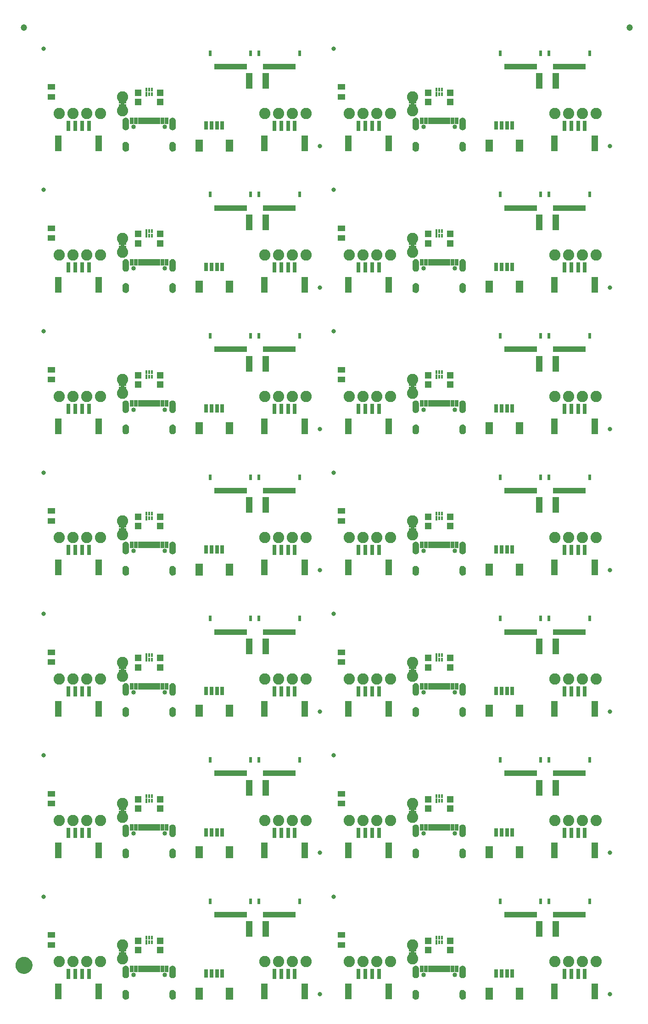
<source format=gts>
G04 EAGLE Gerber RS-274X export*
G75*
%MOMM*%
%FSLAX34Y34*%
%LPD*%
%INSoldermask Top*%
%IPPOS*%
%AMOC8*
5,1,8,0,0,1.08239X$1,22.5*%
G01*
%ADD10C,0.838200*%
%ADD11R,1.403200X2.203200*%
%ADD12R,0.803200X1.553200*%
%ADD13R,1.203200X1.303200*%
%ADD14R,0.503200X1.203200*%
%ADD15R,0.803200X1.203200*%
%ADD16C,0.853200*%
%ADD17R,0.453200X0.813200*%
%ADD18R,0.453200X0.763200*%
%ADD19R,0.803200X1.903200*%
%ADD20R,1.203200X2.903200*%
%ADD21C,2.082800*%
%ADD22R,1.473200X0.838200*%
%ADD23R,1.403200X1.003200*%
%ADD24R,1.203200X3.003200*%
%ADD25R,0.503200X1.003200*%
%ADD26R,0.603200X1.003200*%
%ADD27C,1.203200*%
%ADD28C,1.270000*%
%ADD29C,1.703200*%

G36*
X163084Y1081291D02*
X163084Y1081291D01*
X163090Y1081297D01*
X163095Y1081293D01*
X164325Y1081658D01*
X164330Y1081665D01*
X164335Y1081663D01*
X165454Y1082293D01*
X165457Y1082300D01*
X165463Y1082299D01*
X166413Y1083162D01*
X166414Y1083170D01*
X166420Y1083170D01*
X167154Y1084223D01*
X167154Y1084231D01*
X167159Y1084233D01*
X167641Y1085423D01*
X167639Y1085428D01*
X167643Y1085431D01*
X167642Y1085432D01*
X167644Y1085433D01*
X167849Y1086700D01*
X167846Y1086705D01*
X167849Y1086708D01*
X167849Y1098708D01*
X167846Y1098712D01*
X167849Y1098715D01*
X167694Y1099837D01*
X167689Y1099842D01*
X167692Y1099846D01*
X167321Y1100917D01*
X167315Y1100921D01*
X167317Y1100926D01*
X166744Y1101903D01*
X166738Y1101906D01*
X166739Y1101911D01*
X165986Y1102758D01*
X165979Y1102760D01*
X165979Y1102765D01*
X165076Y1103449D01*
X165069Y1103449D01*
X165068Y1103454D01*
X164049Y1103949D01*
X164042Y1103947D01*
X164040Y1103952D01*
X162943Y1104239D01*
X162937Y1104236D01*
X162934Y1104240D01*
X161803Y1104307D01*
X161797Y1104307D01*
X160666Y1104240D01*
X160661Y1104235D01*
X160657Y1104239D01*
X159560Y1103952D01*
X159556Y1103946D01*
X159551Y1103949D01*
X158532Y1103454D01*
X158529Y1103448D01*
X158524Y1103449D01*
X157621Y1102765D01*
X157619Y1102758D01*
X157614Y1102758D01*
X156861Y1101911D01*
X156861Y1101904D01*
X156856Y1101903D01*
X156283Y1100926D01*
X156284Y1100923D01*
X156283Y1100922D01*
X156284Y1100921D01*
X156284Y1100919D01*
X156279Y1100917D01*
X155908Y1099846D01*
X155910Y1099841D01*
X155907Y1099839D01*
X155907Y1099838D01*
X155906Y1099837D01*
X155751Y1098715D01*
X155754Y1098710D01*
X155751Y1098708D01*
X155751Y1086708D01*
X155754Y1086703D01*
X155751Y1086700D01*
X155956Y1085433D01*
X155962Y1085427D01*
X155959Y1085423D01*
X156441Y1084233D01*
X156448Y1084229D01*
X156446Y1084223D01*
X157180Y1083170D01*
X157188Y1083168D01*
X157187Y1083162D01*
X158137Y1082299D01*
X158146Y1082298D01*
X158146Y1082293D01*
X159265Y1081663D01*
X159273Y1081664D01*
X159275Y1081658D01*
X160505Y1081293D01*
X160513Y1081296D01*
X160516Y1081291D01*
X161797Y1081209D01*
X161801Y1081212D01*
X161803Y1081209D01*
X163084Y1081291D01*
G37*
G36*
X698160Y39383D02*
X698160Y39383D01*
X698167Y39389D01*
X698171Y39385D01*
X699402Y39750D01*
X699407Y39757D01*
X699412Y39755D01*
X700530Y40385D01*
X700533Y40392D01*
X700539Y40391D01*
X701489Y41254D01*
X701491Y41262D01*
X701496Y41262D01*
X702231Y42315D01*
X702230Y42323D01*
X702236Y42325D01*
X702717Y43515D01*
X702716Y43520D01*
X702720Y43523D01*
X702719Y43524D01*
X702720Y43525D01*
X702925Y44792D01*
X702922Y44797D01*
X702926Y44800D01*
X702926Y56800D01*
X702923Y56804D01*
X702925Y56807D01*
X702770Y57929D01*
X702765Y57934D01*
X702768Y57938D01*
X702397Y59009D01*
X702391Y59013D01*
X702393Y59018D01*
X701821Y59995D01*
X701814Y59998D01*
X701815Y60003D01*
X701063Y60850D01*
X701056Y60852D01*
X701056Y60857D01*
X700153Y61541D01*
X700145Y61541D01*
X700144Y61546D01*
X699125Y62041D01*
X699118Y62039D01*
X699116Y62044D01*
X698020Y62331D01*
X698013Y62328D01*
X698010Y62332D01*
X696879Y62399D01*
X696874Y62399D01*
X695743Y62332D01*
X695737Y62327D01*
X695733Y62331D01*
X694637Y62044D01*
X694632Y62038D01*
X694628Y62041D01*
X693609Y61546D01*
X693605Y61540D01*
X693600Y61541D01*
X692697Y60857D01*
X692695Y60850D01*
X692690Y60850D01*
X691938Y60003D01*
X691937Y59996D01*
X691932Y59995D01*
X691360Y59018D01*
X691360Y59015D01*
X691359Y59014D01*
X691360Y59013D01*
X691360Y59011D01*
X691356Y59009D01*
X690985Y57938D01*
X690987Y57933D01*
X690983Y57931D01*
X690984Y57930D01*
X690983Y57929D01*
X690828Y56807D01*
X690830Y56802D01*
X690827Y56800D01*
X690827Y44800D01*
X690831Y44795D01*
X690828Y44792D01*
X691033Y43525D01*
X691038Y43519D01*
X691035Y43515D01*
X691517Y42325D01*
X691524Y42321D01*
X691522Y42315D01*
X692256Y41262D01*
X692264Y41260D01*
X692264Y41254D01*
X693214Y40391D01*
X693222Y40390D01*
X693223Y40385D01*
X694341Y39755D01*
X694349Y39756D01*
X694351Y39750D01*
X695582Y39385D01*
X695589Y39388D01*
X695592Y39383D01*
X696873Y39301D01*
X696877Y39304D01*
X696880Y39301D01*
X698160Y39383D01*
G37*
G36*
X784560Y1602271D02*
X784560Y1602271D01*
X784567Y1602276D01*
X784571Y1602273D01*
X785802Y1602638D01*
X785807Y1602644D01*
X785812Y1602642D01*
X786930Y1603272D01*
X786933Y1603280D01*
X786939Y1603279D01*
X787889Y1604141D01*
X787891Y1604150D01*
X787896Y1604150D01*
X788631Y1605202D01*
X788630Y1605211D01*
X788636Y1605212D01*
X789117Y1606402D01*
X789116Y1606407D01*
X789120Y1606410D01*
X789119Y1606412D01*
X789120Y1606413D01*
X789325Y1607680D01*
X789322Y1607685D01*
X789326Y1607687D01*
X789326Y1619687D01*
X789323Y1619692D01*
X789325Y1619694D01*
X789170Y1620816D01*
X789165Y1620822D01*
X789168Y1620826D01*
X788797Y1621896D01*
X788791Y1621900D01*
X788793Y1621905D01*
X788221Y1622883D01*
X788214Y1622886D01*
X788215Y1622891D01*
X787463Y1623738D01*
X787456Y1623739D01*
X787456Y1623744D01*
X786553Y1624428D01*
X786545Y1624428D01*
X786544Y1624433D01*
X785525Y1624928D01*
X785518Y1624927D01*
X785516Y1624932D01*
X784420Y1625218D01*
X784413Y1625215D01*
X784410Y1625220D01*
X783279Y1625287D01*
X783279Y1625286D01*
X783274Y1625286D01*
X783274Y1625287D01*
X782143Y1625220D01*
X782137Y1625215D01*
X782133Y1625218D01*
X781037Y1624932D01*
X781032Y1624926D01*
X781028Y1624928D01*
X780009Y1624433D01*
X780005Y1624427D01*
X780000Y1624428D01*
X779097Y1623744D01*
X779095Y1623737D01*
X779090Y1623738D01*
X778338Y1622891D01*
X778337Y1622883D01*
X778332Y1622883D01*
X777760Y1621905D01*
X777760Y1621902D01*
X777759Y1621901D01*
X777760Y1621900D01*
X777760Y1621898D01*
X777756Y1621896D01*
X777385Y1620826D01*
X777387Y1620821D01*
X777383Y1620818D01*
X777384Y1620817D01*
X777383Y1620816D01*
X777228Y1619694D01*
X777230Y1619690D01*
X777227Y1619687D01*
X777227Y1607687D01*
X777231Y1607683D01*
X777228Y1607680D01*
X777433Y1606413D01*
X777438Y1606407D01*
X777435Y1606402D01*
X777917Y1605212D01*
X777924Y1605208D01*
X777922Y1605202D01*
X778656Y1604150D01*
X778664Y1604147D01*
X778664Y1604141D01*
X779614Y1603279D01*
X779622Y1603278D01*
X779623Y1603272D01*
X780741Y1602642D01*
X780749Y1602643D01*
X780751Y1602638D01*
X781982Y1602273D01*
X781989Y1602275D01*
X781992Y1602271D01*
X783273Y1602188D01*
X783277Y1602191D01*
X783280Y1602188D01*
X784560Y1602271D01*
G37*
G36*
X698160Y1602271D02*
X698160Y1602271D01*
X698167Y1602276D01*
X698171Y1602273D01*
X699402Y1602638D01*
X699407Y1602644D01*
X699412Y1602642D01*
X700530Y1603272D01*
X700533Y1603280D01*
X700539Y1603279D01*
X701489Y1604141D01*
X701491Y1604150D01*
X701496Y1604150D01*
X702231Y1605202D01*
X702230Y1605211D01*
X702236Y1605212D01*
X702717Y1606402D01*
X702716Y1606407D01*
X702720Y1606410D01*
X702719Y1606412D01*
X702720Y1606413D01*
X702925Y1607680D01*
X702922Y1607685D01*
X702926Y1607687D01*
X702926Y1619687D01*
X702923Y1619692D01*
X702925Y1619694D01*
X702770Y1620816D01*
X702765Y1620822D01*
X702768Y1620826D01*
X702397Y1621896D01*
X702391Y1621900D01*
X702393Y1621905D01*
X701821Y1622883D01*
X701814Y1622886D01*
X701815Y1622891D01*
X701063Y1623738D01*
X701056Y1623739D01*
X701056Y1623744D01*
X700153Y1624428D01*
X700145Y1624428D01*
X700144Y1624433D01*
X699125Y1624928D01*
X699118Y1624927D01*
X699116Y1624932D01*
X698020Y1625218D01*
X698013Y1625215D01*
X698010Y1625220D01*
X696879Y1625287D01*
X696879Y1625286D01*
X696874Y1625286D01*
X696874Y1625287D01*
X695743Y1625220D01*
X695737Y1625215D01*
X695733Y1625218D01*
X694637Y1624932D01*
X694632Y1624926D01*
X694628Y1624928D01*
X693609Y1624433D01*
X693605Y1624427D01*
X693600Y1624428D01*
X692697Y1623744D01*
X692695Y1623737D01*
X692690Y1623738D01*
X691938Y1622891D01*
X691937Y1622883D01*
X691932Y1622883D01*
X691360Y1621905D01*
X691360Y1621902D01*
X691359Y1621901D01*
X691360Y1621900D01*
X691360Y1621898D01*
X691356Y1621896D01*
X690985Y1620826D01*
X690987Y1620821D01*
X690983Y1620818D01*
X690984Y1620817D01*
X690983Y1620816D01*
X690828Y1619694D01*
X690830Y1619690D01*
X690827Y1619687D01*
X690827Y1607687D01*
X690831Y1607683D01*
X690828Y1607680D01*
X691033Y1606413D01*
X691038Y1606407D01*
X691035Y1606402D01*
X691517Y1605212D01*
X691524Y1605208D01*
X691522Y1605202D01*
X692256Y1604150D01*
X692264Y1604147D01*
X692264Y1604141D01*
X693214Y1603279D01*
X693222Y1603278D01*
X693223Y1603272D01*
X694341Y1602642D01*
X694349Y1602643D01*
X694351Y1602638D01*
X695582Y1602273D01*
X695589Y1602275D01*
X695592Y1602271D01*
X696873Y1602188D01*
X696877Y1602191D01*
X696880Y1602188D01*
X698160Y1602271D01*
G37*
G36*
X249484Y1602271D02*
X249484Y1602271D01*
X249490Y1602276D01*
X249495Y1602273D01*
X250725Y1602638D01*
X250730Y1602644D01*
X250735Y1602642D01*
X251854Y1603272D01*
X251857Y1603280D01*
X251863Y1603279D01*
X252813Y1604141D01*
X252814Y1604150D01*
X252820Y1604150D01*
X253554Y1605202D01*
X253554Y1605211D01*
X253559Y1605212D01*
X254041Y1606402D01*
X254039Y1606407D01*
X254043Y1606410D01*
X254042Y1606412D01*
X254044Y1606413D01*
X254249Y1607680D01*
X254246Y1607685D01*
X254249Y1607687D01*
X254249Y1619687D01*
X254246Y1619692D01*
X254249Y1619694D01*
X254094Y1620816D01*
X254089Y1620822D01*
X254092Y1620826D01*
X253721Y1621896D01*
X253715Y1621900D01*
X253717Y1621905D01*
X253144Y1622883D01*
X253138Y1622886D01*
X253139Y1622891D01*
X252386Y1623738D01*
X252379Y1623739D01*
X252379Y1623744D01*
X251476Y1624428D01*
X251469Y1624428D01*
X251468Y1624433D01*
X250449Y1624928D01*
X250442Y1624927D01*
X250440Y1624932D01*
X249343Y1625218D01*
X249337Y1625215D01*
X249334Y1625220D01*
X248203Y1625287D01*
X248203Y1625286D01*
X248197Y1625286D01*
X248197Y1625287D01*
X247066Y1625220D01*
X247061Y1625215D01*
X247057Y1625218D01*
X245960Y1624932D01*
X245956Y1624926D01*
X245951Y1624928D01*
X244932Y1624433D01*
X244929Y1624427D01*
X244924Y1624428D01*
X244021Y1623744D01*
X244019Y1623737D01*
X244014Y1623738D01*
X243261Y1622891D01*
X243261Y1622883D01*
X243256Y1622883D01*
X242683Y1621905D01*
X242684Y1621902D01*
X242683Y1621901D01*
X242684Y1621900D01*
X242684Y1621898D01*
X242679Y1621896D01*
X242308Y1620826D01*
X242310Y1620821D01*
X242307Y1620818D01*
X242307Y1620817D01*
X242306Y1620816D01*
X242151Y1619694D01*
X242154Y1619690D01*
X242151Y1619687D01*
X242151Y1607687D01*
X242154Y1607683D01*
X242151Y1607680D01*
X242356Y1606413D01*
X242362Y1606407D01*
X242359Y1606402D01*
X242841Y1605212D01*
X242848Y1605208D01*
X242846Y1605202D01*
X243580Y1604150D01*
X243588Y1604147D01*
X243587Y1604141D01*
X244537Y1603279D01*
X244546Y1603278D01*
X244546Y1603272D01*
X245665Y1602642D01*
X245673Y1602643D01*
X245675Y1602638D01*
X246905Y1602273D01*
X246913Y1602275D01*
X246916Y1602271D01*
X248197Y1602188D01*
X248201Y1602191D01*
X248203Y1602188D01*
X249484Y1602271D01*
G37*
G36*
X163084Y1602271D02*
X163084Y1602271D01*
X163090Y1602276D01*
X163095Y1602273D01*
X164325Y1602638D01*
X164330Y1602644D01*
X164335Y1602642D01*
X165454Y1603272D01*
X165457Y1603280D01*
X165463Y1603279D01*
X166413Y1604141D01*
X166414Y1604150D01*
X166420Y1604150D01*
X167154Y1605202D01*
X167154Y1605211D01*
X167159Y1605212D01*
X167641Y1606402D01*
X167639Y1606407D01*
X167643Y1606410D01*
X167642Y1606412D01*
X167644Y1606413D01*
X167849Y1607680D01*
X167846Y1607685D01*
X167849Y1607687D01*
X167849Y1619687D01*
X167846Y1619692D01*
X167849Y1619694D01*
X167694Y1620816D01*
X167689Y1620822D01*
X167692Y1620826D01*
X167321Y1621896D01*
X167315Y1621900D01*
X167317Y1621905D01*
X166744Y1622883D01*
X166738Y1622886D01*
X166739Y1622891D01*
X165986Y1623738D01*
X165979Y1623739D01*
X165979Y1623744D01*
X165076Y1624428D01*
X165069Y1624428D01*
X165068Y1624433D01*
X164049Y1624928D01*
X164042Y1624927D01*
X164040Y1624932D01*
X162943Y1625218D01*
X162937Y1625215D01*
X162934Y1625220D01*
X161803Y1625287D01*
X161803Y1625286D01*
X161797Y1625286D01*
X161797Y1625287D01*
X160666Y1625220D01*
X160661Y1625215D01*
X160657Y1625218D01*
X159560Y1624932D01*
X159556Y1624926D01*
X159551Y1624928D01*
X158532Y1624433D01*
X158529Y1624427D01*
X158524Y1624428D01*
X157621Y1623744D01*
X157619Y1623737D01*
X157614Y1623738D01*
X156861Y1622891D01*
X156861Y1622883D01*
X156856Y1622883D01*
X156283Y1621905D01*
X156284Y1621902D01*
X156283Y1621901D01*
X156284Y1621900D01*
X156284Y1621898D01*
X156279Y1621896D01*
X155908Y1620826D01*
X155910Y1620821D01*
X155907Y1620818D01*
X155907Y1620817D01*
X155906Y1620816D01*
X155751Y1619694D01*
X155754Y1619690D01*
X155751Y1619687D01*
X155751Y1607687D01*
X155754Y1607683D01*
X155751Y1607680D01*
X155956Y1606413D01*
X155962Y1606407D01*
X155959Y1606402D01*
X156441Y1605212D01*
X156448Y1605208D01*
X156446Y1605202D01*
X157180Y1604150D01*
X157188Y1604147D01*
X157187Y1604141D01*
X158137Y1603279D01*
X158146Y1603278D01*
X158146Y1603272D01*
X159265Y1602642D01*
X159273Y1602643D01*
X159275Y1602638D01*
X160505Y1602273D01*
X160513Y1602275D01*
X160516Y1602271D01*
X161797Y1602188D01*
X161801Y1602191D01*
X161803Y1602188D01*
X163084Y1602271D01*
G37*
G36*
X163084Y820814D02*
X163084Y820814D01*
X163090Y820820D01*
X163095Y820816D01*
X164325Y821181D01*
X164330Y821188D01*
X164335Y821186D01*
X165454Y821816D01*
X165457Y821823D01*
X165463Y821822D01*
X166413Y822685D01*
X166414Y822693D01*
X166420Y822693D01*
X167154Y823746D01*
X167154Y823754D01*
X167159Y823756D01*
X167641Y824946D01*
X167639Y824951D01*
X167643Y824954D01*
X167642Y824955D01*
X167644Y824956D01*
X167849Y826223D01*
X167846Y826228D01*
X167849Y826231D01*
X167849Y838231D01*
X167846Y838235D01*
X167849Y838238D01*
X167694Y839360D01*
X167689Y839365D01*
X167692Y839369D01*
X167321Y840440D01*
X167315Y840444D01*
X167317Y840449D01*
X166744Y841426D01*
X166738Y841429D01*
X166739Y841434D01*
X165986Y842281D01*
X165979Y842283D01*
X165979Y842288D01*
X165076Y842972D01*
X165069Y842972D01*
X165068Y842977D01*
X164049Y843472D01*
X164042Y843470D01*
X164040Y843475D01*
X162943Y843762D01*
X162937Y843759D01*
X162934Y843763D01*
X161803Y843830D01*
X161797Y843830D01*
X160666Y843763D01*
X160661Y843758D01*
X160657Y843762D01*
X159560Y843475D01*
X159556Y843469D01*
X159551Y843472D01*
X158532Y842977D01*
X158529Y842971D01*
X158524Y842972D01*
X157621Y842288D01*
X157619Y842281D01*
X157614Y842281D01*
X156861Y841434D01*
X156861Y841427D01*
X156856Y841426D01*
X156283Y840449D01*
X156284Y840446D01*
X156283Y840445D01*
X156284Y840444D01*
X156284Y840442D01*
X156279Y840440D01*
X155908Y839369D01*
X155910Y839364D01*
X155907Y839362D01*
X155907Y839361D01*
X155906Y839360D01*
X155751Y838238D01*
X155754Y838233D01*
X155751Y838231D01*
X155751Y826231D01*
X155754Y826226D01*
X155751Y826223D01*
X155956Y824956D01*
X155962Y824950D01*
X155959Y824946D01*
X156441Y823756D01*
X156448Y823752D01*
X156446Y823746D01*
X157180Y822693D01*
X157188Y822691D01*
X157187Y822685D01*
X158137Y821822D01*
X158146Y821821D01*
X158146Y821816D01*
X159265Y821186D01*
X159273Y821187D01*
X159275Y821181D01*
X160505Y820816D01*
X160513Y820819D01*
X160516Y820814D01*
X161797Y820732D01*
X161801Y820735D01*
X161803Y820732D01*
X163084Y820814D01*
G37*
G36*
X784560Y820814D02*
X784560Y820814D01*
X784567Y820820D01*
X784571Y820816D01*
X785802Y821181D01*
X785807Y821188D01*
X785812Y821186D01*
X786930Y821816D01*
X786933Y821823D01*
X786939Y821822D01*
X787889Y822685D01*
X787891Y822693D01*
X787896Y822693D01*
X788631Y823746D01*
X788630Y823754D01*
X788636Y823756D01*
X789117Y824946D01*
X789116Y824951D01*
X789120Y824954D01*
X789119Y824955D01*
X789120Y824956D01*
X789325Y826223D01*
X789322Y826228D01*
X789326Y826231D01*
X789326Y838231D01*
X789323Y838235D01*
X789325Y838238D01*
X789170Y839360D01*
X789165Y839365D01*
X789168Y839369D01*
X788797Y840440D01*
X788791Y840444D01*
X788793Y840449D01*
X788221Y841426D01*
X788214Y841429D01*
X788215Y841434D01*
X787463Y842281D01*
X787456Y842283D01*
X787456Y842288D01*
X786553Y842972D01*
X786545Y842972D01*
X786544Y842977D01*
X785525Y843472D01*
X785518Y843470D01*
X785516Y843475D01*
X784420Y843762D01*
X784413Y843759D01*
X784410Y843763D01*
X783279Y843830D01*
X783274Y843830D01*
X782143Y843763D01*
X782137Y843758D01*
X782133Y843762D01*
X781037Y843475D01*
X781032Y843469D01*
X781028Y843472D01*
X780009Y842977D01*
X780005Y842971D01*
X780000Y842972D01*
X779097Y842288D01*
X779095Y842281D01*
X779090Y842281D01*
X778338Y841434D01*
X778337Y841427D01*
X778332Y841426D01*
X777760Y840449D01*
X777760Y840446D01*
X777759Y840445D01*
X777760Y840444D01*
X777760Y840442D01*
X777756Y840440D01*
X777385Y839369D01*
X777387Y839364D01*
X777383Y839362D01*
X777384Y839361D01*
X777383Y839360D01*
X777228Y838238D01*
X777230Y838233D01*
X777227Y838231D01*
X777227Y826231D01*
X777231Y826226D01*
X777228Y826223D01*
X777433Y824956D01*
X777438Y824950D01*
X777435Y824946D01*
X777917Y823756D01*
X777924Y823752D01*
X777922Y823746D01*
X778656Y822693D01*
X778664Y822691D01*
X778664Y822685D01*
X779614Y821822D01*
X779622Y821821D01*
X779623Y821816D01*
X780741Y821186D01*
X780749Y821187D01*
X780751Y821181D01*
X781982Y820816D01*
X781989Y820819D01*
X781992Y820814D01*
X783273Y820732D01*
X783277Y820735D01*
X783280Y820732D01*
X784560Y820814D01*
G37*
G36*
X784560Y560337D02*
X784560Y560337D01*
X784567Y560343D01*
X784571Y560339D01*
X785802Y560704D01*
X785807Y560711D01*
X785812Y560709D01*
X786930Y561339D01*
X786933Y561346D01*
X786939Y561345D01*
X787889Y562208D01*
X787891Y562216D01*
X787896Y562216D01*
X788631Y563269D01*
X788630Y563277D01*
X788636Y563279D01*
X789117Y564469D01*
X789116Y564474D01*
X789120Y564477D01*
X789119Y564478D01*
X789120Y564479D01*
X789325Y565746D01*
X789322Y565751D01*
X789326Y565754D01*
X789326Y577754D01*
X789323Y577758D01*
X789325Y577761D01*
X789170Y578883D01*
X789165Y578888D01*
X789168Y578892D01*
X788797Y579963D01*
X788791Y579967D01*
X788793Y579972D01*
X788221Y580949D01*
X788214Y580952D01*
X788215Y580957D01*
X787463Y581804D01*
X787456Y581806D01*
X787456Y581811D01*
X786553Y582495D01*
X786545Y582495D01*
X786544Y582500D01*
X785525Y582995D01*
X785518Y582993D01*
X785516Y582998D01*
X784420Y583285D01*
X784413Y583282D01*
X784410Y583286D01*
X783279Y583353D01*
X783274Y583353D01*
X782143Y583286D01*
X782137Y583281D01*
X782133Y583285D01*
X781037Y582998D01*
X781032Y582992D01*
X781028Y582995D01*
X780009Y582500D01*
X780005Y582494D01*
X780000Y582495D01*
X779097Y581811D01*
X779095Y581804D01*
X779090Y581804D01*
X778338Y580957D01*
X778337Y580950D01*
X778332Y580949D01*
X777760Y579972D01*
X777760Y579969D01*
X777759Y579968D01*
X777760Y579967D01*
X777760Y579965D01*
X777756Y579963D01*
X777385Y578892D01*
X777387Y578887D01*
X777383Y578885D01*
X777384Y578884D01*
X777383Y578883D01*
X777228Y577761D01*
X777230Y577756D01*
X777227Y577754D01*
X777227Y565754D01*
X777231Y565749D01*
X777228Y565746D01*
X777433Y564479D01*
X777438Y564473D01*
X777435Y564469D01*
X777917Y563279D01*
X777924Y563275D01*
X777922Y563269D01*
X778656Y562216D01*
X778664Y562214D01*
X778664Y562208D01*
X779614Y561345D01*
X779622Y561344D01*
X779623Y561339D01*
X780741Y560709D01*
X780749Y560710D01*
X780751Y560704D01*
X781982Y560339D01*
X781989Y560342D01*
X781992Y560337D01*
X783273Y560255D01*
X783277Y560258D01*
X783280Y560255D01*
X784560Y560337D01*
G37*
G36*
X249484Y820814D02*
X249484Y820814D01*
X249490Y820820D01*
X249495Y820816D01*
X250725Y821181D01*
X250730Y821188D01*
X250735Y821186D01*
X251854Y821816D01*
X251857Y821823D01*
X251863Y821822D01*
X252813Y822685D01*
X252814Y822693D01*
X252820Y822693D01*
X253554Y823746D01*
X253554Y823754D01*
X253559Y823756D01*
X254041Y824946D01*
X254039Y824951D01*
X254043Y824954D01*
X254042Y824955D01*
X254044Y824956D01*
X254249Y826223D01*
X254246Y826228D01*
X254249Y826231D01*
X254249Y838231D01*
X254246Y838235D01*
X254249Y838238D01*
X254094Y839360D01*
X254089Y839365D01*
X254092Y839369D01*
X253721Y840440D01*
X253715Y840444D01*
X253717Y840449D01*
X253144Y841426D01*
X253138Y841429D01*
X253139Y841434D01*
X252386Y842281D01*
X252379Y842283D01*
X252379Y842288D01*
X251476Y842972D01*
X251469Y842972D01*
X251468Y842977D01*
X250449Y843472D01*
X250442Y843470D01*
X250440Y843475D01*
X249343Y843762D01*
X249337Y843759D01*
X249334Y843763D01*
X248203Y843830D01*
X248197Y843830D01*
X247066Y843763D01*
X247061Y843758D01*
X247057Y843762D01*
X245960Y843475D01*
X245956Y843469D01*
X245951Y843472D01*
X244932Y842977D01*
X244929Y842971D01*
X244924Y842972D01*
X244021Y842288D01*
X244019Y842281D01*
X244014Y842281D01*
X243261Y841434D01*
X243261Y841427D01*
X243256Y841426D01*
X242683Y840449D01*
X242684Y840446D01*
X242683Y840445D01*
X242684Y840444D01*
X242684Y840442D01*
X242679Y840440D01*
X242308Y839369D01*
X242310Y839364D01*
X242307Y839362D01*
X242307Y839361D01*
X242306Y839360D01*
X242151Y838238D01*
X242154Y838233D01*
X242151Y838231D01*
X242151Y826231D01*
X242154Y826226D01*
X242151Y826223D01*
X242356Y824956D01*
X242362Y824950D01*
X242359Y824946D01*
X242841Y823756D01*
X242848Y823752D01*
X242846Y823746D01*
X243580Y822693D01*
X243588Y822691D01*
X243587Y822685D01*
X244537Y821822D01*
X244546Y821821D01*
X244546Y821816D01*
X245665Y821186D01*
X245673Y821187D01*
X245675Y821181D01*
X246905Y820816D01*
X246913Y820819D01*
X246916Y820814D01*
X248197Y820732D01*
X248201Y820735D01*
X248203Y820732D01*
X249484Y820814D01*
G37*
G36*
X698160Y299860D02*
X698160Y299860D01*
X698167Y299866D01*
X698171Y299862D01*
X699402Y300227D01*
X699407Y300234D01*
X699412Y300232D01*
X700530Y300862D01*
X700533Y300869D01*
X700539Y300868D01*
X701489Y301731D01*
X701491Y301739D01*
X701496Y301739D01*
X702231Y302792D01*
X702230Y302800D01*
X702236Y302802D01*
X702717Y303992D01*
X702716Y303997D01*
X702720Y304000D01*
X702719Y304001D01*
X702720Y304002D01*
X702925Y305269D01*
X702922Y305274D01*
X702926Y305277D01*
X702926Y317277D01*
X702923Y317281D01*
X702925Y317284D01*
X702770Y318406D01*
X702765Y318411D01*
X702768Y318415D01*
X702397Y319486D01*
X702391Y319490D01*
X702393Y319495D01*
X701821Y320472D01*
X701814Y320475D01*
X701815Y320480D01*
X701063Y321327D01*
X701056Y321329D01*
X701056Y321334D01*
X700153Y322018D01*
X700145Y322018D01*
X700144Y322023D01*
X699125Y322518D01*
X699118Y322516D01*
X699116Y322521D01*
X698020Y322808D01*
X698013Y322805D01*
X698010Y322809D01*
X696879Y322876D01*
X696874Y322876D01*
X695743Y322809D01*
X695737Y322804D01*
X695733Y322808D01*
X694637Y322521D01*
X694632Y322515D01*
X694628Y322518D01*
X693609Y322023D01*
X693605Y322017D01*
X693600Y322018D01*
X692697Y321334D01*
X692695Y321327D01*
X692690Y321327D01*
X691938Y320480D01*
X691937Y320473D01*
X691932Y320472D01*
X691360Y319495D01*
X691360Y319492D01*
X691359Y319491D01*
X691360Y319490D01*
X691360Y319488D01*
X691356Y319486D01*
X690985Y318415D01*
X690987Y318410D01*
X690983Y318408D01*
X690984Y318407D01*
X690983Y318406D01*
X690828Y317284D01*
X690830Y317279D01*
X690827Y317277D01*
X690827Y305277D01*
X690831Y305272D01*
X690828Y305269D01*
X691033Y304002D01*
X691038Y303996D01*
X691035Y303992D01*
X691517Y302802D01*
X691524Y302798D01*
X691522Y302792D01*
X692256Y301739D01*
X692264Y301737D01*
X692264Y301731D01*
X693214Y300868D01*
X693222Y300867D01*
X693223Y300862D01*
X694341Y300232D01*
X694349Y300233D01*
X694351Y300227D01*
X695582Y299862D01*
X695589Y299865D01*
X695592Y299860D01*
X696873Y299778D01*
X696877Y299781D01*
X696880Y299778D01*
X698160Y299860D01*
G37*
G36*
X784560Y299860D02*
X784560Y299860D01*
X784567Y299866D01*
X784571Y299862D01*
X785802Y300227D01*
X785807Y300234D01*
X785812Y300232D01*
X786930Y300862D01*
X786933Y300869D01*
X786939Y300868D01*
X787889Y301731D01*
X787891Y301739D01*
X787896Y301739D01*
X788631Y302792D01*
X788630Y302800D01*
X788636Y302802D01*
X789117Y303992D01*
X789116Y303997D01*
X789120Y304000D01*
X789119Y304001D01*
X789120Y304002D01*
X789325Y305269D01*
X789322Y305274D01*
X789326Y305277D01*
X789326Y317277D01*
X789323Y317281D01*
X789325Y317284D01*
X789170Y318406D01*
X789165Y318411D01*
X789168Y318415D01*
X788797Y319486D01*
X788791Y319490D01*
X788793Y319495D01*
X788221Y320472D01*
X788214Y320475D01*
X788215Y320480D01*
X787463Y321327D01*
X787456Y321329D01*
X787456Y321334D01*
X786553Y322018D01*
X786545Y322018D01*
X786544Y322023D01*
X785525Y322518D01*
X785518Y322516D01*
X785516Y322521D01*
X784420Y322808D01*
X784413Y322805D01*
X784410Y322809D01*
X783279Y322876D01*
X783274Y322876D01*
X782143Y322809D01*
X782137Y322804D01*
X782133Y322808D01*
X781037Y322521D01*
X781032Y322515D01*
X781028Y322518D01*
X780009Y322023D01*
X780005Y322017D01*
X780000Y322018D01*
X779097Y321334D01*
X779095Y321327D01*
X779090Y321327D01*
X778338Y320480D01*
X778337Y320473D01*
X778332Y320472D01*
X777760Y319495D01*
X777760Y319492D01*
X777759Y319491D01*
X777760Y319490D01*
X777760Y319488D01*
X777756Y319486D01*
X777385Y318415D01*
X777387Y318410D01*
X777383Y318408D01*
X777384Y318407D01*
X777383Y318406D01*
X777228Y317284D01*
X777230Y317279D01*
X777227Y317277D01*
X777227Y305277D01*
X777231Y305272D01*
X777228Y305269D01*
X777433Y304002D01*
X777438Y303996D01*
X777435Y303992D01*
X777917Y302802D01*
X777924Y302798D01*
X777922Y302792D01*
X778656Y301739D01*
X778664Y301737D01*
X778664Y301731D01*
X779614Y300868D01*
X779622Y300867D01*
X779623Y300862D01*
X780741Y300232D01*
X780749Y300233D01*
X780751Y300227D01*
X781982Y299862D01*
X781989Y299865D01*
X781992Y299860D01*
X783273Y299778D01*
X783277Y299781D01*
X783280Y299778D01*
X784560Y299860D01*
G37*
G36*
X784560Y1341794D02*
X784560Y1341794D01*
X784567Y1341799D01*
X784571Y1341796D01*
X785802Y1342161D01*
X785807Y1342167D01*
X785812Y1342165D01*
X786930Y1342795D01*
X786933Y1342803D01*
X786939Y1342802D01*
X787889Y1343664D01*
X787891Y1343673D01*
X787896Y1343673D01*
X788631Y1344725D01*
X788630Y1344734D01*
X788636Y1344735D01*
X789117Y1345925D01*
X789116Y1345930D01*
X789120Y1345933D01*
X789119Y1345935D01*
X789120Y1345936D01*
X789325Y1347203D01*
X789322Y1347208D01*
X789326Y1347210D01*
X789326Y1359210D01*
X789323Y1359215D01*
X789325Y1359217D01*
X789170Y1360339D01*
X789165Y1360345D01*
X789168Y1360349D01*
X788797Y1361419D01*
X788791Y1361423D01*
X788793Y1361428D01*
X788221Y1362406D01*
X788214Y1362409D01*
X788215Y1362414D01*
X787463Y1363261D01*
X787456Y1363262D01*
X787456Y1363267D01*
X786553Y1363951D01*
X786545Y1363951D01*
X786544Y1363956D01*
X785525Y1364451D01*
X785518Y1364450D01*
X785516Y1364455D01*
X784420Y1364741D01*
X784413Y1364738D01*
X784410Y1364743D01*
X783279Y1364810D01*
X783279Y1364809D01*
X783274Y1364809D01*
X783274Y1364810D01*
X782143Y1364743D01*
X782137Y1364738D01*
X782133Y1364741D01*
X781037Y1364455D01*
X781032Y1364449D01*
X781028Y1364451D01*
X780009Y1363956D01*
X780005Y1363950D01*
X780000Y1363951D01*
X779097Y1363267D01*
X779095Y1363260D01*
X779090Y1363261D01*
X778338Y1362414D01*
X778337Y1362406D01*
X778332Y1362406D01*
X777760Y1361428D01*
X777760Y1361425D01*
X777759Y1361424D01*
X777760Y1361423D01*
X777760Y1361421D01*
X777756Y1361419D01*
X777385Y1360349D01*
X777387Y1360344D01*
X777383Y1360341D01*
X777384Y1360340D01*
X777383Y1360339D01*
X777228Y1359217D01*
X777230Y1359213D01*
X777227Y1359210D01*
X777227Y1347210D01*
X777231Y1347206D01*
X777228Y1347203D01*
X777433Y1345936D01*
X777438Y1345930D01*
X777435Y1345925D01*
X777917Y1344735D01*
X777924Y1344731D01*
X777922Y1344725D01*
X778656Y1343673D01*
X778664Y1343670D01*
X778664Y1343664D01*
X779614Y1342802D01*
X779622Y1342801D01*
X779623Y1342795D01*
X780741Y1342165D01*
X780749Y1342166D01*
X780751Y1342161D01*
X781982Y1341796D01*
X781989Y1341798D01*
X781992Y1341794D01*
X783273Y1341711D01*
X783277Y1341714D01*
X783280Y1341711D01*
X784560Y1341794D01*
G37*
G36*
X249484Y1341794D02*
X249484Y1341794D01*
X249490Y1341799D01*
X249495Y1341796D01*
X250725Y1342161D01*
X250730Y1342167D01*
X250735Y1342165D01*
X251854Y1342795D01*
X251857Y1342803D01*
X251863Y1342802D01*
X252813Y1343664D01*
X252814Y1343673D01*
X252820Y1343673D01*
X253554Y1344725D01*
X253554Y1344734D01*
X253559Y1344735D01*
X254041Y1345925D01*
X254039Y1345930D01*
X254043Y1345933D01*
X254042Y1345935D01*
X254044Y1345936D01*
X254249Y1347203D01*
X254246Y1347208D01*
X254249Y1347210D01*
X254249Y1359210D01*
X254246Y1359215D01*
X254249Y1359217D01*
X254094Y1360339D01*
X254089Y1360345D01*
X254092Y1360349D01*
X253721Y1361419D01*
X253715Y1361423D01*
X253717Y1361428D01*
X253144Y1362406D01*
X253138Y1362409D01*
X253139Y1362414D01*
X252386Y1363261D01*
X252379Y1363262D01*
X252379Y1363267D01*
X251476Y1363951D01*
X251469Y1363951D01*
X251468Y1363956D01*
X250449Y1364451D01*
X250442Y1364450D01*
X250440Y1364455D01*
X249343Y1364741D01*
X249337Y1364738D01*
X249334Y1364743D01*
X248203Y1364810D01*
X248203Y1364809D01*
X248197Y1364809D01*
X248197Y1364810D01*
X247066Y1364743D01*
X247061Y1364738D01*
X247057Y1364741D01*
X245960Y1364455D01*
X245956Y1364449D01*
X245951Y1364451D01*
X244932Y1363956D01*
X244929Y1363950D01*
X244924Y1363951D01*
X244021Y1363267D01*
X244019Y1363260D01*
X244014Y1363261D01*
X243261Y1362414D01*
X243261Y1362406D01*
X243256Y1362406D01*
X242683Y1361428D01*
X242684Y1361425D01*
X242683Y1361424D01*
X242684Y1361423D01*
X242684Y1361421D01*
X242679Y1361419D01*
X242308Y1360349D01*
X242310Y1360344D01*
X242307Y1360341D01*
X242307Y1360340D01*
X242306Y1360339D01*
X242151Y1359217D01*
X242154Y1359213D01*
X242151Y1359210D01*
X242151Y1347210D01*
X242154Y1347206D01*
X242151Y1347203D01*
X242356Y1345936D01*
X242362Y1345930D01*
X242359Y1345925D01*
X242841Y1344735D01*
X242848Y1344731D01*
X242846Y1344725D01*
X243580Y1343673D01*
X243588Y1343670D01*
X243587Y1343664D01*
X244537Y1342802D01*
X244546Y1342801D01*
X244546Y1342795D01*
X245665Y1342165D01*
X245673Y1342166D01*
X245675Y1342161D01*
X246905Y1341796D01*
X246913Y1341798D01*
X246916Y1341794D01*
X248197Y1341711D01*
X248201Y1341714D01*
X248203Y1341711D01*
X249484Y1341794D01*
G37*
G36*
X163084Y1341794D02*
X163084Y1341794D01*
X163090Y1341799D01*
X163095Y1341796D01*
X164325Y1342161D01*
X164330Y1342167D01*
X164335Y1342165D01*
X165454Y1342795D01*
X165457Y1342803D01*
X165463Y1342802D01*
X166413Y1343664D01*
X166414Y1343673D01*
X166420Y1343673D01*
X167154Y1344725D01*
X167154Y1344734D01*
X167159Y1344735D01*
X167641Y1345925D01*
X167639Y1345930D01*
X167643Y1345933D01*
X167642Y1345935D01*
X167644Y1345936D01*
X167849Y1347203D01*
X167846Y1347208D01*
X167849Y1347210D01*
X167849Y1359210D01*
X167846Y1359215D01*
X167849Y1359217D01*
X167694Y1360339D01*
X167689Y1360345D01*
X167692Y1360349D01*
X167321Y1361419D01*
X167315Y1361423D01*
X167317Y1361428D01*
X166744Y1362406D01*
X166738Y1362409D01*
X166739Y1362414D01*
X165986Y1363261D01*
X165979Y1363262D01*
X165979Y1363267D01*
X165076Y1363951D01*
X165069Y1363951D01*
X165068Y1363956D01*
X164049Y1364451D01*
X164042Y1364450D01*
X164040Y1364455D01*
X162943Y1364741D01*
X162937Y1364738D01*
X162934Y1364743D01*
X161803Y1364810D01*
X161803Y1364809D01*
X161797Y1364809D01*
X161797Y1364810D01*
X160666Y1364743D01*
X160661Y1364738D01*
X160657Y1364741D01*
X159560Y1364455D01*
X159556Y1364449D01*
X159551Y1364451D01*
X158532Y1363956D01*
X158529Y1363950D01*
X158524Y1363951D01*
X157621Y1363267D01*
X157619Y1363260D01*
X157614Y1363261D01*
X156861Y1362414D01*
X156861Y1362406D01*
X156856Y1362406D01*
X156283Y1361428D01*
X156284Y1361425D01*
X156283Y1361424D01*
X156284Y1361423D01*
X156284Y1361421D01*
X156279Y1361419D01*
X155908Y1360349D01*
X155910Y1360344D01*
X155907Y1360341D01*
X155907Y1360340D01*
X155906Y1360339D01*
X155751Y1359217D01*
X155754Y1359213D01*
X155751Y1359210D01*
X155751Y1347210D01*
X155754Y1347206D01*
X155751Y1347203D01*
X155956Y1345936D01*
X155962Y1345930D01*
X155959Y1345925D01*
X156441Y1344735D01*
X156448Y1344731D01*
X156446Y1344725D01*
X157180Y1343673D01*
X157188Y1343670D01*
X157187Y1343664D01*
X158137Y1342802D01*
X158146Y1342801D01*
X158146Y1342795D01*
X159265Y1342165D01*
X159273Y1342166D01*
X159275Y1342161D01*
X160505Y1341796D01*
X160513Y1341798D01*
X160516Y1341794D01*
X161797Y1341711D01*
X161801Y1341714D01*
X161803Y1341711D01*
X163084Y1341794D01*
G37*
G36*
X698160Y1341794D02*
X698160Y1341794D01*
X698167Y1341799D01*
X698171Y1341796D01*
X699402Y1342161D01*
X699407Y1342167D01*
X699412Y1342165D01*
X700530Y1342795D01*
X700533Y1342803D01*
X700539Y1342802D01*
X701489Y1343664D01*
X701491Y1343673D01*
X701496Y1343673D01*
X702231Y1344725D01*
X702230Y1344734D01*
X702236Y1344735D01*
X702717Y1345925D01*
X702716Y1345930D01*
X702720Y1345933D01*
X702719Y1345935D01*
X702720Y1345936D01*
X702925Y1347203D01*
X702922Y1347208D01*
X702926Y1347210D01*
X702926Y1359210D01*
X702923Y1359215D01*
X702925Y1359217D01*
X702770Y1360339D01*
X702765Y1360345D01*
X702768Y1360349D01*
X702397Y1361419D01*
X702391Y1361423D01*
X702393Y1361428D01*
X701821Y1362406D01*
X701814Y1362409D01*
X701815Y1362414D01*
X701063Y1363261D01*
X701056Y1363262D01*
X701056Y1363267D01*
X700153Y1363951D01*
X700145Y1363951D01*
X700144Y1363956D01*
X699125Y1364451D01*
X699118Y1364450D01*
X699116Y1364455D01*
X698020Y1364741D01*
X698013Y1364738D01*
X698010Y1364743D01*
X696879Y1364810D01*
X696879Y1364809D01*
X696874Y1364809D01*
X696874Y1364810D01*
X695743Y1364743D01*
X695737Y1364738D01*
X695733Y1364741D01*
X694637Y1364455D01*
X694632Y1364449D01*
X694628Y1364451D01*
X693609Y1363956D01*
X693605Y1363950D01*
X693600Y1363951D01*
X692697Y1363267D01*
X692695Y1363260D01*
X692690Y1363261D01*
X691938Y1362414D01*
X691937Y1362406D01*
X691932Y1362406D01*
X691360Y1361428D01*
X691360Y1361425D01*
X691359Y1361424D01*
X691360Y1361423D01*
X691360Y1361421D01*
X691356Y1361419D01*
X690985Y1360349D01*
X690987Y1360344D01*
X690983Y1360341D01*
X690984Y1360340D01*
X690983Y1360339D01*
X690828Y1359217D01*
X690830Y1359213D01*
X690827Y1359210D01*
X690827Y1347210D01*
X690831Y1347206D01*
X690828Y1347203D01*
X691033Y1345936D01*
X691038Y1345930D01*
X691035Y1345925D01*
X691517Y1344735D01*
X691524Y1344731D01*
X691522Y1344725D01*
X692256Y1343673D01*
X692264Y1343670D01*
X692264Y1343664D01*
X693214Y1342802D01*
X693222Y1342801D01*
X693223Y1342795D01*
X694341Y1342165D01*
X694349Y1342166D01*
X694351Y1342161D01*
X695582Y1341796D01*
X695589Y1341798D01*
X695592Y1341794D01*
X696873Y1341711D01*
X696877Y1341714D01*
X696880Y1341711D01*
X698160Y1341794D01*
G37*
G36*
X249484Y299860D02*
X249484Y299860D01*
X249490Y299866D01*
X249495Y299862D01*
X250725Y300227D01*
X250730Y300234D01*
X250735Y300232D01*
X251854Y300862D01*
X251857Y300869D01*
X251863Y300868D01*
X252813Y301731D01*
X252814Y301739D01*
X252820Y301739D01*
X253554Y302792D01*
X253554Y302800D01*
X253559Y302802D01*
X254041Y303992D01*
X254039Y303997D01*
X254043Y304000D01*
X254042Y304001D01*
X254044Y304002D01*
X254249Y305269D01*
X254246Y305274D01*
X254249Y305277D01*
X254249Y317277D01*
X254246Y317281D01*
X254249Y317284D01*
X254094Y318406D01*
X254089Y318411D01*
X254092Y318415D01*
X253721Y319486D01*
X253715Y319490D01*
X253717Y319495D01*
X253144Y320472D01*
X253138Y320475D01*
X253139Y320480D01*
X252386Y321327D01*
X252379Y321329D01*
X252379Y321334D01*
X251476Y322018D01*
X251469Y322018D01*
X251468Y322023D01*
X250449Y322518D01*
X250442Y322516D01*
X250440Y322521D01*
X249343Y322808D01*
X249337Y322805D01*
X249334Y322809D01*
X248203Y322876D01*
X248197Y322876D01*
X247066Y322809D01*
X247061Y322804D01*
X247057Y322808D01*
X245960Y322521D01*
X245956Y322515D01*
X245951Y322518D01*
X244932Y322023D01*
X244929Y322017D01*
X244924Y322018D01*
X244021Y321334D01*
X244019Y321327D01*
X244014Y321327D01*
X243261Y320480D01*
X243261Y320473D01*
X243256Y320472D01*
X242683Y319495D01*
X242684Y319492D01*
X242683Y319491D01*
X242684Y319490D01*
X242684Y319488D01*
X242679Y319486D01*
X242308Y318415D01*
X242310Y318410D01*
X242307Y318408D01*
X242307Y318407D01*
X242306Y318406D01*
X242151Y317284D01*
X242154Y317279D01*
X242151Y317277D01*
X242151Y305277D01*
X242154Y305272D01*
X242151Y305269D01*
X242356Y304002D01*
X242362Y303996D01*
X242359Y303992D01*
X242841Y302802D01*
X242848Y302798D01*
X242846Y302792D01*
X243580Y301739D01*
X243588Y301737D01*
X243587Y301731D01*
X244537Y300868D01*
X244546Y300867D01*
X244546Y300862D01*
X245665Y300232D01*
X245673Y300233D01*
X245675Y300227D01*
X246905Y299862D01*
X246913Y299865D01*
X246916Y299860D01*
X248197Y299778D01*
X248201Y299781D01*
X248203Y299778D01*
X249484Y299860D01*
G37*
G36*
X698160Y820814D02*
X698160Y820814D01*
X698167Y820820D01*
X698171Y820816D01*
X699402Y821181D01*
X699407Y821188D01*
X699412Y821186D01*
X700530Y821816D01*
X700533Y821823D01*
X700539Y821822D01*
X701489Y822685D01*
X701491Y822693D01*
X701496Y822693D01*
X702231Y823746D01*
X702230Y823754D01*
X702236Y823756D01*
X702717Y824946D01*
X702716Y824951D01*
X702720Y824954D01*
X702719Y824955D01*
X702720Y824956D01*
X702925Y826223D01*
X702922Y826228D01*
X702926Y826231D01*
X702926Y838231D01*
X702923Y838235D01*
X702925Y838238D01*
X702770Y839360D01*
X702765Y839365D01*
X702768Y839369D01*
X702397Y840440D01*
X702391Y840444D01*
X702393Y840449D01*
X701821Y841426D01*
X701814Y841429D01*
X701815Y841434D01*
X701063Y842281D01*
X701056Y842283D01*
X701056Y842288D01*
X700153Y842972D01*
X700145Y842972D01*
X700144Y842977D01*
X699125Y843472D01*
X699118Y843470D01*
X699116Y843475D01*
X698020Y843762D01*
X698013Y843759D01*
X698010Y843763D01*
X696879Y843830D01*
X696874Y843830D01*
X695743Y843763D01*
X695737Y843758D01*
X695733Y843762D01*
X694637Y843475D01*
X694632Y843469D01*
X694628Y843472D01*
X693609Y842977D01*
X693605Y842971D01*
X693600Y842972D01*
X692697Y842288D01*
X692695Y842281D01*
X692690Y842281D01*
X691938Y841434D01*
X691937Y841427D01*
X691932Y841426D01*
X691360Y840449D01*
X691360Y840446D01*
X691359Y840445D01*
X691360Y840444D01*
X691360Y840442D01*
X691356Y840440D01*
X690985Y839369D01*
X690987Y839364D01*
X690983Y839362D01*
X690984Y839361D01*
X690983Y839360D01*
X690828Y838238D01*
X690830Y838233D01*
X690827Y838231D01*
X690827Y826231D01*
X690831Y826226D01*
X690828Y826223D01*
X691033Y824956D01*
X691038Y824950D01*
X691035Y824946D01*
X691517Y823756D01*
X691524Y823752D01*
X691522Y823746D01*
X692256Y822693D01*
X692264Y822691D01*
X692264Y822685D01*
X693214Y821822D01*
X693222Y821821D01*
X693223Y821816D01*
X694341Y821186D01*
X694349Y821187D01*
X694351Y821181D01*
X695582Y820816D01*
X695589Y820819D01*
X695592Y820814D01*
X696873Y820732D01*
X696877Y820735D01*
X696880Y820732D01*
X698160Y820814D01*
G37*
G36*
X698160Y560337D02*
X698160Y560337D01*
X698167Y560343D01*
X698171Y560339D01*
X699402Y560704D01*
X699407Y560711D01*
X699412Y560709D01*
X700530Y561339D01*
X700533Y561346D01*
X700539Y561345D01*
X701489Y562208D01*
X701491Y562216D01*
X701496Y562216D01*
X702231Y563269D01*
X702230Y563277D01*
X702236Y563279D01*
X702717Y564469D01*
X702716Y564474D01*
X702720Y564477D01*
X702719Y564478D01*
X702720Y564479D01*
X702925Y565746D01*
X702922Y565751D01*
X702926Y565754D01*
X702926Y577754D01*
X702923Y577758D01*
X702925Y577761D01*
X702770Y578883D01*
X702765Y578888D01*
X702768Y578892D01*
X702397Y579963D01*
X702391Y579967D01*
X702393Y579972D01*
X701821Y580949D01*
X701814Y580952D01*
X701815Y580957D01*
X701063Y581804D01*
X701056Y581806D01*
X701056Y581811D01*
X700153Y582495D01*
X700145Y582495D01*
X700144Y582500D01*
X699125Y582995D01*
X699118Y582993D01*
X699116Y582998D01*
X698020Y583285D01*
X698013Y583282D01*
X698010Y583286D01*
X696879Y583353D01*
X696874Y583353D01*
X695743Y583286D01*
X695737Y583281D01*
X695733Y583285D01*
X694637Y582998D01*
X694632Y582992D01*
X694628Y582995D01*
X693609Y582500D01*
X693605Y582494D01*
X693600Y582495D01*
X692697Y581811D01*
X692695Y581804D01*
X692690Y581804D01*
X691938Y580957D01*
X691937Y580950D01*
X691932Y580949D01*
X691360Y579972D01*
X691360Y579969D01*
X691359Y579968D01*
X691360Y579967D01*
X691360Y579965D01*
X691356Y579963D01*
X690985Y578892D01*
X690987Y578887D01*
X690983Y578885D01*
X690984Y578884D01*
X690983Y578883D01*
X690828Y577761D01*
X690830Y577756D01*
X690827Y577754D01*
X690827Y565754D01*
X690831Y565749D01*
X690828Y565746D01*
X691033Y564479D01*
X691038Y564473D01*
X691035Y564469D01*
X691517Y563279D01*
X691524Y563275D01*
X691522Y563269D01*
X692256Y562216D01*
X692264Y562214D01*
X692264Y562208D01*
X693214Y561345D01*
X693222Y561344D01*
X693223Y561339D01*
X694341Y560709D01*
X694349Y560710D01*
X694351Y560704D01*
X695582Y560339D01*
X695589Y560342D01*
X695592Y560337D01*
X696873Y560255D01*
X696877Y560258D01*
X696880Y560255D01*
X698160Y560337D01*
G37*
G36*
X163084Y560337D02*
X163084Y560337D01*
X163090Y560343D01*
X163095Y560339D01*
X164325Y560704D01*
X164330Y560711D01*
X164335Y560709D01*
X165454Y561339D01*
X165457Y561346D01*
X165463Y561345D01*
X166413Y562208D01*
X166414Y562216D01*
X166420Y562216D01*
X167154Y563269D01*
X167154Y563277D01*
X167159Y563279D01*
X167641Y564469D01*
X167639Y564474D01*
X167643Y564477D01*
X167642Y564478D01*
X167644Y564479D01*
X167849Y565746D01*
X167846Y565751D01*
X167849Y565754D01*
X167849Y577754D01*
X167846Y577758D01*
X167849Y577761D01*
X167694Y578883D01*
X167689Y578888D01*
X167692Y578892D01*
X167321Y579963D01*
X167315Y579967D01*
X167317Y579972D01*
X166744Y580949D01*
X166738Y580952D01*
X166739Y580957D01*
X165986Y581804D01*
X165979Y581806D01*
X165979Y581811D01*
X165076Y582495D01*
X165069Y582495D01*
X165068Y582500D01*
X164049Y582995D01*
X164042Y582993D01*
X164040Y582998D01*
X162943Y583285D01*
X162937Y583282D01*
X162934Y583286D01*
X161803Y583353D01*
X161797Y583353D01*
X160666Y583286D01*
X160661Y583281D01*
X160657Y583285D01*
X159560Y582998D01*
X159556Y582992D01*
X159551Y582995D01*
X158532Y582500D01*
X158529Y582494D01*
X158524Y582495D01*
X157621Y581811D01*
X157619Y581804D01*
X157614Y581804D01*
X156861Y580957D01*
X156861Y580950D01*
X156856Y580949D01*
X156283Y579972D01*
X156284Y579969D01*
X156283Y579968D01*
X156284Y579967D01*
X156284Y579965D01*
X156279Y579963D01*
X155908Y578892D01*
X155910Y578887D01*
X155907Y578885D01*
X155907Y578884D01*
X155906Y578883D01*
X155751Y577761D01*
X155754Y577756D01*
X155751Y577754D01*
X155751Y565754D01*
X155754Y565749D01*
X155751Y565746D01*
X155956Y564479D01*
X155962Y564473D01*
X155959Y564469D01*
X156441Y563279D01*
X156448Y563275D01*
X156446Y563269D01*
X157180Y562216D01*
X157188Y562214D01*
X157187Y562208D01*
X158137Y561345D01*
X158146Y561344D01*
X158146Y561339D01*
X159265Y560709D01*
X159273Y560710D01*
X159275Y560704D01*
X160505Y560339D01*
X160513Y560342D01*
X160516Y560337D01*
X161797Y560255D01*
X161801Y560258D01*
X161803Y560255D01*
X163084Y560337D01*
G37*
G36*
X163084Y299860D02*
X163084Y299860D01*
X163090Y299866D01*
X163095Y299862D01*
X164325Y300227D01*
X164330Y300234D01*
X164335Y300232D01*
X165454Y300862D01*
X165457Y300869D01*
X165463Y300868D01*
X166413Y301731D01*
X166414Y301739D01*
X166420Y301739D01*
X167154Y302792D01*
X167154Y302800D01*
X167159Y302802D01*
X167641Y303992D01*
X167639Y303997D01*
X167643Y304000D01*
X167642Y304001D01*
X167644Y304002D01*
X167849Y305269D01*
X167846Y305274D01*
X167849Y305277D01*
X167849Y317277D01*
X167846Y317281D01*
X167849Y317284D01*
X167694Y318406D01*
X167689Y318411D01*
X167692Y318415D01*
X167321Y319486D01*
X167315Y319490D01*
X167317Y319495D01*
X166744Y320472D01*
X166738Y320475D01*
X166739Y320480D01*
X165986Y321327D01*
X165979Y321329D01*
X165979Y321334D01*
X165076Y322018D01*
X165069Y322018D01*
X165068Y322023D01*
X164049Y322518D01*
X164042Y322516D01*
X164040Y322521D01*
X162943Y322808D01*
X162937Y322805D01*
X162934Y322809D01*
X161803Y322876D01*
X161797Y322876D01*
X160666Y322809D01*
X160661Y322804D01*
X160657Y322808D01*
X159560Y322521D01*
X159556Y322515D01*
X159551Y322518D01*
X158532Y322023D01*
X158529Y322017D01*
X158524Y322018D01*
X157621Y321334D01*
X157619Y321327D01*
X157614Y321327D01*
X156861Y320480D01*
X156861Y320473D01*
X156856Y320472D01*
X156283Y319495D01*
X156284Y319492D01*
X156283Y319491D01*
X156284Y319490D01*
X156284Y319488D01*
X156279Y319486D01*
X155908Y318415D01*
X155910Y318410D01*
X155907Y318408D01*
X155907Y318407D01*
X155906Y318406D01*
X155751Y317284D01*
X155754Y317279D01*
X155751Y317277D01*
X155751Y305277D01*
X155754Y305272D01*
X155751Y305269D01*
X155956Y304002D01*
X155962Y303996D01*
X155959Y303992D01*
X156441Y302802D01*
X156448Y302798D01*
X156446Y302792D01*
X157180Y301739D01*
X157188Y301737D01*
X157187Y301731D01*
X158137Y300868D01*
X158146Y300867D01*
X158146Y300862D01*
X159265Y300232D01*
X159273Y300233D01*
X159275Y300227D01*
X160505Y299862D01*
X160513Y299865D01*
X160516Y299860D01*
X161797Y299778D01*
X161801Y299781D01*
X161803Y299778D01*
X163084Y299860D01*
G37*
G36*
X249484Y560337D02*
X249484Y560337D01*
X249490Y560343D01*
X249495Y560339D01*
X250725Y560704D01*
X250730Y560711D01*
X250735Y560709D01*
X251854Y561339D01*
X251857Y561346D01*
X251863Y561345D01*
X252813Y562208D01*
X252814Y562216D01*
X252820Y562216D01*
X253554Y563269D01*
X253554Y563277D01*
X253559Y563279D01*
X254041Y564469D01*
X254039Y564474D01*
X254043Y564477D01*
X254042Y564478D01*
X254044Y564479D01*
X254249Y565746D01*
X254246Y565751D01*
X254249Y565754D01*
X254249Y577754D01*
X254246Y577758D01*
X254249Y577761D01*
X254094Y578883D01*
X254089Y578888D01*
X254092Y578892D01*
X253721Y579963D01*
X253715Y579967D01*
X253717Y579972D01*
X253144Y580949D01*
X253138Y580952D01*
X253139Y580957D01*
X252386Y581804D01*
X252379Y581806D01*
X252379Y581811D01*
X251476Y582495D01*
X251469Y582495D01*
X251468Y582500D01*
X250449Y582995D01*
X250442Y582993D01*
X250440Y582998D01*
X249343Y583285D01*
X249337Y583282D01*
X249334Y583286D01*
X248203Y583353D01*
X248197Y583353D01*
X247066Y583286D01*
X247061Y583281D01*
X247057Y583285D01*
X245960Y582998D01*
X245956Y582992D01*
X245951Y582995D01*
X244932Y582500D01*
X244929Y582494D01*
X244924Y582495D01*
X244021Y581811D01*
X244019Y581804D01*
X244014Y581804D01*
X243261Y580957D01*
X243261Y580950D01*
X243256Y580949D01*
X242683Y579972D01*
X242684Y579969D01*
X242683Y579968D01*
X242684Y579967D01*
X242684Y579965D01*
X242679Y579963D01*
X242308Y578892D01*
X242310Y578887D01*
X242307Y578885D01*
X242307Y578884D01*
X242306Y578883D01*
X242151Y577761D01*
X242154Y577756D01*
X242151Y577754D01*
X242151Y565754D01*
X242154Y565749D01*
X242151Y565746D01*
X242356Y564479D01*
X242362Y564473D01*
X242359Y564469D01*
X242841Y563279D01*
X242848Y563275D01*
X242846Y563269D01*
X243580Y562216D01*
X243588Y562214D01*
X243587Y562208D01*
X244537Y561345D01*
X244546Y561344D01*
X244546Y561339D01*
X245665Y560709D01*
X245673Y560710D01*
X245675Y560704D01*
X246905Y560339D01*
X246913Y560342D01*
X246916Y560337D01*
X248197Y560255D01*
X248201Y560258D01*
X248203Y560255D01*
X249484Y560337D01*
G37*
G36*
X249484Y1081291D02*
X249484Y1081291D01*
X249490Y1081297D01*
X249495Y1081293D01*
X250725Y1081658D01*
X250730Y1081665D01*
X250735Y1081663D01*
X251854Y1082293D01*
X251857Y1082300D01*
X251863Y1082299D01*
X252813Y1083162D01*
X252814Y1083170D01*
X252820Y1083170D01*
X253554Y1084223D01*
X253554Y1084231D01*
X253559Y1084233D01*
X254041Y1085423D01*
X254039Y1085428D01*
X254043Y1085431D01*
X254042Y1085432D01*
X254044Y1085433D01*
X254249Y1086700D01*
X254246Y1086705D01*
X254249Y1086708D01*
X254249Y1098708D01*
X254246Y1098712D01*
X254249Y1098715D01*
X254094Y1099837D01*
X254089Y1099842D01*
X254092Y1099846D01*
X253721Y1100917D01*
X253715Y1100921D01*
X253717Y1100926D01*
X253144Y1101903D01*
X253138Y1101906D01*
X253139Y1101911D01*
X252386Y1102758D01*
X252379Y1102760D01*
X252379Y1102765D01*
X251476Y1103449D01*
X251469Y1103449D01*
X251468Y1103454D01*
X250449Y1103949D01*
X250442Y1103947D01*
X250440Y1103952D01*
X249343Y1104239D01*
X249337Y1104236D01*
X249334Y1104240D01*
X248203Y1104307D01*
X248197Y1104307D01*
X247066Y1104240D01*
X247061Y1104235D01*
X247057Y1104239D01*
X245960Y1103952D01*
X245956Y1103946D01*
X245951Y1103949D01*
X244932Y1103454D01*
X244929Y1103448D01*
X244924Y1103449D01*
X244021Y1102765D01*
X244019Y1102758D01*
X244014Y1102758D01*
X243261Y1101911D01*
X243261Y1101904D01*
X243256Y1101903D01*
X242683Y1100926D01*
X242684Y1100923D01*
X242683Y1100922D01*
X242684Y1100921D01*
X242684Y1100919D01*
X242679Y1100917D01*
X242308Y1099846D01*
X242310Y1099841D01*
X242307Y1099839D01*
X242307Y1099838D01*
X242306Y1099837D01*
X242151Y1098715D01*
X242154Y1098710D01*
X242151Y1098708D01*
X242151Y1086708D01*
X242154Y1086703D01*
X242151Y1086700D01*
X242356Y1085433D01*
X242362Y1085427D01*
X242359Y1085423D01*
X242841Y1084233D01*
X242848Y1084229D01*
X242846Y1084223D01*
X243580Y1083170D01*
X243588Y1083168D01*
X243587Y1083162D01*
X244537Y1082299D01*
X244546Y1082298D01*
X244546Y1082293D01*
X245665Y1081663D01*
X245673Y1081664D01*
X245675Y1081658D01*
X246905Y1081293D01*
X246913Y1081296D01*
X246916Y1081291D01*
X248197Y1081209D01*
X248201Y1081212D01*
X248203Y1081209D01*
X249484Y1081291D01*
G37*
G36*
X698160Y1081291D02*
X698160Y1081291D01*
X698167Y1081297D01*
X698171Y1081293D01*
X699402Y1081658D01*
X699407Y1081665D01*
X699412Y1081663D01*
X700530Y1082293D01*
X700533Y1082300D01*
X700539Y1082299D01*
X701489Y1083162D01*
X701491Y1083170D01*
X701496Y1083170D01*
X702231Y1084223D01*
X702230Y1084231D01*
X702236Y1084233D01*
X702717Y1085423D01*
X702716Y1085428D01*
X702720Y1085431D01*
X702719Y1085432D01*
X702720Y1085433D01*
X702925Y1086700D01*
X702922Y1086705D01*
X702926Y1086708D01*
X702926Y1098708D01*
X702923Y1098712D01*
X702925Y1098715D01*
X702770Y1099837D01*
X702765Y1099842D01*
X702768Y1099846D01*
X702397Y1100917D01*
X702391Y1100921D01*
X702393Y1100926D01*
X701821Y1101903D01*
X701814Y1101906D01*
X701815Y1101911D01*
X701063Y1102758D01*
X701056Y1102760D01*
X701056Y1102765D01*
X700153Y1103449D01*
X700145Y1103449D01*
X700144Y1103454D01*
X699125Y1103949D01*
X699118Y1103947D01*
X699116Y1103952D01*
X698020Y1104239D01*
X698013Y1104236D01*
X698010Y1104240D01*
X696879Y1104307D01*
X696874Y1104307D01*
X695743Y1104240D01*
X695737Y1104235D01*
X695733Y1104239D01*
X694637Y1103952D01*
X694632Y1103946D01*
X694628Y1103949D01*
X693609Y1103454D01*
X693605Y1103448D01*
X693600Y1103449D01*
X692697Y1102765D01*
X692695Y1102758D01*
X692690Y1102758D01*
X691938Y1101911D01*
X691937Y1101904D01*
X691932Y1101903D01*
X691360Y1100926D01*
X691360Y1100923D01*
X691359Y1100922D01*
X691360Y1100921D01*
X691360Y1100919D01*
X691356Y1100917D01*
X690985Y1099846D01*
X690987Y1099841D01*
X690983Y1099839D01*
X690984Y1099838D01*
X690983Y1099837D01*
X690828Y1098715D01*
X690830Y1098710D01*
X690827Y1098708D01*
X690827Y1086708D01*
X690831Y1086703D01*
X690828Y1086700D01*
X691033Y1085433D01*
X691038Y1085427D01*
X691035Y1085423D01*
X691517Y1084233D01*
X691524Y1084229D01*
X691522Y1084223D01*
X692256Y1083170D01*
X692264Y1083168D01*
X692264Y1083162D01*
X693214Y1082299D01*
X693222Y1082298D01*
X693223Y1082293D01*
X694341Y1081663D01*
X694349Y1081664D01*
X694351Y1081658D01*
X695582Y1081293D01*
X695589Y1081296D01*
X695592Y1081291D01*
X696873Y1081209D01*
X696877Y1081212D01*
X696880Y1081209D01*
X698160Y1081291D01*
G37*
G36*
X784560Y1081291D02*
X784560Y1081291D01*
X784567Y1081297D01*
X784571Y1081293D01*
X785802Y1081658D01*
X785807Y1081665D01*
X785812Y1081663D01*
X786930Y1082293D01*
X786933Y1082300D01*
X786939Y1082299D01*
X787889Y1083162D01*
X787891Y1083170D01*
X787896Y1083170D01*
X788631Y1084223D01*
X788630Y1084231D01*
X788636Y1084233D01*
X789117Y1085423D01*
X789116Y1085428D01*
X789120Y1085431D01*
X789119Y1085432D01*
X789120Y1085433D01*
X789325Y1086700D01*
X789322Y1086705D01*
X789326Y1086708D01*
X789326Y1098708D01*
X789323Y1098712D01*
X789325Y1098715D01*
X789170Y1099837D01*
X789165Y1099842D01*
X789168Y1099846D01*
X788797Y1100917D01*
X788791Y1100921D01*
X788793Y1100926D01*
X788221Y1101903D01*
X788214Y1101906D01*
X788215Y1101911D01*
X787463Y1102758D01*
X787456Y1102760D01*
X787456Y1102765D01*
X786553Y1103449D01*
X786545Y1103449D01*
X786544Y1103454D01*
X785525Y1103949D01*
X785518Y1103947D01*
X785516Y1103952D01*
X784420Y1104239D01*
X784413Y1104236D01*
X784410Y1104240D01*
X783279Y1104307D01*
X783274Y1104307D01*
X782143Y1104240D01*
X782137Y1104235D01*
X782133Y1104239D01*
X781037Y1103952D01*
X781032Y1103946D01*
X781028Y1103949D01*
X780009Y1103454D01*
X780005Y1103448D01*
X780000Y1103449D01*
X779097Y1102765D01*
X779095Y1102758D01*
X779090Y1102758D01*
X778338Y1101911D01*
X778337Y1101904D01*
X778332Y1101903D01*
X777760Y1100926D01*
X777760Y1100923D01*
X777759Y1100922D01*
X777760Y1100921D01*
X777760Y1100919D01*
X777756Y1100917D01*
X777385Y1099846D01*
X777387Y1099841D01*
X777383Y1099839D01*
X777384Y1099838D01*
X777383Y1099837D01*
X777228Y1098715D01*
X777230Y1098710D01*
X777227Y1098708D01*
X777227Y1086708D01*
X777231Y1086703D01*
X777228Y1086700D01*
X777433Y1085433D01*
X777438Y1085427D01*
X777435Y1085423D01*
X777917Y1084233D01*
X777924Y1084229D01*
X777922Y1084223D01*
X778656Y1083170D01*
X778664Y1083168D01*
X778664Y1083162D01*
X779614Y1082299D01*
X779622Y1082298D01*
X779623Y1082293D01*
X780741Y1081663D01*
X780749Y1081664D01*
X780751Y1081658D01*
X781982Y1081293D01*
X781989Y1081296D01*
X781992Y1081291D01*
X783273Y1081209D01*
X783277Y1081212D01*
X783280Y1081209D01*
X784560Y1081291D01*
G37*
G36*
X784560Y39383D02*
X784560Y39383D01*
X784567Y39389D01*
X784571Y39385D01*
X785802Y39750D01*
X785807Y39757D01*
X785812Y39755D01*
X786930Y40385D01*
X786933Y40392D01*
X786939Y40391D01*
X787889Y41254D01*
X787891Y41262D01*
X787896Y41262D01*
X788631Y42315D01*
X788630Y42323D01*
X788636Y42325D01*
X789117Y43515D01*
X789116Y43520D01*
X789120Y43523D01*
X789119Y43524D01*
X789120Y43525D01*
X789325Y44792D01*
X789322Y44797D01*
X789326Y44800D01*
X789326Y56800D01*
X789323Y56804D01*
X789325Y56807D01*
X789170Y57929D01*
X789165Y57934D01*
X789168Y57938D01*
X788797Y59009D01*
X788791Y59013D01*
X788793Y59018D01*
X788221Y59995D01*
X788214Y59998D01*
X788215Y60003D01*
X787463Y60850D01*
X787456Y60852D01*
X787456Y60857D01*
X786553Y61541D01*
X786545Y61541D01*
X786544Y61546D01*
X785525Y62041D01*
X785518Y62039D01*
X785516Y62044D01*
X784420Y62331D01*
X784413Y62328D01*
X784410Y62332D01*
X783279Y62399D01*
X783274Y62399D01*
X782143Y62332D01*
X782137Y62327D01*
X782133Y62331D01*
X781037Y62044D01*
X781032Y62038D01*
X781028Y62041D01*
X780009Y61546D01*
X780005Y61540D01*
X780000Y61541D01*
X779097Y60857D01*
X779095Y60850D01*
X779090Y60850D01*
X778338Y60003D01*
X778337Y59996D01*
X778332Y59995D01*
X777760Y59018D01*
X777760Y59015D01*
X777759Y59014D01*
X777760Y59013D01*
X777760Y59011D01*
X777756Y59009D01*
X777385Y57938D01*
X777387Y57933D01*
X777383Y57931D01*
X777384Y57930D01*
X777383Y57929D01*
X777228Y56807D01*
X777230Y56802D01*
X777227Y56800D01*
X777227Y44800D01*
X777231Y44795D01*
X777228Y44792D01*
X777433Y43525D01*
X777438Y43519D01*
X777435Y43515D01*
X777917Y42325D01*
X777924Y42321D01*
X777922Y42315D01*
X778656Y41262D01*
X778664Y41260D01*
X778664Y41254D01*
X779614Y40391D01*
X779622Y40390D01*
X779623Y40385D01*
X780741Y39755D01*
X780749Y39756D01*
X780751Y39750D01*
X781982Y39385D01*
X781989Y39388D01*
X781992Y39383D01*
X783273Y39301D01*
X783277Y39304D01*
X783280Y39301D01*
X784560Y39383D01*
G37*
G36*
X249484Y39383D02*
X249484Y39383D01*
X249490Y39389D01*
X249495Y39385D01*
X250725Y39750D01*
X250730Y39757D01*
X250735Y39755D01*
X251854Y40385D01*
X251857Y40392D01*
X251863Y40391D01*
X252813Y41254D01*
X252814Y41262D01*
X252820Y41262D01*
X253554Y42315D01*
X253554Y42323D01*
X253559Y42325D01*
X254041Y43515D01*
X254039Y43520D01*
X254043Y43523D01*
X254042Y43524D01*
X254044Y43525D01*
X254249Y44792D01*
X254246Y44797D01*
X254249Y44800D01*
X254249Y56800D01*
X254246Y56804D01*
X254249Y56807D01*
X254094Y57929D01*
X254089Y57934D01*
X254092Y57938D01*
X253721Y59009D01*
X253715Y59013D01*
X253717Y59018D01*
X253144Y59995D01*
X253138Y59998D01*
X253139Y60003D01*
X252386Y60850D01*
X252379Y60852D01*
X252379Y60857D01*
X251476Y61541D01*
X251469Y61541D01*
X251468Y61546D01*
X250449Y62041D01*
X250442Y62039D01*
X250440Y62044D01*
X249343Y62331D01*
X249337Y62328D01*
X249334Y62332D01*
X248203Y62399D01*
X248197Y62399D01*
X247066Y62332D01*
X247061Y62327D01*
X247057Y62331D01*
X245960Y62044D01*
X245956Y62038D01*
X245951Y62041D01*
X244932Y61546D01*
X244929Y61540D01*
X244924Y61541D01*
X244021Y60857D01*
X244019Y60850D01*
X244014Y60850D01*
X243261Y60003D01*
X243261Y59996D01*
X243256Y59995D01*
X242683Y59018D01*
X242684Y59015D01*
X242683Y59014D01*
X242684Y59013D01*
X242684Y59011D01*
X242679Y59009D01*
X242308Y57938D01*
X242310Y57933D01*
X242307Y57931D01*
X242307Y57930D01*
X242306Y57929D01*
X242151Y56807D01*
X242154Y56802D01*
X242151Y56800D01*
X242151Y44800D01*
X242154Y44795D01*
X242151Y44792D01*
X242356Y43525D01*
X242362Y43519D01*
X242359Y43515D01*
X242841Y42325D01*
X242848Y42321D01*
X242846Y42315D01*
X243580Y41262D01*
X243588Y41260D01*
X243587Y41254D01*
X244537Y40391D01*
X244546Y40390D01*
X244546Y40385D01*
X245665Y39755D01*
X245673Y39756D01*
X245675Y39750D01*
X246905Y39385D01*
X246913Y39388D01*
X246916Y39383D01*
X248197Y39301D01*
X248201Y39304D01*
X248203Y39301D01*
X249484Y39383D01*
G37*
G36*
X163084Y39383D02*
X163084Y39383D01*
X163090Y39389D01*
X163095Y39385D01*
X164325Y39750D01*
X164330Y39757D01*
X164335Y39755D01*
X165454Y40385D01*
X165457Y40392D01*
X165463Y40391D01*
X166413Y41254D01*
X166414Y41262D01*
X166420Y41262D01*
X167154Y42315D01*
X167154Y42323D01*
X167159Y42325D01*
X167641Y43515D01*
X167639Y43520D01*
X167643Y43523D01*
X167642Y43524D01*
X167644Y43525D01*
X167849Y44792D01*
X167846Y44797D01*
X167849Y44800D01*
X167849Y56800D01*
X167846Y56804D01*
X167849Y56807D01*
X167694Y57929D01*
X167689Y57934D01*
X167692Y57938D01*
X167321Y59009D01*
X167315Y59013D01*
X167317Y59018D01*
X166744Y59995D01*
X166738Y59998D01*
X166739Y60003D01*
X165986Y60850D01*
X165979Y60852D01*
X165979Y60857D01*
X165076Y61541D01*
X165069Y61541D01*
X165068Y61546D01*
X164049Y62041D01*
X164042Y62039D01*
X164040Y62044D01*
X162943Y62331D01*
X162937Y62328D01*
X162934Y62332D01*
X161803Y62399D01*
X161797Y62399D01*
X160666Y62332D01*
X160661Y62327D01*
X160657Y62331D01*
X159560Y62044D01*
X159556Y62038D01*
X159551Y62041D01*
X158532Y61546D01*
X158529Y61540D01*
X158524Y61541D01*
X157621Y60857D01*
X157619Y60850D01*
X157614Y60850D01*
X156861Y60003D01*
X156861Y59996D01*
X156856Y59995D01*
X156283Y59018D01*
X156284Y59015D01*
X156283Y59014D01*
X156284Y59013D01*
X156284Y59011D01*
X156279Y59009D01*
X155908Y57938D01*
X155910Y57933D01*
X155907Y57931D01*
X155907Y57930D01*
X155906Y57929D01*
X155751Y56807D01*
X155754Y56802D01*
X155751Y56800D01*
X155751Y44800D01*
X155754Y44795D01*
X155751Y44792D01*
X155956Y43525D01*
X155962Y43519D01*
X155959Y43515D01*
X156441Y42325D01*
X156448Y42321D01*
X156446Y42315D01*
X157180Y41262D01*
X157188Y41260D01*
X157187Y41254D01*
X158137Y40391D01*
X158146Y40390D01*
X158146Y40385D01*
X159265Y39755D01*
X159273Y39756D01*
X159275Y39750D01*
X160505Y39385D01*
X160513Y39388D01*
X160516Y39383D01*
X161797Y39301D01*
X161801Y39304D01*
X161803Y39301D01*
X163084Y39383D01*
G37*
G36*
X249371Y1562998D02*
X249371Y1562998D01*
X249376Y1563003D01*
X249380Y1563000D01*
X250503Y1563335D01*
X250507Y1563341D01*
X250511Y1563339D01*
X251547Y1563887D01*
X251550Y1563894D01*
X251555Y1563892D01*
X252463Y1564632D01*
X252465Y1564639D01*
X252470Y1564638D01*
X253217Y1565541D01*
X253217Y1565548D01*
X253223Y1565549D01*
X253779Y1566579D01*
X253778Y1566587D01*
X253783Y1566588D01*
X254127Y1567708D01*
X254125Y1567715D01*
X254129Y1567717D01*
X254249Y1568882D01*
X254247Y1568886D01*
X254249Y1568887D01*
X254249Y1574887D01*
X254247Y1574890D01*
X254249Y1574892D01*
X254138Y1576068D01*
X254133Y1576073D01*
X254136Y1576077D01*
X253798Y1577209D01*
X253792Y1577213D01*
X253794Y1577218D01*
X253242Y1578262D01*
X253235Y1578265D01*
X253237Y1578270D01*
X252491Y1579186D01*
X252484Y1579188D01*
X252484Y1579193D01*
X251575Y1579946D01*
X251567Y1579946D01*
X251567Y1579951D01*
X250527Y1580513D01*
X250520Y1580511D01*
X250518Y1580516D01*
X249389Y1580864D01*
X249383Y1580861D01*
X249380Y1580866D01*
X248205Y1580986D01*
X248198Y1580982D01*
X248194Y1580986D01*
X246854Y1580830D01*
X246848Y1580824D01*
X246843Y1580827D01*
X245572Y1580376D01*
X245567Y1580369D01*
X245562Y1580372D01*
X244423Y1579649D01*
X244420Y1579641D01*
X244414Y1579642D01*
X243464Y1578684D01*
X243463Y1578676D01*
X243457Y1578675D01*
X242744Y1577530D01*
X242745Y1577522D01*
X242739Y1577520D01*
X242299Y1576245D01*
X242301Y1576237D01*
X242297Y1576234D01*
X242151Y1574893D01*
X242153Y1574889D01*
X242151Y1574887D01*
X242151Y1568887D01*
X242153Y1568884D01*
X242151Y1568882D01*
X242306Y1567553D01*
X242312Y1567547D01*
X242309Y1567542D01*
X242756Y1566281D01*
X242763Y1566276D01*
X242761Y1566271D01*
X243478Y1565141D01*
X243485Y1565138D01*
X243484Y1565133D01*
X244435Y1564190D01*
X244443Y1564189D01*
X244443Y1564184D01*
X245579Y1563476D01*
X245587Y1563477D01*
X245589Y1563472D01*
X246854Y1563035D01*
X246859Y1563037D01*
X246860Y1563036D01*
X246863Y1563036D01*
X246865Y1563033D01*
X248195Y1562888D01*
X248201Y1562892D01*
X248205Y1562888D01*
X249371Y1562998D01*
G37*
G36*
X162971Y1302521D02*
X162971Y1302521D01*
X162976Y1302526D01*
X162980Y1302523D01*
X164103Y1302858D01*
X164107Y1302864D01*
X164111Y1302862D01*
X165147Y1303410D01*
X165150Y1303417D01*
X165155Y1303415D01*
X166063Y1304155D01*
X166065Y1304162D01*
X166070Y1304161D01*
X166817Y1305064D01*
X166817Y1305071D01*
X166823Y1305072D01*
X167379Y1306102D01*
X167378Y1306110D01*
X167383Y1306111D01*
X167727Y1307231D01*
X167725Y1307238D01*
X167729Y1307240D01*
X167849Y1308405D01*
X167847Y1308409D01*
X167849Y1308410D01*
X167849Y1314410D01*
X167847Y1314413D01*
X167849Y1314415D01*
X167738Y1315591D01*
X167733Y1315596D01*
X167736Y1315600D01*
X167398Y1316732D01*
X167392Y1316736D01*
X167394Y1316741D01*
X166842Y1317785D01*
X166835Y1317788D01*
X166837Y1317793D01*
X166091Y1318709D01*
X166084Y1318711D01*
X166084Y1318716D01*
X165175Y1319469D01*
X165167Y1319469D01*
X165167Y1319474D01*
X164127Y1320036D01*
X164120Y1320034D01*
X164118Y1320039D01*
X162989Y1320387D01*
X162983Y1320384D01*
X162980Y1320389D01*
X161805Y1320509D01*
X161798Y1320505D01*
X161794Y1320509D01*
X160454Y1320353D01*
X160448Y1320347D01*
X160443Y1320350D01*
X159172Y1319899D01*
X159167Y1319892D01*
X159162Y1319895D01*
X158023Y1319172D01*
X158020Y1319164D01*
X158014Y1319165D01*
X157064Y1318207D01*
X157063Y1318199D01*
X157057Y1318198D01*
X156344Y1317053D01*
X156345Y1317045D01*
X156339Y1317043D01*
X155899Y1315768D01*
X155901Y1315760D01*
X155897Y1315757D01*
X155751Y1314416D01*
X155753Y1314412D01*
X155751Y1314410D01*
X155751Y1308410D01*
X155753Y1308407D01*
X155751Y1308405D01*
X155906Y1307076D01*
X155912Y1307070D01*
X155909Y1307065D01*
X156356Y1305804D01*
X156363Y1305799D01*
X156361Y1305794D01*
X157078Y1304664D01*
X157085Y1304661D01*
X157084Y1304656D01*
X158035Y1303713D01*
X158043Y1303712D01*
X158043Y1303707D01*
X159179Y1302999D01*
X159187Y1303000D01*
X159189Y1302995D01*
X160454Y1302558D01*
X160459Y1302560D01*
X160460Y1302559D01*
X160463Y1302559D01*
X160465Y1302556D01*
X161795Y1302411D01*
X161801Y1302415D01*
X161805Y1302411D01*
X162971Y1302521D01*
G37*
G36*
X698047Y1302521D02*
X698047Y1302521D01*
X698053Y1302526D01*
X698057Y1302523D01*
X699179Y1302858D01*
X699183Y1302864D01*
X699188Y1302862D01*
X700223Y1303410D01*
X700226Y1303417D01*
X700231Y1303415D01*
X701140Y1304155D01*
X701142Y1304162D01*
X701147Y1304161D01*
X701894Y1305064D01*
X701894Y1305071D01*
X701899Y1305072D01*
X702455Y1306102D01*
X702454Y1306110D01*
X702459Y1306111D01*
X702804Y1307231D01*
X702801Y1307238D01*
X702806Y1307240D01*
X702925Y1308405D01*
X702923Y1308409D01*
X702926Y1308410D01*
X702926Y1314410D01*
X702924Y1314413D01*
X702925Y1314415D01*
X702815Y1315591D01*
X702810Y1315596D01*
X702813Y1315600D01*
X702475Y1316732D01*
X702469Y1316736D01*
X702471Y1316741D01*
X701918Y1317785D01*
X701912Y1317788D01*
X701913Y1317793D01*
X701168Y1318709D01*
X701161Y1318711D01*
X701161Y1318716D01*
X700251Y1319469D01*
X700244Y1319469D01*
X700243Y1319474D01*
X699204Y1320036D01*
X699196Y1320034D01*
X699195Y1320039D01*
X698066Y1320387D01*
X698059Y1320384D01*
X698056Y1320389D01*
X696881Y1320509D01*
X696875Y1320505D01*
X696871Y1320509D01*
X695531Y1320353D01*
X695525Y1320347D01*
X695520Y1320350D01*
X694248Y1319899D01*
X694244Y1319892D01*
X694238Y1319895D01*
X693099Y1319172D01*
X693096Y1319164D01*
X693090Y1319165D01*
X692140Y1318207D01*
X692139Y1318199D01*
X692133Y1318198D01*
X691420Y1317053D01*
X691421Y1317045D01*
X691416Y1317043D01*
X690975Y1315768D01*
X690978Y1315760D01*
X690973Y1315757D01*
X690827Y1314416D01*
X690830Y1314412D01*
X690827Y1314410D01*
X690827Y1308410D01*
X690830Y1308407D01*
X690828Y1308405D01*
X690983Y1307076D01*
X690989Y1307070D01*
X690985Y1307065D01*
X691433Y1305804D01*
X691439Y1305799D01*
X691437Y1305794D01*
X692154Y1304664D01*
X692162Y1304661D01*
X692161Y1304656D01*
X693111Y1303713D01*
X693119Y1303712D01*
X693120Y1303707D01*
X694255Y1302999D01*
X694264Y1303000D01*
X694265Y1302995D01*
X695530Y1302558D01*
X695535Y1302560D01*
X695536Y1302559D01*
X695539Y1302559D01*
X695541Y1302556D01*
X696871Y1302411D01*
X696877Y1302415D01*
X696881Y1302411D01*
X698047Y1302521D01*
G37*
G36*
X784447Y1302521D02*
X784447Y1302521D01*
X784453Y1302526D01*
X784457Y1302523D01*
X785579Y1302858D01*
X785583Y1302864D01*
X785588Y1302862D01*
X786623Y1303410D01*
X786626Y1303417D01*
X786631Y1303415D01*
X787540Y1304155D01*
X787542Y1304162D01*
X787547Y1304161D01*
X788294Y1305064D01*
X788294Y1305071D01*
X788299Y1305072D01*
X788855Y1306102D01*
X788854Y1306110D01*
X788859Y1306111D01*
X789204Y1307231D01*
X789201Y1307238D01*
X789206Y1307240D01*
X789325Y1308405D01*
X789323Y1308409D01*
X789326Y1308410D01*
X789326Y1314410D01*
X789324Y1314413D01*
X789325Y1314415D01*
X789215Y1315591D01*
X789210Y1315596D01*
X789213Y1315600D01*
X788875Y1316732D01*
X788869Y1316736D01*
X788871Y1316741D01*
X788318Y1317785D01*
X788312Y1317788D01*
X788313Y1317793D01*
X787568Y1318709D01*
X787561Y1318711D01*
X787561Y1318716D01*
X786651Y1319469D01*
X786644Y1319469D01*
X786643Y1319474D01*
X785604Y1320036D01*
X785596Y1320034D01*
X785595Y1320039D01*
X784466Y1320387D01*
X784459Y1320384D01*
X784456Y1320389D01*
X783281Y1320509D01*
X783275Y1320505D01*
X783271Y1320509D01*
X781931Y1320353D01*
X781925Y1320347D01*
X781920Y1320350D01*
X780648Y1319899D01*
X780644Y1319892D01*
X780638Y1319895D01*
X779499Y1319172D01*
X779496Y1319164D01*
X779490Y1319165D01*
X778540Y1318207D01*
X778539Y1318199D01*
X778533Y1318198D01*
X777820Y1317053D01*
X777821Y1317045D01*
X777816Y1317043D01*
X777375Y1315768D01*
X777378Y1315760D01*
X777373Y1315757D01*
X777227Y1314416D01*
X777230Y1314412D01*
X777227Y1314410D01*
X777227Y1308410D01*
X777230Y1308407D01*
X777228Y1308405D01*
X777383Y1307076D01*
X777389Y1307070D01*
X777385Y1307065D01*
X777833Y1305804D01*
X777839Y1305799D01*
X777837Y1305794D01*
X778554Y1304664D01*
X778562Y1304661D01*
X778561Y1304656D01*
X779511Y1303713D01*
X779519Y1303712D01*
X779520Y1303707D01*
X780655Y1302999D01*
X780664Y1303000D01*
X780665Y1302995D01*
X781930Y1302558D01*
X781935Y1302560D01*
X781936Y1302559D01*
X781939Y1302559D01*
X781941Y1302556D01*
X783271Y1302411D01*
X783277Y1302415D01*
X783281Y1302411D01*
X784447Y1302521D01*
G37*
G36*
X784447Y1042019D02*
X784447Y1042019D01*
X784453Y1042024D01*
X784457Y1042021D01*
X785579Y1042356D01*
X785583Y1042362D01*
X785588Y1042360D01*
X786623Y1042908D01*
X786626Y1042914D01*
X786631Y1042913D01*
X787540Y1043652D01*
X787542Y1043659D01*
X787547Y1043659D01*
X788294Y1044561D01*
X788294Y1044569D01*
X788299Y1044569D01*
X788855Y1045600D01*
X788854Y1045607D01*
X788859Y1045609D01*
X789204Y1046728D01*
X789201Y1046735D01*
X789206Y1046738D01*
X789325Y1047903D01*
X789323Y1047906D01*
X789326Y1047908D01*
X789326Y1053908D01*
X789324Y1053911D01*
X789325Y1053913D01*
X789215Y1055089D01*
X789210Y1055094D01*
X789213Y1055098D01*
X788875Y1056230D01*
X788869Y1056234D01*
X788871Y1056239D01*
X788318Y1057283D01*
X788312Y1057286D01*
X788313Y1057291D01*
X787568Y1058207D01*
X787561Y1058208D01*
X787561Y1058214D01*
X786651Y1058967D01*
X786644Y1058967D01*
X786643Y1058972D01*
X785604Y1059533D01*
X785596Y1059532D01*
X785595Y1059537D01*
X784466Y1059884D01*
X784459Y1059882D01*
X784456Y1059886D01*
X783281Y1060007D01*
X783275Y1060003D01*
X783271Y1060007D01*
X781931Y1059850D01*
X781925Y1059845D01*
X781920Y1059848D01*
X780648Y1059397D01*
X780644Y1059390D01*
X780638Y1059392D01*
X779499Y1058670D01*
X779496Y1058662D01*
X779490Y1058663D01*
X778540Y1057705D01*
X778539Y1057697D01*
X778533Y1057696D01*
X777820Y1056551D01*
X777821Y1056543D01*
X777816Y1056541D01*
X777375Y1055265D01*
X777378Y1055258D01*
X777373Y1055255D01*
X777227Y1053913D01*
X777230Y1053910D01*
X777227Y1053908D01*
X777227Y1047908D01*
X777230Y1047905D01*
X777228Y1047902D01*
X777383Y1046573D01*
X777389Y1046567D01*
X777385Y1046563D01*
X777833Y1045302D01*
X777839Y1045297D01*
X777837Y1045292D01*
X778554Y1044162D01*
X778562Y1044159D01*
X778561Y1044153D01*
X779511Y1043211D01*
X779519Y1043210D01*
X779520Y1043204D01*
X780655Y1042497D01*
X780664Y1042498D01*
X780665Y1042492D01*
X781930Y1042056D01*
X781935Y1042057D01*
X781936Y1042057D01*
X781939Y1042057D01*
X781941Y1042053D01*
X783271Y1041909D01*
X783277Y1041913D01*
X783281Y1041909D01*
X784447Y1042019D01*
G37*
G36*
X162971Y1042019D02*
X162971Y1042019D01*
X162976Y1042024D01*
X162980Y1042021D01*
X164103Y1042356D01*
X164107Y1042362D01*
X164111Y1042360D01*
X165147Y1042908D01*
X165150Y1042914D01*
X165155Y1042913D01*
X166063Y1043652D01*
X166065Y1043659D01*
X166070Y1043659D01*
X166817Y1044561D01*
X166817Y1044569D01*
X166823Y1044569D01*
X167379Y1045600D01*
X167378Y1045607D01*
X167383Y1045609D01*
X167727Y1046728D01*
X167725Y1046735D01*
X167729Y1046738D01*
X167849Y1047903D01*
X167847Y1047906D01*
X167849Y1047908D01*
X167849Y1053908D01*
X167847Y1053911D01*
X167849Y1053913D01*
X167738Y1055089D01*
X167733Y1055094D01*
X167736Y1055098D01*
X167398Y1056230D01*
X167392Y1056234D01*
X167394Y1056239D01*
X166842Y1057283D01*
X166835Y1057286D01*
X166837Y1057291D01*
X166091Y1058207D01*
X166084Y1058208D01*
X166084Y1058214D01*
X165175Y1058967D01*
X165167Y1058967D01*
X165167Y1058972D01*
X164127Y1059533D01*
X164120Y1059532D01*
X164118Y1059537D01*
X162989Y1059884D01*
X162983Y1059882D01*
X162980Y1059886D01*
X161805Y1060007D01*
X161798Y1060003D01*
X161794Y1060007D01*
X160454Y1059850D01*
X160448Y1059845D01*
X160443Y1059848D01*
X159172Y1059397D01*
X159167Y1059390D01*
X159162Y1059392D01*
X158023Y1058670D01*
X158020Y1058662D01*
X158014Y1058663D01*
X157064Y1057705D01*
X157063Y1057697D01*
X157057Y1057696D01*
X156344Y1056551D01*
X156345Y1056543D01*
X156339Y1056541D01*
X155899Y1055265D01*
X155901Y1055258D01*
X155897Y1055255D01*
X155751Y1053913D01*
X155753Y1053910D01*
X155751Y1053908D01*
X155751Y1047908D01*
X155753Y1047905D01*
X155751Y1047902D01*
X155906Y1046573D01*
X155912Y1046567D01*
X155909Y1046563D01*
X156356Y1045302D01*
X156363Y1045297D01*
X156361Y1045292D01*
X157078Y1044162D01*
X157085Y1044159D01*
X157084Y1044153D01*
X158035Y1043211D01*
X158043Y1043210D01*
X158043Y1043204D01*
X159179Y1042497D01*
X159187Y1042498D01*
X159189Y1042492D01*
X160454Y1042056D01*
X160459Y1042057D01*
X160460Y1042057D01*
X160463Y1042057D01*
X160465Y1042053D01*
X161795Y1041909D01*
X161801Y1041913D01*
X161805Y1041909D01*
X162971Y1042019D01*
G37*
G36*
X698047Y1042019D02*
X698047Y1042019D01*
X698053Y1042024D01*
X698057Y1042021D01*
X699179Y1042356D01*
X699183Y1042362D01*
X699188Y1042360D01*
X700223Y1042908D01*
X700226Y1042914D01*
X700231Y1042913D01*
X701140Y1043652D01*
X701142Y1043659D01*
X701147Y1043659D01*
X701894Y1044561D01*
X701894Y1044569D01*
X701899Y1044569D01*
X702455Y1045600D01*
X702454Y1045607D01*
X702459Y1045609D01*
X702804Y1046728D01*
X702801Y1046735D01*
X702806Y1046738D01*
X702925Y1047903D01*
X702923Y1047906D01*
X702926Y1047908D01*
X702926Y1053908D01*
X702924Y1053911D01*
X702925Y1053913D01*
X702815Y1055089D01*
X702810Y1055094D01*
X702813Y1055098D01*
X702475Y1056230D01*
X702469Y1056234D01*
X702471Y1056239D01*
X701918Y1057283D01*
X701912Y1057286D01*
X701913Y1057291D01*
X701168Y1058207D01*
X701161Y1058208D01*
X701161Y1058214D01*
X700251Y1058967D01*
X700244Y1058967D01*
X700243Y1058972D01*
X699204Y1059533D01*
X699196Y1059532D01*
X699195Y1059537D01*
X698066Y1059884D01*
X698059Y1059882D01*
X698056Y1059886D01*
X696881Y1060007D01*
X696875Y1060003D01*
X696871Y1060007D01*
X695531Y1059850D01*
X695525Y1059845D01*
X695520Y1059848D01*
X694248Y1059397D01*
X694244Y1059390D01*
X694238Y1059392D01*
X693099Y1058670D01*
X693096Y1058662D01*
X693090Y1058663D01*
X692140Y1057705D01*
X692139Y1057697D01*
X692133Y1057696D01*
X691420Y1056551D01*
X691421Y1056543D01*
X691416Y1056541D01*
X690975Y1055265D01*
X690978Y1055258D01*
X690973Y1055255D01*
X690827Y1053913D01*
X690830Y1053910D01*
X690827Y1053908D01*
X690827Y1047908D01*
X690830Y1047905D01*
X690828Y1047902D01*
X690983Y1046573D01*
X690989Y1046567D01*
X690985Y1046563D01*
X691433Y1045302D01*
X691439Y1045297D01*
X691437Y1045292D01*
X692154Y1044162D01*
X692162Y1044159D01*
X692161Y1044153D01*
X693111Y1043211D01*
X693119Y1043210D01*
X693120Y1043204D01*
X694255Y1042497D01*
X694264Y1042498D01*
X694265Y1042492D01*
X695530Y1042056D01*
X695535Y1042057D01*
X695536Y1042057D01*
X695539Y1042057D01*
X695541Y1042053D01*
X696871Y1041909D01*
X696877Y1041913D01*
X696881Y1041909D01*
X698047Y1042019D01*
G37*
G36*
X249371Y1302521D02*
X249371Y1302521D01*
X249376Y1302526D01*
X249380Y1302523D01*
X250503Y1302858D01*
X250507Y1302864D01*
X250511Y1302862D01*
X251547Y1303410D01*
X251550Y1303417D01*
X251555Y1303415D01*
X252463Y1304155D01*
X252465Y1304162D01*
X252470Y1304161D01*
X253217Y1305064D01*
X253217Y1305071D01*
X253223Y1305072D01*
X253779Y1306102D01*
X253778Y1306110D01*
X253783Y1306111D01*
X254127Y1307231D01*
X254125Y1307238D01*
X254129Y1307240D01*
X254249Y1308405D01*
X254247Y1308409D01*
X254249Y1308410D01*
X254249Y1314410D01*
X254247Y1314413D01*
X254249Y1314415D01*
X254138Y1315591D01*
X254133Y1315596D01*
X254136Y1315600D01*
X253798Y1316732D01*
X253792Y1316736D01*
X253794Y1316741D01*
X253242Y1317785D01*
X253235Y1317788D01*
X253237Y1317793D01*
X252491Y1318709D01*
X252484Y1318711D01*
X252484Y1318716D01*
X251575Y1319469D01*
X251567Y1319469D01*
X251567Y1319474D01*
X250527Y1320036D01*
X250520Y1320034D01*
X250518Y1320039D01*
X249389Y1320387D01*
X249383Y1320384D01*
X249380Y1320389D01*
X248205Y1320509D01*
X248198Y1320505D01*
X248194Y1320509D01*
X246854Y1320353D01*
X246848Y1320347D01*
X246843Y1320350D01*
X245572Y1319899D01*
X245567Y1319892D01*
X245562Y1319895D01*
X244423Y1319172D01*
X244420Y1319164D01*
X244414Y1319165D01*
X243464Y1318207D01*
X243463Y1318199D01*
X243457Y1318198D01*
X242744Y1317053D01*
X242745Y1317045D01*
X242739Y1317043D01*
X242299Y1315768D01*
X242301Y1315760D01*
X242297Y1315757D01*
X242151Y1314416D01*
X242153Y1314412D01*
X242151Y1314410D01*
X242151Y1308410D01*
X242153Y1308407D01*
X242151Y1308405D01*
X242306Y1307076D01*
X242312Y1307070D01*
X242309Y1307065D01*
X242756Y1305804D01*
X242763Y1305799D01*
X242761Y1305794D01*
X243478Y1304664D01*
X243485Y1304661D01*
X243484Y1304656D01*
X244435Y1303713D01*
X244443Y1303712D01*
X244443Y1303707D01*
X245579Y1302999D01*
X245587Y1303000D01*
X245589Y1302995D01*
X246854Y1302558D01*
X246859Y1302560D01*
X246860Y1302559D01*
X246863Y1302559D01*
X246865Y1302556D01*
X248195Y1302411D01*
X248201Y1302415D01*
X248205Y1302411D01*
X249371Y1302521D01*
G37*
G36*
X698047Y781542D02*
X698047Y781542D01*
X698053Y781547D01*
X698057Y781544D01*
X699179Y781879D01*
X699183Y781885D01*
X699188Y781883D01*
X700223Y782431D01*
X700226Y782437D01*
X700231Y782436D01*
X701140Y783175D01*
X701142Y783182D01*
X701147Y783182D01*
X701894Y784084D01*
X701894Y784092D01*
X701899Y784092D01*
X702455Y785123D01*
X702454Y785130D01*
X702459Y785132D01*
X702804Y786251D01*
X702801Y786258D01*
X702806Y786261D01*
X702925Y787426D01*
X702923Y787429D01*
X702926Y787431D01*
X702926Y793431D01*
X702924Y793434D01*
X702925Y793436D01*
X702815Y794612D01*
X702810Y794617D01*
X702813Y794621D01*
X702475Y795753D01*
X702469Y795757D01*
X702471Y795762D01*
X701918Y796806D01*
X701912Y796809D01*
X701913Y796814D01*
X701168Y797730D01*
X701161Y797731D01*
X701161Y797737D01*
X700251Y798490D01*
X700244Y798490D01*
X700243Y798495D01*
X699204Y799056D01*
X699196Y799055D01*
X699195Y799060D01*
X698066Y799407D01*
X698059Y799405D01*
X698056Y799409D01*
X696881Y799530D01*
X696875Y799526D01*
X696871Y799530D01*
X695531Y799373D01*
X695525Y799368D01*
X695520Y799371D01*
X694248Y798920D01*
X694244Y798913D01*
X694238Y798915D01*
X693099Y798193D01*
X693096Y798185D01*
X693090Y798186D01*
X692140Y797228D01*
X692139Y797220D01*
X692133Y797219D01*
X691420Y796074D01*
X691421Y796066D01*
X691416Y796064D01*
X690975Y794788D01*
X690978Y794781D01*
X690973Y794778D01*
X690827Y793436D01*
X690830Y793433D01*
X690827Y793431D01*
X690827Y787431D01*
X690830Y787428D01*
X690828Y787425D01*
X690983Y786096D01*
X690989Y786090D01*
X690985Y786086D01*
X691433Y784825D01*
X691439Y784820D01*
X691437Y784815D01*
X692154Y783685D01*
X692162Y783682D01*
X692161Y783676D01*
X693111Y782734D01*
X693119Y782733D01*
X693120Y782727D01*
X694255Y782020D01*
X694264Y782021D01*
X694265Y782015D01*
X695530Y781579D01*
X695535Y781580D01*
X695536Y781580D01*
X695539Y781580D01*
X695541Y781576D01*
X696871Y781432D01*
X696877Y781436D01*
X696881Y781432D01*
X698047Y781542D01*
G37*
G36*
X162971Y781542D02*
X162971Y781542D01*
X162976Y781547D01*
X162980Y781544D01*
X164103Y781879D01*
X164107Y781885D01*
X164111Y781883D01*
X165147Y782431D01*
X165150Y782437D01*
X165155Y782436D01*
X166063Y783175D01*
X166065Y783182D01*
X166070Y783182D01*
X166817Y784084D01*
X166817Y784092D01*
X166823Y784092D01*
X167379Y785123D01*
X167378Y785130D01*
X167383Y785132D01*
X167727Y786251D01*
X167725Y786258D01*
X167729Y786261D01*
X167849Y787426D01*
X167847Y787429D01*
X167849Y787431D01*
X167849Y793431D01*
X167847Y793434D01*
X167849Y793436D01*
X167738Y794612D01*
X167733Y794617D01*
X167736Y794621D01*
X167398Y795753D01*
X167392Y795757D01*
X167394Y795762D01*
X166842Y796806D01*
X166835Y796809D01*
X166837Y796814D01*
X166091Y797730D01*
X166084Y797731D01*
X166084Y797737D01*
X165175Y798490D01*
X165167Y798490D01*
X165167Y798495D01*
X164127Y799056D01*
X164120Y799055D01*
X164118Y799060D01*
X162989Y799407D01*
X162983Y799405D01*
X162980Y799409D01*
X161805Y799530D01*
X161798Y799526D01*
X161794Y799530D01*
X160454Y799373D01*
X160448Y799368D01*
X160443Y799371D01*
X159172Y798920D01*
X159167Y798913D01*
X159162Y798915D01*
X158023Y798193D01*
X158020Y798185D01*
X158014Y798186D01*
X157064Y797228D01*
X157063Y797220D01*
X157057Y797219D01*
X156344Y796074D01*
X156345Y796066D01*
X156339Y796064D01*
X155899Y794788D01*
X155901Y794781D01*
X155897Y794778D01*
X155751Y793436D01*
X155753Y793433D01*
X155751Y793431D01*
X155751Y787431D01*
X155753Y787428D01*
X155751Y787425D01*
X155906Y786096D01*
X155912Y786090D01*
X155909Y786086D01*
X156356Y784825D01*
X156363Y784820D01*
X156361Y784815D01*
X157078Y783685D01*
X157085Y783682D01*
X157084Y783676D01*
X158035Y782734D01*
X158043Y782733D01*
X158043Y782727D01*
X159179Y782020D01*
X159187Y782021D01*
X159189Y782015D01*
X160454Y781579D01*
X160459Y781580D01*
X160460Y781580D01*
X160463Y781580D01*
X160465Y781576D01*
X161795Y781432D01*
X161801Y781436D01*
X161805Y781432D01*
X162971Y781542D01*
G37*
G36*
X784447Y781542D02*
X784447Y781542D01*
X784453Y781547D01*
X784457Y781544D01*
X785579Y781879D01*
X785583Y781885D01*
X785588Y781883D01*
X786623Y782431D01*
X786626Y782437D01*
X786631Y782436D01*
X787540Y783175D01*
X787542Y783182D01*
X787547Y783182D01*
X788294Y784084D01*
X788294Y784092D01*
X788299Y784092D01*
X788855Y785123D01*
X788854Y785130D01*
X788859Y785132D01*
X789204Y786251D01*
X789201Y786258D01*
X789206Y786261D01*
X789325Y787426D01*
X789323Y787429D01*
X789326Y787431D01*
X789326Y793431D01*
X789324Y793434D01*
X789325Y793436D01*
X789215Y794612D01*
X789210Y794617D01*
X789213Y794621D01*
X788875Y795753D01*
X788869Y795757D01*
X788871Y795762D01*
X788318Y796806D01*
X788312Y796809D01*
X788313Y796814D01*
X787568Y797730D01*
X787561Y797731D01*
X787561Y797737D01*
X786651Y798490D01*
X786644Y798490D01*
X786643Y798495D01*
X785604Y799056D01*
X785596Y799055D01*
X785595Y799060D01*
X784466Y799407D01*
X784459Y799405D01*
X784456Y799409D01*
X783281Y799530D01*
X783275Y799526D01*
X783271Y799530D01*
X781931Y799373D01*
X781925Y799368D01*
X781920Y799371D01*
X780648Y798920D01*
X780644Y798913D01*
X780638Y798915D01*
X779499Y798193D01*
X779496Y798185D01*
X779490Y798186D01*
X778540Y797228D01*
X778539Y797220D01*
X778533Y797219D01*
X777820Y796074D01*
X777821Y796066D01*
X777816Y796064D01*
X777375Y794788D01*
X777378Y794781D01*
X777373Y794778D01*
X777227Y793436D01*
X777230Y793433D01*
X777227Y793431D01*
X777227Y787431D01*
X777230Y787428D01*
X777228Y787425D01*
X777383Y786096D01*
X777389Y786090D01*
X777385Y786086D01*
X777833Y784825D01*
X777839Y784820D01*
X777837Y784815D01*
X778554Y783685D01*
X778562Y783682D01*
X778561Y783676D01*
X779511Y782734D01*
X779519Y782733D01*
X779520Y782727D01*
X780655Y782020D01*
X780664Y782021D01*
X780665Y782015D01*
X781930Y781579D01*
X781935Y781580D01*
X781936Y781580D01*
X781939Y781580D01*
X781941Y781576D01*
X783271Y781432D01*
X783277Y781436D01*
X783281Y781432D01*
X784447Y781542D01*
G37*
G36*
X249371Y781542D02*
X249371Y781542D01*
X249376Y781547D01*
X249380Y781544D01*
X250503Y781879D01*
X250507Y781885D01*
X250511Y781883D01*
X251547Y782431D01*
X251550Y782437D01*
X251555Y782436D01*
X252463Y783175D01*
X252465Y783182D01*
X252470Y783182D01*
X253217Y784084D01*
X253217Y784092D01*
X253223Y784092D01*
X253779Y785123D01*
X253778Y785130D01*
X253783Y785132D01*
X254127Y786251D01*
X254125Y786258D01*
X254129Y786261D01*
X254249Y787426D01*
X254247Y787429D01*
X254249Y787431D01*
X254249Y793431D01*
X254247Y793434D01*
X254249Y793436D01*
X254138Y794612D01*
X254133Y794617D01*
X254136Y794621D01*
X253798Y795753D01*
X253792Y795757D01*
X253794Y795762D01*
X253242Y796806D01*
X253235Y796809D01*
X253237Y796814D01*
X252491Y797730D01*
X252484Y797731D01*
X252484Y797737D01*
X251575Y798490D01*
X251567Y798490D01*
X251567Y798495D01*
X250527Y799056D01*
X250520Y799055D01*
X250518Y799060D01*
X249389Y799407D01*
X249383Y799405D01*
X249380Y799409D01*
X248205Y799530D01*
X248198Y799526D01*
X248194Y799530D01*
X246854Y799373D01*
X246848Y799368D01*
X246843Y799371D01*
X245572Y798920D01*
X245567Y798913D01*
X245562Y798915D01*
X244423Y798193D01*
X244420Y798185D01*
X244414Y798186D01*
X243464Y797228D01*
X243463Y797220D01*
X243457Y797219D01*
X242744Y796074D01*
X242745Y796066D01*
X242739Y796064D01*
X242299Y794788D01*
X242301Y794781D01*
X242297Y794778D01*
X242151Y793436D01*
X242153Y793433D01*
X242151Y793431D01*
X242151Y787431D01*
X242153Y787428D01*
X242151Y787425D01*
X242306Y786096D01*
X242312Y786090D01*
X242309Y786086D01*
X242756Y784825D01*
X242763Y784820D01*
X242761Y784815D01*
X243478Y783685D01*
X243485Y783682D01*
X243484Y783676D01*
X244435Y782734D01*
X244443Y782733D01*
X244443Y782727D01*
X245579Y782020D01*
X245587Y782021D01*
X245589Y782015D01*
X246854Y781579D01*
X246859Y781580D01*
X246860Y781580D01*
X246863Y781580D01*
X246865Y781576D01*
X248195Y781432D01*
X248201Y781436D01*
X248205Y781432D01*
X249371Y781542D01*
G37*
G36*
X249371Y1042019D02*
X249371Y1042019D01*
X249376Y1042024D01*
X249380Y1042021D01*
X250503Y1042356D01*
X250507Y1042362D01*
X250511Y1042360D01*
X251547Y1042908D01*
X251550Y1042914D01*
X251555Y1042913D01*
X252463Y1043652D01*
X252465Y1043659D01*
X252470Y1043659D01*
X253217Y1044561D01*
X253217Y1044569D01*
X253223Y1044569D01*
X253779Y1045600D01*
X253778Y1045607D01*
X253783Y1045609D01*
X254127Y1046728D01*
X254125Y1046735D01*
X254129Y1046738D01*
X254249Y1047903D01*
X254247Y1047906D01*
X254249Y1047908D01*
X254249Y1053908D01*
X254247Y1053911D01*
X254249Y1053913D01*
X254138Y1055089D01*
X254133Y1055094D01*
X254136Y1055098D01*
X253798Y1056230D01*
X253792Y1056234D01*
X253794Y1056239D01*
X253242Y1057283D01*
X253235Y1057286D01*
X253237Y1057291D01*
X252491Y1058207D01*
X252484Y1058208D01*
X252484Y1058214D01*
X251575Y1058967D01*
X251567Y1058967D01*
X251567Y1058972D01*
X250527Y1059533D01*
X250520Y1059532D01*
X250518Y1059537D01*
X249389Y1059884D01*
X249383Y1059882D01*
X249380Y1059886D01*
X248205Y1060007D01*
X248198Y1060003D01*
X248194Y1060007D01*
X246854Y1059850D01*
X246848Y1059845D01*
X246843Y1059848D01*
X245572Y1059397D01*
X245567Y1059390D01*
X245562Y1059392D01*
X244423Y1058670D01*
X244420Y1058662D01*
X244414Y1058663D01*
X243464Y1057705D01*
X243463Y1057697D01*
X243457Y1057696D01*
X242744Y1056551D01*
X242745Y1056543D01*
X242739Y1056541D01*
X242299Y1055265D01*
X242301Y1055258D01*
X242297Y1055255D01*
X242151Y1053913D01*
X242153Y1053910D01*
X242151Y1053908D01*
X242151Y1047908D01*
X242153Y1047905D01*
X242151Y1047902D01*
X242306Y1046573D01*
X242312Y1046567D01*
X242309Y1046563D01*
X242756Y1045302D01*
X242763Y1045297D01*
X242761Y1045292D01*
X243478Y1044162D01*
X243485Y1044159D01*
X243484Y1044153D01*
X244435Y1043211D01*
X244443Y1043210D01*
X244443Y1043204D01*
X245579Y1042497D01*
X245587Y1042498D01*
X245589Y1042492D01*
X246854Y1042056D01*
X246859Y1042057D01*
X246860Y1042057D01*
X246863Y1042057D01*
X246865Y1042053D01*
X248195Y1041909D01*
X248201Y1041913D01*
X248205Y1041909D01*
X249371Y1042019D01*
G37*
G36*
X784447Y521065D02*
X784447Y521065D01*
X784453Y521070D01*
X784457Y521067D01*
X785579Y521402D01*
X785583Y521408D01*
X785588Y521406D01*
X786623Y521954D01*
X786626Y521960D01*
X786631Y521959D01*
X787540Y522698D01*
X787542Y522705D01*
X787547Y522705D01*
X788294Y523607D01*
X788294Y523615D01*
X788299Y523615D01*
X788855Y524646D01*
X788854Y524653D01*
X788859Y524655D01*
X789204Y525774D01*
X789201Y525781D01*
X789206Y525784D01*
X789325Y526949D01*
X789323Y526952D01*
X789326Y526954D01*
X789326Y532954D01*
X789324Y532957D01*
X789325Y532959D01*
X789215Y534135D01*
X789210Y534140D01*
X789213Y534144D01*
X788875Y535276D01*
X788869Y535280D01*
X788871Y535285D01*
X788318Y536329D01*
X788312Y536332D01*
X788313Y536337D01*
X787568Y537253D01*
X787561Y537254D01*
X787561Y537260D01*
X786651Y538013D01*
X786644Y538013D01*
X786643Y538018D01*
X785604Y538579D01*
X785596Y538578D01*
X785595Y538583D01*
X784466Y538930D01*
X784459Y538928D01*
X784456Y538932D01*
X783281Y539053D01*
X783275Y539049D01*
X783271Y539053D01*
X781931Y538896D01*
X781925Y538891D01*
X781920Y538894D01*
X780648Y538443D01*
X780644Y538436D01*
X780638Y538438D01*
X779499Y537716D01*
X779496Y537708D01*
X779490Y537709D01*
X778540Y536751D01*
X778539Y536743D01*
X778533Y536742D01*
X777820Y535597D01*
X777821Y535589D01*
X777816Y535587D01*
X777375Y534311D01*
X777378Y534304D01*
X777373Y534301D01*
X777227Y532959D01*
X777230Y532956D01*
X777227Y532954D01*
X777227Y526954D01*
X777230Y526951D01*
X777228Y526948D01*
X777383Y525619D01*
X777389Y525613D01*
X777385Y525609D01*
X777833Y524348D01*
X777839Y524343D01*
X777837Y524338D01*
X778554Y523208D01*
X778562Y523205D01*
X778561Y523199D01*
X779511Y522257D01*
X779519Y522256D01*
X779520Y522250D01*
X780655Y521543D01*
X780664Y521544D01*
X780665Y521538D01*
X781930Y521102D01*
X781935Y521103D01*
X781936Y521103D01*
X781939Y521103D01*
X781941Y521099D01*
X783271Y520955D01*
X783277Y520959D01*
X783281Y520955D01*
X784447Y521065D01*
G37*
G36*
X249371Y521065D02*
X249371Y521065D01*
X249376Y521070D01*
X249380Y521067D01*
X250503Y521402D01*
X250507Y521408D01*
X250511Y521406D01*
X251547Y521954D01*
X251550Y521960D01*
X251555Y521959D01*
X252463Y522698D01*
X252465Y522705D01*
X252470Y522705D01*
X253217Y523607D01*
X253217Y523615D01*
X253223Y523615D01*
X253779Y524646D01*
X253778Y524653D01*
X253783Y524655D01*
X254127Y525774D01*
X254125Y525781D01*
X254129Y525784D01*
X254249Y526949D01*
X254247Y526952D01*
X254249Y526954D01*
X254249Y532954D01*
X254247Y532957D01*
X254249Y532959D01*
X254138Y534135D01*
X254133Y534140D01*
X254136Y534144D01*
X253798Y535276D01*
X253792Y535280D01*
X253794Y535285D01*
X253242Y536329D01*
X253235Y536332D01*
X253237Y536337D01*
X252491Y537253D01*
X252484Y537254D01*
X252484Y537260D01*
X251575Y538013D01*
X251567Y538013D01*
X251567Y538018D01*
X250527Y538579D01*
X250520Y538578D01*
X250518Y538583D01*
X249389Y538930D01*
X249383Y538928D01*
X249380Y538932D01*
X248205Y539053D01*
X248198Y539049D01*
X248194Y539053D01*
X246854Y538896D01*
X246848Y538891D01*
X246843Y538894D01*
X245572Y538443D01*
X245567Y538436D01*
X245562Y538438D01*
X244423Y537716D01*
X244420Y537708D01*
X244414Y537709D01*
X243464Y536751D01*
X243463Y536743D01*
X243457Y536742D01*
X242744Y535597D01*
X242745Y535589D01*
X242739Y535587D01*
X242299Y534311D01*
X242301Y534304D01*
X242297Y534301D01*
X242151Y532959D01*
X242153Y532956D01*
X242151Y532954D01*
X242151Y526954D01*
X242153Y526951D01*
X242151Y526948D01*
X242306Y525619D01*
X242312Y525613D01*
X242309Y525609D01*
X242756Y524348D01*
X242763Y524343D01*
X242761Y524338D01*
X243478Y523208D01*
X243485Y523205D01*
X243484Y523199D01*
X244435Y522257D01*
X244443Y522256D01*
X244443Y522250D01*
X245579Y521543D01*
X245587Y521544D01*
X245589Y521538D01*
X246854Y521102D01*
X246859Y521103D01*
X246860Y521103D01*
X246863Y521103D01*
X246865Y521099D01*
X248195Y520955D01*
X248201Y520959D01*
X248205Y520955D01*
X249371Y521065D01*
G37*
G36*
X162971Y521065D02*
X162971Y521065D01*
X162976Y521070D01*
X162980Y521067D01*
X164103Y521402D01*
X164107Y521408D01*
X164111Y521406D01*
X165147Y521954D01*
X165150Y521960D01*
X165155Y521959D01*
X166063Y522698D01*
X166065Y522705D01*
X166070Y522705D01*
X166817Y523607D01*
X166817Y523615D01*
X166823Y523615D01*
X167379Y524646D01*
X167378Y524653D01*
X167383Y524655D01*
X167727Y525774D01*
X167725Y525781D01*
X167729Y525784D01*
X167849Y526949D01*
X167847Y526952D01*
X167849Y526954D01*
X167849Y532954D01*
X167847Y532957D01*
X167849Y532959D01*
X167738Y534135D01*
X167733Y534140D01*
X167736Y534144D01*
X167398Y535276D01*
X167392Y535280D01*
X167394Y535285D01*
X166842Y536329D01*
X166835Y536332D01*
X166837Y536337D01*
X166091Y537253D01*
X166084Y537254D01*
X166084Y537260D01*
X165175Y538013D01*
X165167Y538013D01*
X165167Y538018D01*
X164127Y538579D01*
X164120Y538578D01*
X164118Y538583D01*
X162989Y538930D01*
X162983Y538928D01*
X162980Y538932D01*
X161805Y539053D01*
X161798Y539049D01*
X161794Y539053D01*
X160454Y538896D01*
X160448Y538891D01*
X160443Y538894D01*
X159172Y538443D01*
X159167Y538436D01*
X159162Y538438D01*
X158023Y537716D01*
X158020Y537708D01*
X158014Y537709D01*
X157064Y536751D01*
X157063Y536743D01*
X157057Y536742D01*
X156344Y535597D01*
X156345Y535589D01*
X156339Y535587D01*
X155899Y534311D01*
X155901Y534304D01*
X155897Y534301D01*
X155751Y532959D01*
X155753Y532956D01*
X155751Y532954D01*
X155751Y526954D01*
X155753Y526951D01*
X155751Y526948D01*
X155906Y525619D01*
X155912Y525613D01*
X155909Y525609D01*
X156356Y524348D01*
X156363Y524343D01*
X156361Y524338D01*
X157078Y523208D01*
X157085Y523205D01*
X157084Y523199D01*
X158035Y522257D01*
X158043Y522256D01*
X158043Y522250D01*
X159179Y521543D01*
X159187Y521544D01*
X159189Y521538D01*
X160454Y521102D01*
X160459Y521103D01*
X160460Y521103D01*
X160463Y521103D01*
X160465Y521099D01*
X161795Y520955D01*
X161801Y520959D01*
X161805Y520955D01*
X162971Y521065D01*
G37*
G36*
X698047Y521065D02*
X698047Y521065D01*
X698053Y521070D01*
X698057Y521067D01*
X699179Y521402D01*
X699183Y521408D01*
X699188Y521406D01*
X700223Y521954D01*
X700226Y521960D01*
X700231Y521959D01*
X701140Y522698D01*
X701142Y522705D01*
X701147Y522705D01*
X701894Y523607D01*
X701894Y523615D01*
X701899Y523615D01*
X702455Y524646D01*
X702454Y524653D01*
X702459Y524655D01*
X702804Y525774D01*
X702801Y525781D01*
X702806Y525784D01*
X702925Y526949D01*
X702923Y526952D01*
X702926Y526954D01*
X702926Y532954D01*
X702924Y532957D01*
X702925Y532959D01*
X702815Y534135D01*
X702810Y534140D01*
X702813Y534144D01*
X702475Y535276D01*
X702469Y535280D01*
X702471Y535285D01*
X701918Y536329D01*
X701912Y536332D01*
X701913Y536337D01*
X701168Y537253D01*
X701161Y537254D01*
X701161Y537260D01*
X700251Y538013D01*
X700244Y538013D01*
X700243Y538018D01*
X699204Y538579D01*
X699196Y538578D01*
X699195Y538583D01*
X698066Y538930D01*
X698059Y538928D01*
X698056Y538932D01*
X696881Y539053D01*
X696875Y539049D01*
X696871Y539053D01*
X695531Y538896D01*
X695525Y538891D01*
X695520Y538894D01*
X694248Y538443D01*
X694244Y538436D01*
X694238Y538438D01*
X693099Y537716D01*
X693096Y537708D01*
X693090Y537709D01*
X692140Y536751D01*
X692139Y536743D01*
X692133Y536742D01*
X691420Y535597D01*
X691421Y535589D01*
X691416Y535587D01*
X690975Y534311D01*
X690978Y534304D01*
X690973Y534301D01*
X690827Y532959D01*
X690830Y532956D01*
X690827Y532954D01*
X690827Y526954D01*
X690830Y526951D01*
X690828Y526948D01*
X690983Y525619D01*
X690989Y525613D01*
X690985Y525609D01*
X691433Y524348D01*
X691439Y524343D01*
X691437Y524338D01*
X692154Y523208D01*
X692162Y523205D01*
X692161Y523199D01*
X693111Y522257D01*
X693119Y522256D01*
X693120Y522250D01*
X694255Y521543D01*
X694264Y521544D01*
X694265Y521538D01*
X695530Y521102D01*
X695535Y521103D01*
X695536Y521103D01*
X695539Y521103D01*
X695541Y521099D01*
X696871Y520955D01*
X696877Y520959D01*
X696881Y520955D01*
X698047Y521065D01*
G37*
G36*
X784447Y260588D02*
X784447Y260588D01*
X784453Y260593D01*
X784457Y260590D01*
X785579Y260925D01*
X785583Y260931D01*
X785588Y260929D01*
X786623Y261477D01*
X786626Y261483D01*
X786631Y261482D01*
X787540Y262221D01*
X787542Y262228D01*
X787547Y262228D01*
X788294Y263130D01*
X788294Y263138D01*
X788299Y263138D01*
X788855Y264169D01*
X788854Y264176D01*
X788859Y264178D01*
X789204Y265297D01*
X789201Y265304D01*
X789206Y265307D01*
X789325Y266472D01*
X789323Y266475D01*
X789326Y266477D01*
X789326Y272477D01*
X789324Y272480D01*
X789325Y272482D01*
X789215Y273658D01*
X789210Y273663D01*
X789213Y273667D01*
X788875Y274799D01*
X788869Y274803D01*
X788871Y274808D01*
X788318Y275852D01*
X788312Y275855D01*
X788313Y275860D01*
X787568Y276776D01*
X787561Y276777D01*
X787561Y276783D01*
X786651Y277536D01*
X786644Y277536D01*
X786643Y277541D01*
X785604Y278102D01*
X785596Y278101D01*
X785595Y278106D01*
X784466Y278453D01*
X784459Y278451D01*
X784456Y278455D01*
X783281Y278576D01*
X783275Y278572D01*
X783271Y278576D01*
X781931Y278419D01*
X781925Y278414D01*
X781920Y278417D01*
X780648Y277966D01*
X780644Y277959D01*
X780638Y277961D01*
X779499Y277239D01*
X779496Y277231D01*
X779490Y277232D01*
X778540Y276274D01*
X778539Y276266D01*
X778533Y276265D01*
X777820Y275120D01*
X777821Y275112D01*
X777816Y275110D01*
X777375Y273834D01*
X777378Y273827D01*
X777373Y273824D01*
X777227Y272482D01*
X777230Y272479D01*
X777227Y272477D01*
X777227Y266477D01*
X777230Y266474D01*
X777228Y266471D01*
X777383Y265142D01*
X777389Y265136D01*
X777385Y265132D01*
X777833Y263871D01*
X777839Y263866D01*
X777837Y263861D01*
X778554Y262731D01*
X778562Y262728D01*
X778561Y262722D01*
X779511Y261780D01*
X779519Y261779D01*
X779520Y261773D01*
X780655Y261066D01*
X780664Y261067D01*
X780665Y261061D01*
X781930Y260625D01*
X781935Y260626D01*
X781936Y260626D01*
X781939Y260626D01*
X781941Y260622D01*
X783271Y260478D01*
X783277Y260482D01*
X783281Y260478D01*
X784447Y260588D01*
G37*
G36*
X162971Y260588D02*
X162971Y260588D01*
X162976Y260593D01*
X162980Y260590D01*
X164103Y260925D01*
X164107Y260931D01*
X164111Y260929D01*
X165147Y261477D01*
X165150Y261483D01*
X165155Y261482D01*
X166063Y262221D01*
X166065Y262228D01*
X166070Y262228D01*
X166817Y263130D01*
X166817Y263138D01*
X166823Y263138D01*
X167379Y264169D01*
X167378Y264176D01*
X167383Y264178D01*
X167727Y265297D01*
X167725Y265304D01*
X167729Y265307D01*
X167849Y266472D01*
X167847Y266475D01*
X167849Y266477D01*
X167849Y272477D01*
X167847Y272480D01*
X167849Y272482D01*
X167738Y273658D01*
X167733Y273663D01*
X167736Y273667D01*
X167398Y274799D01*
X167392Y274803D01*
X167394Y274808D01*
X166842Y275852D01*
X166835Y275855D01*
X166837Y275860D01*
X166091Y276776D01*
X166084Y276777D01*
X166084Y276783D01*
X165175Y277536D01*
X165167Y277536D01*
X165167Y277541D01*
X164127Y278102D01*
X164120Y278101D01*
X164118Y278106D01*
X162989Y278453D01*
X162983Y278451D01*
X162980Y278455D01*
X161805Y278576D01*
X161798Y278572D01*
X161794Y278576D01*
X160454Y278419D01*
X160448Y278414D01*
X160443Y278417D01*
X159172Y277966D01*
X159167Y277959D01*
X159162Y277961D01*
X158023Y277239D01*
X158020Y277231D01*
X158014Y277232D01*
X157064Y276274D01*
X157063Y276266D01*
X157057Y276265D01*
X156344Y275120D01*
X156345Y275112D01*
X156339Y275110D01*
X155899Y273834D01*
X155901Y273827D01*
X155897Y273824D01*
X155751Y272482D01*
X155753Y272479D01*
X155751Y272477D01*
X155751Y266477D01*
X155753Y266474D01*
X155751Y266471D01*
X155906Y265142D01*
X155912Y265136D01*
X155909Y265132D01*
X156356Y263871D01*
X156363Y263866D01*
X156361Y263861D01*
X157078Y262731D01*
X157085Y262728D01*
X157084Y262722D01*
X158035Y261780D01*
X158043Y261779D01*
X158043Y261773D01*
X159179Y261066D01*
X159187Y261067D01*
X159189Y261061D01*
X160454Y260625D01*
X160459Y260626D01*
X160460Y260626D01*
X160463Y260626D01*
X160465Y260622D01*
X161795Y260478D01*
X161801Y260482D01*
X161805Y260478D01*
X162971Y260588D01*
G37*
G36*
X698047Y260588D02*
X698047Y260588D01*
X698053Y260593D01*
X698057Y260590D01*
X699179Y260925D01*
X699183Y260931D01*
X699188Y260929D01*
X700223Y261477D01*
X700226Y261483D01*
X700231Y261482D01*
X701140Y262221D01*
X701142Y262228D01*
X701147Y262228D01*
X701894Y263130D01*
X701894Y263138D01*
X701899Y263138D01*
X702455Y264169D01*
X702454Y264176D01*
X702459Y264178D01*
X702804Y265297D01*
X702801Y265304D01*
X702806Y265307D01*
X702925Y266472D01*
X702923Y266475D01*
X702926Y266477D01*
X702926Y272477D01*
X702924Y272480D01*
X702925Y272482D01*
X702815Y273658D01*
X702810Y273663D01*
X702813Y273667D01*
X702475Y274799D01*
X702469Y274803D01*
X702471Y274808D01*
X701918Y275852D01*
X701912Y275855D01*
X701913Y275860D01*
X701168Y276776D01*
X701161Y276777D01*
X701161Y276783D01*
X700251Y277536D01*
X700244Y277536D01*
X700243Y277541D01*
X699204Y278102D01*
X699196Y278101D01*
X699195Y278106D01*
X698066Y278453D01*
X698059Y278451D01*
X698056Y278455D01*
X696881Y278576D01*
X696875Y278572D01*
X696871Y278576D01*
X695531Y278419D01*
X695525Y278414D01*
X695520Y278417D01*
X694248Y277966D01*
X694244Y277959D01*
X694238Y277961D01*
X693099Y277239D01*
X693096Y277231D01*
X693090Y277232D01*
X692140Y276274D01*
X692139Y276266D01*
X692133Y276265D01*
X691420Y275120D01*
X691421Y275112D01*
X691416Y275110D01*
X690975Y273834D01*
X690978Y273827D01*
X690973Y273824D01*
X690827Y272482D01*
X690830Y272479D01*
X690827Y272477D01*
X690827Y266477D01*
X690830Y266474D01*
X690828Y266471D01*
X690983Y265142D01*
X690989Y265136D01*
X690985Y265132D01*
X691433Y263871D01*
X691439Y263866D01*
X691437Y263861D01*
X692154Y262731D01*
X692162Y262728D01*
X692161Y262722D01*
X693111Y261780D01*
X693119Y261779D01*
X693120Y261773D01*
X694255Y261066D01*
X694264Y261067D01*
X694265Y261061D01*
X695530Y260625D01*
X695535Y260626D01*
X695536Y260626D01*
X695539Y260626D01*
X695541Y260622D01*
X696871Y260478D01*
X696877Y260482D01*
X696881Y260478D01*
X698047Y260588D01*
G37*
G36*
X249371Y260588D02*
X249371Y260588D01*
X249376Y260593D01*
X249380Y260590D01*
X250503Y260925D01*
X250507Y260931D01*
X250511Y260929D01*
X251547Y261477D01*
X251550Y261483D01*
X251555Y261482D01*
X252463Y262221D01*
X252465Y262228D01*
X252470Y262228D01*
X253217Y263130D01*
X253217Y263138D01*
X253223Y263138D01*
X253779Y264169D01*
X253778Y264176D01*
X253783Y264178D01*
X254127Y265297D01*
X254125Y265304D01*
X254129Y265307D01*
X254249Y266472D01*
X254247Y266475D01*
X254249Y266477D01*
X254249Y272477D01*
X254247Y272480D01*
X254249Y272482D01*
X254138Y273658D01*
X254133Y273663D01*
X254136Y273667D01*
X253798Y274799D01*
X253792Y274803D01*
X253794Y274808D01*
X253242Y275852D01*
X253235Y275855D01*
X253237Y275860D01*
X252491Y276776D01*
X252484Y276777D01*
X252484Y276783D01*
X251575Y277536D01*
X251567Y277536D01*
X251567Y277541D01*
X250527Y278102D01*
X250520Y278101D01*
X250518Y278106D01*
X249389Y278453D01*
X249383Y278451D01*
X249380Y278455D01*
X248205Y278576D01*
X248198Y278572D01*
X248194Y278576D01*
X246854Y278419D01*
X246848Y278414D01*
X246843Y278417D01*
X245572Y277966D01*
X245567Y277959D01*
X245562Y277961D01*
X244423Y277239D01*
X244420Y277231D01*
X244414Y277232D01*
X243464Y276274D01*
X243463Y276266D01*
X243457Y276265D01*
X242744Y275120D01*
X242745Y275112D01*
X242739Y275110D01*
X242299Y273834D01*
X242301Y273827D01*
X242297Y273824D01*
X242151Y272482D01*
X242153Y272479D01*
X242151Y272477D01*
X242151Y266477D01*
X242153Y266474D01*
X242151Y266471D01*
X242306Y265142D01*
X242312Y265136D01*
X242309Y265132D01*
X242756Y263871D01*
X242763Y263866D01*
X242761Y263861D01*
X243478Y262731D01*
X243485Y262728D01*
X243484Y262722D01*
X244435Y261780D01*
X244443Y261779D01*
X244443Y261773D01*
X245579Y261066D01*
X245587Y261067D01*
X245589Y261061D01*
X246854Y260625D01*
X246859Y260626D01*
X246860Y260626D01*
X246863Y260626D01*
X246865Y260622D01*
X248195Y260478D01*
X248201Y260482D01*
X248205Y260478D01*
X249371Y260588D01*
G37*
G36*
X698047Y1562998D02*
X698047Y1562998D01*
X698053Y1563003D01*
X698057Y1563000D01*
X699179Y1563335D01*
X699183Y1563341D01*
X699188Y1563339D01*
X700223Y1563887D01*
X700226Y1563894D01*
X700231Y1563892D01*
X701140Y1564632D01*
X701142Y1564639D01*
X701147Y1564638D01*
X701894Y1565541D01*
X701894Y1565548D01*
X701899Y1565549D01*
X702455Y1566579D01*
X702454Y1566587D01*
X702459Y1566588D01*
X702804Y1567708D01*
X702801Y1567715D01*
X702806Y1567717D01*
X702925Y1568882D01*
X702923Y1568886D01*
X702926Y1568887D01*
X702926Y1574887D01*
X702924Y1574890D01*
X702925Y1574892D01*
X702815Y1576068D01*
X702810Y1576073D01*
X702813Y1576077D01*
X702475Y1577209D01*
X702469Y1577213D01*
X702471Y1577218D01*
X701918Y1578262D01*
X701912Y1578265D01*
X701913Y1578270D01*
X701168Y1579186D01*
X701161Y1579188D01*
X701161Y1579193D01*
X700251Y1579946D01*
X700244Y1579946D01*
X700243Y1579951D01*
X699204Y1580513D01*
X699196Y1580511D01*
X699195Y1580516D01*
X698066Y1580864D01*
X698059Y1580861D01*
X698056Y1580866D01*
X696881Y1580986D01*
X696875Y1580982D01*
X696871Y1580986D01*
X695531Y1580830D01*
X695525Y1580824D01*
X695520Y1580827D01*
X694248Y1580376D01*
X694244Y1580369D01*
X694238Y1580372D01*
X693099Y1579649D01*
X693096Y1579641D01*
X693090Y1579642D01*
X692140Y1578684D01*
X692139Y1578676D01*
X692133Y1578675D01*
X691420Y1577530D01*
X691421Y1577522D01*
X691416Y1577520D01*
X690975Y1576245D01*
X690978Y1576237D01*
X690973Y1576234D01*
X690827Y1574893D01*
X690830Y1574889D01*
X690827Y1574887D01*
X690827Y1568887D01*
X690830Y1568884D01*
X690828Y1568882D01*
X690983Y1567553D01*
X690989Y1567547D01*
X690985Y1567542D01*
X691433Y1566281D01*
X691439Y1566276D01*
X691437Y1566271D01*
X692154Y1565141D01*
X692162Y1565138D01*
X692161Y1565133D01*
X693111Y1564190D01*
X693119Y1564189D01*
X693120Y1564184D01*
X694255Y1563476D01*
X694264Y1563477D01*
X694265Y1563472D01*
X695530Y1563035D01*
X695535Y1563037D01*
X695536Y1563036D01*
X695539Y1563036D01*
X695541Y1563033D01*
X696871Y1562888D01*
X696877Y1562892D01*
X696881Y1562888D01*
X698047Y1562998D01*
G37*
G36*
X784447Y1562998D02*
X784447Y1562998D01*
X784453Y1563003D01*
X784457Y1563000D01*
X785579Y1563335D01*
X785583Y1563341D01*
X785588Y1563339D01*
X786623Y1563887D01*
X786626Y1563894D01*
X786631Y1563892D01*
X787540Y1564632D01*
X787542Y1564639D01*
X787547Y1564638D01*
X788294Y1565541D01*
X788294Y1565548D01*
X788299Y1565549D01*
X788855Y1566579D01*
X788854Y1566587D01*
X788859Y1566588D01*
X789204Y1567708D01*
X789201Y1567715D01*
X789206Y1567717D01*
X789325Y1568882D01*
X789323Y1568886D01*
X789326Y1568887D01*
X789326Y1574887D01*
X789324Y1574890D01*
X789325Y1574892D01*
X789215Y1576068D01*
X789210Y1576073D01*
X789213Y1576077D01*
X788875Y1577209D01*
X788869Y1577213D01*
X788871Y1577218D01*
X788318Y1578262D01*
X788312Y1578265D01*
X788313Y1578270D01*
X787568Y1579186D01*
X787561Y1579188D01*
X787561Y1579193D01*
X786651Y1579946D01*
X786644Y1579946D01*
X786643Y1579951D01*
X785604Y1580513D01*
X785596Y1580511D01*
X785595Y1580516D01*
X784466Y1580864D01*
X784459Y1580861D01*
X784456Y1580866D01*
X783281Y1580986D01*
X783275Y1580982D01*
X783271Y1580986D01*
X781931Y1580830D01*
X781925Y1580824D01*
X781920Y1580827D01*
X780648Y1580376D01*
X780644Y1580369D01*
X780638Y1580372D01*
X779499Y1579649D01*
X779496Y1579641D01*
X779490Y1579642D01*
X778540Y1578684D01*
X778539Y1578676D01*
X778533Y1578675D01*
X777820Y1577530D01*
X777821Y1577522D01*
X777816Y1577520D01*
X777375Y1576245D01*
X777378Y1576237D01*
X777373Y1576234D01*
X777227Y1574893D01*
X777230Y1574889D01*
X777227Y1574887D01*
X777227Y1568887D01*
X777230Y1568884D01*
X777228Y1568882D01*
X777383Y1567553D01*
X777389Y1567547D01*
X777385Y1567542D01*
X777833Y1566281D01*
X777839Y1566276D01*
X777837Y1566271D01*
X778554Y1565141D01*
X778562Y1565138D01*
X778561Y1565133D01*
X779511Y1564190D01*
X779519Y1564189D01*
X779520Y1564184D01*
X780655Y1563476D01*
X780664Y1563477D01*
X780665Y1563472D01*
X781930Y1563035D01*
X781935Y1563037D01*
X781936Y1563036D01*
X781939Y1563036D01*
X781941Y1563033D01*
X783271Y1562888D01*
X783277Y1562892D01*
X783281Y1562888D01*
X784447Y1562998D01*
G37*
G36*
X162971Y1562998D02*
X162971Y1562998D01*
X162976Y1563003D01*
X162980Y1563000D01*
X164103Y1563335D01*
X164107Y1563341D01*
X164111Y1563339D01*
X165147Y1563887D01*
X165150Y1563894D01*
X165155Y1563892D01*
X166063Y1564632D01*
X166065Y1564639D01*
X166070Y1564638D01*
X166817Y1565541D01*
X166817Y1565548D01*
X166823Y1565549D01*
X167379Y1566579D01*
X167378Y1566587D01*
X167383Y1566588D01*
X167727Y1567708D01*
X167725Y1567715D01*
X167729Y1567717D01*
X167849Y1568882D01*
X167847Y1568886D01*
X167849Y1568887D01*
X167849Y1574887D01*
X167847Y1574890D01*
X167849Y1574892D01*
X167738Y1576068D01*
X167733Y1576073D01*
X167736Y1576077D01*
X167398Y1577209D01*
X167392Y1577213D01*
X167394Y1577218D01*
X166842Y1578262D01*
X166835Y1578265D01*
X166837Y1578270D01*
X166091Y1579186D01*
X166084Y1579188D01*
X166084Y1579193D01*
X165175Y1579946D01*
X165167Y1579946D01*
X165167Y1579951D01*
X164127Y1580513D01*
X164120Y1580511D01*
X164118Y1580516D01*
X162989Y1580864D01*
X162983Y1580861D01*
X162980Y1580866D01*
X161805Y1580986D01*
X161798Y1580982D01*
X161794Y1580986D01*
X160454Y1580830D01*
X160448Y1580824D01*
X160443Y1580827D01*
X159172Y1580376D01*
X159167Y1580369D01*
X159162Y1580372D01*
X158023Y1579649D01*
X158020Y1579641D01*
X158014Y1579642D01*
X157064Y1578684D01*
X157063Y1578676D01*
X157057Y1578675D01*
X156344Y1577530D01*
X156345Y1577522D01*
X156339Y1577520D01*
X155899Y1576245D01*
X155901Y1576237D01*
X155897Y1576234D01*
X155751Y1574893D01*
X155753Y1574889D01*
X155751Y1574887D01*
X155751Y1568887D01*
X155753Y1568884D01*
X155751Y1568882D01*
X155906Y1567553D01*
X155912Y1567547D01*
X155909Y1567542D01*
X156356Y1566281D01*
X156363Y1566276D01*
X156361Y1566271D01*
X157078Y1565141D01*
X157085Y1565138D01*
X157084Y1565133D01*
X158035Y1564190D01*
X158043Y1564189D01*
X158043Y1564184D01*
X159179Y1563476D01*
X159187Y1563477D01*
X159189Y1563472D01*
X160454Y1563035D01*
X160459Y1563037D01*
X160460Y1563036D01*
X160463Y1563036D01*
X160465Y1563033D01*
X161795Y1562888D01*
X161801Y1562892D01*
X161805Y1562888D01*
X162971Y1562998D01*
G37*
G36*
X249371Y111D02*
X249371Y111D01*
X249376Y116D01*
X249380Y113D01*
X250503Y448D01*
X250507Y454D01*
X250511Y452D01*
X251547Y1000D01*
X251550Y1006D01*
X251555Y1005D01*
X252463Y1744D01*
X252465Y1751D01*
X252470Y1751D01*
X253217Y2653D01*
X253217Y2661D01*
X253223Y2661D01*
X253779Y3692D01*
X253778Y3699D01*
X253783Y3701D01*
X254127Y4820D01*
X254125Y4827D01*
X254129Y4830D01*
X254249Y5995D01*
X254247Y5998D01*
X254249Y6000D01*
X254249Y12000D01*
X254247Y12003D01*
X254249Y12005D01*
X254138Y13181D01*
X254133Y13186D01*
X254136Y13190D01*
X253798Y14322D01*
X253792Y14326D01*
X253794Y14331D01*
X253242Y15375D01*
X253235Y15378D01*
X253237Y15383D01*
X252491Y16299D01*
X252484Y16300D01*
X252484Y16306D01*
X251575Y17059D01*
X251567Y17059D01*
X251567Y17064D01*
X250527Y17625D01*
X250520Y17624D01*
X250518Y17629D01*
X249389Y17976D01*
X249383Y17974D01*
X249380Y17978D01*
X248205Y18099D01*
X248198Y18095D01*
X248194Y18099D01*
X246854Y17942D01*
X246848Y17937D01*
X246843Y17940D01*
X245572Y17489D01*
X245567Y17482D01*
X245562Y17484D01*
X244423Y16762D01*
X244420Y16754D01*
X244414Y16755D01*
X243464Y15797D01*
X243463Y15789D01*
X243457Y15788D01*
X242744Y14643D01*
X242745Y14635D01*
X242739Y14633D01*
X242299Y13357D01*
X242301Y13350D01*
X242297Y13347D01*
X242151Y12005D01*
X242153Y12002D01*
X242151Y12000D01*
X242151Y6000D01*
X242153Y5997D01*
X242151Y5994D01*
X242306Y4665D01*
X242312Y4659D01*
X242309Y4655D01*
X242756Y3394D01*
X242763Y3389D01*
X242761Y3384D01*
X243478Y2254D01*
X243485Y2251D01*
X243484Y2245D01*
X244435Y1303D01*
X244443Y1302D01*
X244443Y1296D01*
X245579Y589D01*
X245587Y590D01*
X245589Y584D01*
X246854Y148D01*
X246859Y149D01*
X246860Y148D01*
X246863Y148D01*
X246865Y145D01*
X248195Y1D01*
X248201Y5D01*
X248205Y1D01*
X249371Y111D01*
G37*
G36*
X698047Y111D02*
X698047Y111D01*
X698053Y116D01*
X698057Y113D01*
X699179Y448D01*
X699183Y454D01*
X699188Y452D01*
X700223Y1000D01*
X700226Y1006D01*
X700231Y1005D01*
X701140Y1744D01*
X701142Y1751D01*
X701147Y1751D01*
X701894Y2653D01*
X701894Y2661D01*
X701899Y2661D01*
X702455Y3692D01*
X702454Y3699D01*
X702459Y3701D01*
X702804Y4820D01*
X702801Y4827D01*
X702806Y4830D01*
X702925Y5995D01*
X702923Y5998D01*
X702926Y6000D01*
X702926Y12000D01*
X702924Y12003D01*
X702925Y12005D01*
X702815Y13181D01*
X702810Y13186D01*
X702813Y13190D01*
X702475Y14322D01*
X702469Y14326D01*
X702471Y14331D01*
X701918Y15375D01*
X701912Y15378D01*
X701913Y15383D01*
X701168Y16299D01*
X701161Y16300D01*
X701161Y16306D01*
X700251Y17059D01*
X700244Y17059D01*
X700243Y17064D01*
X699204Y17625D01*
X699196Y17624D01*
X699195Y17629D01*
X698066Y17976D01*
X698059Y17974D01*
X698056Y17978D01*
X696881Y18099D01*
X696875Y18095D01*
X696871Y18099D01*
X695531Y17942D01*
X695525Y17937D01*
X695520Y17940D01*
X694248Y17489D01*
X694244Y17482D01*
X694238Y17484D01*
X693099Y16762D01*
X693096Y16754D01*
X693090Y16755D01*
X692140Y15797D01*
X692139Y15789D01*
X692133Y15788D01*
X691420Y14643D01*
X691421Y14635D01*
X691416Y14633D01*
X690975Y13357D01*
X690978Y13350D01*
X690973Y13347D01*
X690827Y12005D01*
X690830Y12002D01*
X690827Y12000D01*
X690827Y6000D01*
X690830Y5997D01*
X690828Y5994D01*
X690983Y4665D01*
X690989Y4659D01*
X690985Y4655D01*
X691433Y3394D01*
X691439Y3389D01*
X691437Y3384D01*
X692154Y2254D01*
X692162Y2251D01*
X692161Y2245D01*
X693111Y1303D01*
X693119Y1302D01*
X693120Y1296D01*
X694255Y589D01*
X694264Y590D01*
X694265Y584D01*
X695530Y148D01*
X695535Y149D01*
X695536Y148D01*
X695539Y148D01*
X695541Y145D01*
X696871Y1D01*
X696877Y5D01*
X696881Y1D01*
X698047Y111D01*
G37*
G36*
X784447Y111D02*
X784447Y111D01*
X784453Y116D01*
X784457Y113D01*
X785579Y448D01*
X785583Y454D01*
X785588Y452D01*
X786623Y1000D01*
X786626Y1006D01*
X786631Y1005D01*
X787540Y1744D01*
X787542Y1751D01*
X787547Y1751D01*
X788294Y2653D01*
X788294Y2661D01*
X788299Y2661D01*
X788855Y3692D01*
X788854Y3699D01*
X788859Y3701D01*
X789204Y4820D01*
X789201Y4827D01*
X789206Y4830D01*
X789325Y5995D01*
X789323Y5998D01*
X789326Y6000D01*
X789326Y12000D01*
X789324Y12003D01*
X789325Y12005D01*
X789215Y13181D01*
X789210Y13186D01*
X789213Y13190D01*
X788875Y14322D01*
X788869Y14326D01*
X788871Y14331D01*
X788318Y15375D01*
X788312Y15378D01*
X788313Y15383D01*
X787568Y16299D01*
X787561Y16300D01*
X787561Y16306D01*
X786651Y17059D01*
X786644Y17059D01*
X786643Y17064D01*
X785604Y17625D01*
X785596Y17624D01*
X785595Y17629D01*
X784466Y17976D01*
X784459Y17974D01*
X784456Y17978D01*
X783281Y18099D01*
X783275Y18095D01*
X783271Y18099D01*
X781931Y17942D01*
X781925Y17937D01*
X781920Y17940D01*
X780648Y17489D01*
X780644Y17482D01*
X780638Y17484D01*
X779499Y16762D01*
X779496Y16754D01*
X779490Y16755D01*
X778540Y15797D01*
X778539Y15789D01*
X778533Y15788D01*
X777820Y14643D01*
X777821Y14635D01*
X777816Y14633D01*
X777375Y13357D01*
X777378Y13350D01*
X777373Y13347D01*
X777227Y12005D01*
X777230Y12002D01*
X777227Y12000D01*
X777227Y6000D01*
X777230Y5997D01*
X777228Y5994D01*
X777383Y4665D01*
X777389Y4659D01*
X777385Y4655D01*
X777833Y3394D01*
X777839Y3389D01*
X777837Y3384D01*
X778554Y2254D01*
X778562Y2251D01*
X778561Y2245D01*
X779511Y1303D01*
X779519Y1302D01*
X779520Y1296D01*
X780655Y589D01*
X780664Y590D01*
X780665Y584D01*
X781930Y148D01*
X781935Y149D01*
X781936Y148D01*
X781939Y148D01*
X781941Y145D01*
X783271Y1D01*
X783277Y5D01*
X783281Y1D01*
X784447Y111D01*
G37*
G36*
X162971Y111D02*
X162971Y111D01*
X162976Y116D01*
X162980Y113D01*
X164103Y448D01*
X164107Y454D01*
X164111Y452D01*
X165147Y1000D01*
X165150Y1006D01*
X165155Y1005D01*
X166063Y1744D01*
X166065Y1751D01*
X166070Y1751D01*
X166817Y2653D01*
X166817Y2661D01*
X166823Y2661D01*
X167379Y3692D01*
X167378Y3699D01*
X167383Y3701D01*
X167727Y4820D01*
X167725Y4827D01*
X167729Y4830D01*
X167849Y5995D01*
X167847Y5998D01*
X167849Y6000D01*
X167849Y12000D01*
X167847Y12003D01*
X167849Y12005D01*
X167738Y13181D01*
X167733Y13186D01*
X167736Y13190D01*
X167398Y14322D01*
X167392Y14326D01*
X167394Y14331D01*
X166842Y15375D01*
X166835Y15378D01*
X166837Y15383D01*
X166091Y16299D01*
X166084Y16300D01*
X166084Y16306D01*
X165175Y17059D01*
X165167Y17059D01*
X165167Y17064D01*
X164127Y17625D01*
X164120Y17624D01*
X164118Y17629D01*
X162989Y17976D01*
X162983Y17974D01*
X162980Y17978D01*
X161805Y18099D01*
X161798Y18095D01*
X161794Y18099D01*
X160454Y17942D01*
X160448Y17937D01*
X160443Y17940D01*
X159172Y17489D01*
X159167Y17482D01*
X159162Y17484D01*
X158023Y16762D01*
X158020Y16754D01*
X158014Y16755D01*
X157064Y15797D01*
X157063Y15789D01*
X157057Y15788D01*
X156344Y14643D01*
X156345Y14635D01*
X156339Y14633D01*
X155899Y13357D01*
X155901Y13350D01*
X155897Y13347D01*
X155751Y12005D01*
X155753Y12002D01*
X155751Y12000D01*
X155751Y6000D01*
X155753Y5997D01*
X155751Y5994D01*
X155906Y4665D01*
X155912Y4659D01*
X155909Y4655D01*
X156356Y3394D01*
X156363Y3389D01*
X156361Y3384D01*
X157078Y2254D01*
X157085Y2251D01*
X157084Y2245D01*
X158035Y1303D01*
X158043Y1302D01*
X158043Y1296D01*
X159179Y589D01*
X159187Y590D01*
X159189Y584D01*
X160454Y148D01*
X160459Y149D01*
X160460Y148D01*
X160463Y148D01*
X160465Y145D01*
X161795Y1D01*
X161801Y5D01*
X161805Y1D01*
X162971Y111D01*
G37*
G36*
X693935Y1648360D02*
X693935Y1648360D01*
X694001Y1648362D01*
X694045Y1648379D01*
X694091Y1648388D01*
X694148Y1648421D01*
X694209Y1648446D01*
X694244Y1648478D01*
X694284Y1648502D01*
X694326Y1648553D01*
X694374Y1648597D01*
X694396Y1648640D01*
X694426Y1648676D01*
X694447Y1648738D01*
X694477Y1648797D01*
X694485Y1648851D01*
X694498Y1648889D01*
X694497Y1648928D01*
X694505Y1648982D01*
X694505Y1652792D01*
X694493Y1652857D01*
X694491Y1652923D01*
X694473Y1652967D01*
X694465Y1653013D01*
X694431Y1653070D01*
X694407Y1653131D01*
X694375Y1653166D01*
X694351Y1653206D01*
X694300Y1653248D01*
X694255Y1653296D01*
X694213Y1653318D01*
X694177Y1653348D01*
X694114Y1653369D01*
X694056Y1653399D01*
X694001Y1653407D01*
X693964Y1653420D01*
X693925Y1653419D01*
X693870Y1653427D01*
X688282Y1653427D01*
X688218Y1653415D01*
X688152Y1653413D01*
X688108Y1653395D01*
X688062Y1653387D01*
X688005Y1653353D01*
X687944Y1653329D01*
X687909Y1653297D01*
X687868Y1653273D01*
X687827Y1653222D01*
X687778Y1653177D01*
X687757Y1653135D01*
X687727Y1653099D01*
X687706Y1653036D01*
X687676Y1652978D01*
X687668Y1652923D01*
X687655Y1652886D01*
X687655Y1652882D01*
X687656Y1652846D01*
X687648Y1652792D01*
X687648Y1648982D01*
X687660Y1648918D01*
X687662Y1648852D01*
X687679Y1648808D01*
X687688Y1648762D01*
X687721Y1648705D01*
X687746Y1648644D01*
X687778Y1648609D01*
X687802Y1648568D01*
X687853Y1648527D01*
X687897Y1648478D01*
X687940Y1648457D01*
X687976Y1648427D01*
X688038Y1648406D01*
X688097Y1648376D01*
X688151Y1648368D01*
X688189Y1648355D01*
X688228Y1648356D01*
X688282Y1648348D01*
X693870Y1648348D01*
X693935Y1648360D01*
G37*
G36*
X158859Y1648360D02*
X158859Y1648360D01*
X158925Y1648362D01*
X158968Y1648379D01*
X159015Y1648388D01*
X159072Y1648421D01*
X159132Y1648446D01*
X159167Y1648478D01*
X159208Y1648502D01*
X159250Y1648553D01*
X159298Y1648597D01*
X159320Y1648640D01*
X159349Y1648676D01*
X159370Y1648738D01*
X159401Y1648797D01*
X159409Y1648851D01*
X159421Y1648889D01*
X159420Y1648928D01*
X159428Y1648982D01*
X159428Y1652792D01*
X159417Y1652857D01*
X159415Y1652923D01*
X159397Y1652967D01*
X159389Y1653013D01*
X159355Y1653070D01*
X159330Y1653131D01*
X159299Y1653166D01*
X159274Y1653206D01*
X159223Y1653248D01*
X159179Y1653296D01*
X159137Y1653318D01*
X159100Y1653348D01*
X159038Y1653369D01*
X158979Y1653399D01*
X158925Y1653407D01*
X158888Y1653420D01*
X158848Y1653419D01*
X158794Y1653427D01*
X153206Y1653427D01*
X153141Y1653415D01*
X153075Y1653413D01*
X153032Y1653395D01*
X152985Y1653387D01*
X152928Y1653353D01*
X152868Y1653329D01*
X152833Y1653297D01*
X152792Y1653273D01*
X152751Y1653222D01*
X152702Y1653177D01*
X152680Y1653135D01*
X152651Y1653099D01*
X152630Y1653036D01*
X152599Y1652978D01*
X152591Y1652923D01*
X152579Y1652886D01*
X152579Y1652882D01*
X152580Y1652846D01*
X152572Y1652792D01*
X152572Y1648982D01*
X152583Y1648918D01*
X152585Y1648852D01*
X152603Y1648808D01*
X152611Y1648762D01*
X152645Y1648705D01*
X152670Y1648644D01*
X152701Y1648609D01*
X152726Y1648568D01*
X152777Y1648527D01*
X152821Y1648478D01*
X152863Y1648457D01*
X152900Y1648427D01*
X152962Y1648406D01*
X153021Y1648376D01*
X153075Y1648368D01*
X153112Y1648355D01*
X153152Y1648356D01*
X153206Y1648348D01*
X158794Y1648348D01*
X158859Y1648360D01*
G37*
G36*
X158859Y345949D02*
X158859Y345949D01*
X158925Y345951D01*
X158968Y345969D01*
X159015Y345977D01*
X159072Y346011D01*
X159132Y346036D01*
X159167Y346067D01*
X159208Y346092D01*
X159250Y346143D01*
X159298Y346187D01*
X159320Y346229D01*
X159349Y346266D01*
X159370Y346328D01*
X159401Y346387D01*
X159409Y346441D01*
X159421Y346478D01*
X159420Y346518D01*
X159428Y346572D01*
X159428Y350382D01*
X159417Y350447D01*
X159415Y350513D01*
X159397Y350556D01*
X159389Y350603D01*
X159355Y350660D01*
X159330Y350720D01*
X159299Y350755D01*
X159274Y350796D01*
X159223Y350838D01*
X159179Y350886D01*
X159137Y350908D01*
X159100Y350937D01*
X159038Y350958D01*
X158979Y350989D01*
X158925Y350997D01*
X158888Y351009D01*
X158848Y351008D01*
X158794Y351016D01*
X153206Y351016D01*
X153141Y351005D01*
X153075Y351003D01*
X153032Y350985D01*
X152985Y350977D01*
X152928Y350943D01*
X152868Y350918D01*
X152833Y350887D01*
X152792Y350862D01*
X152751Y350811D01*
X152702Y350767D01*
X152680Y350725D01*
X152651Y350688D01*
X152630Y350626D01*
X152599Y350567D01*
X152591Y350513D01*
X152579Y350476D01*
X152579Y350472D01*
X152579Y350471D01*
X152580Y350436D01*
X152572Y350382D01*
X152572Y346572D01*
X152583Y346507D01*
X152585Y346441D01*
X152603Y346398D01*
X152611Y346351D01*
X152645Y346294D01*
X152670Y346234D01*
X152701Y346199D01*
X152726Y346158D01*
X152777Y346117D01*
X152821Y346068D01*
X152863Y346046D01*
X152900Y346017D01*
X152962Y345996D01*
X153021Y345965D01*
X153075Y345957D01*
X153112Y345945D01*
X153152Y345946D01*
X153206Y345938D01*
X158794Y345938D01*
X158859Y345949D01*
G37*
G36*
X693935Y345949D02*
X693935Y345949D01*
X694001Y345951D01*
X694045Y345969D01*
X694091Y345977D01*
X694148Y346011D01*
X694209Y346036D01*
X694244Y346067D01*
X694284Y346092D01*
X694326Y346143D01*
X694374Y346187D01*
X694396Y346229D01*
X694426Y346266D01*
X694447Y346328D01*
X694477Y346387D01*
X694485Y346441D01*
X694498Y346478D01*
X694497Y346518D01*
X694505Y346572D01*
X694505Y350382D01*
X694493Y350447D01*
X694491Y350513D01*
X694473Y350556D01*
X694465Y350603D01*
X694431Y350660D01*
X694407Y350720D01*
X694375Y350755D01*
X694351Y350796D01*
X694300Y350838D01*
X694255Y350886D01*
X694213Y350908D01*
X694177Y350937D01*
X694114Y350958D01*
X694056Y350989D01*
X694001Y350997D01*
X693964Y351009D01*
X693925Y351008D01*
X693870Y351016D01*
X688282Y351016D01*
X688218Y351005D01*
X688152Y351003D01*
X688108Y350985D01*
X688062Y350977D01*
X688005Y350943D01*
X687944Y350918D01*
X687909Y350887D01*
X687868Y350862D01*
X687827Y350811D01*
X687778Y350767D01*
X687757Y350725D01*
X687727Y350688D01*
X687706Y350626D01*
X687676Y350567D01*
X687668Y350513D01*
X687655Y350476D01*
X687655Y350472D01*
X687655Y350471D01*
X687656Y350436D01*
X687648Y350382D01*
X687648Y346572D01*
X687660Y346507D01*
X687662Y346441D01*
X687679Y346398D01*
X687688Y346351D01*
X687721Y346294D01*
X687746Y346234D01*
X687778Y346199D01*
X687802Y346158D01*
X687853Y346117D01*
X687897Y346068D01*
X687940Y346046D01*
X687976Y346017D01*
X688038Y345996D01*
X688097Y345965D01*
X688151Y345957D01*
X688189Y345945D01*
X688228Y345946D01*
X688282Y345938D01*
X693870Y345938D01*
X693935Y345949D01*
G37*
G36*
X693935Y1127380D02*
X693935Y1127380D01*
X694001Y1127382D01*
X694045Y1127400D01*
X694091Y1127408D01*
X694148Y1127442D01*
X694209Y1127467D01*
X694244Y1127498D01*
X694284Y1127523D01*
X694326Y1127574D01*
X694374Y1127618D01*
X694396Y1127660D01*
X694426Y1127697D01*
X694447Y1127759D01*
X694477Y1127818D01*
X694485Y1127872D01*
X694498Y1127909D01*
X694497Y1127949D01*
X694505Y1128003D01*
X694505Y1131813D01*
X694493Y1131878D01*
X694491Y1131944D01*
X694473Y1131987D01*
X694465Y1132034D01*
X694431Y1132091D01*
X694407Y1132151D01*
X694375Y1132186D01*
X694351Y1132227D01*
X694300Y1132269D01*
X694255Y1132317D01*
X694213Y1132339D01*
X694177Y1132368D01*
X694114Y1132389D01*
X694056Y1132420D01*
X694001Y1132428D01*
X693964Y1132440D01*
X693925Y1132439D01*
X693870Y1132447D01*
X688282Y1132447D01*
X688218Y1132436D01*
X688152Y1132434D01*
X688108Y1132416D01*
X688062Y1132408D01*
X688005Y1132374D01*
X687944Y1132349D01*
X687909Y1132318D01*
X687868Y1132293D01*
X687827Y1132242D01*
X687778Y1132198D01*
X687757Y1132156D01*
X687727Y1132119D01*
X687706Y1132057D01*
X687676Y1131998D01*
X687668Y1131944D01*
X687655Y1131907D01*
X687655Y1131903D01*
X687655Y1131902D01*
X687656Y1131867D01*
X687648Y1131813D01*
X687648Y1128003D01*
X687660Y1127938D01*
X687662Y1127872D01*
X687679Y1127829D01*
X687688Y1127782D01*
X687721Y1127725D01*
X687746Y1127665D01*
X687778Y1127630D01*
X687802Y1127589D01*
X687853Y1127548D01*
X687897Y1127499D01*
X687940Y1127477D01*
X687976Y1127448D01*
X688038Y1127427D01*
X688097Y1127396D01*
X688151Y1127388D01*
X688189Y1127376D01*
X688228Y1127377D01*
X688282Y1127369D01*
X693870Y1127369D01*
X693935Y1127380D01*
G37*
G36*
X158859Y1387883D02*
X158859Y1387883D01*
X158925Y1387885D01*
X158968Y1387902D01*
X159015Y1387911D01*
X159072Y1387944D01*
X159132Y1387969D01*
X159167Y1388001D01*
X159208Y1388025D01*
X159250Y1388076D01*
X159298Y1388120D01*
X159320Y1388163D01*
X159349Y1388199D01*
X159370Y1388261D01*
X159401Y1388320D01*
X159409Y1388374D01*
X159421Y1388412D01*
X159420Y1388451D01*
X159428Y1388505D01*
X159428Y1392315D01*
X159417Y1392380D01*
X159415Y1392446D01*
X159397Y1392490D01*
X159389Y1392536D01*
X159355Y1392593D01*
X159330Y1392654D01*
X159299Y1392689D01*
X159274Y1392729D01*
X159223Y1392771D01*
X159179Y1392819D01*
X159137Y1392841D01*
X159100Y1392871D01*
X159038Y1392892D01*
X158979Y1392922D01*
X158925Y1392930D01*
X158888Y1392943D01*
X158848Y1392942D01*
X158794Y1392950D01*
X153206Y1392950D01*
X153141Y1392938D01*
X153075Y1392936D01*
X153032Y1392918D01*
X152985Y1392910D01*
X152928Y1392876D01*
X152868Y1392852D01*
X152833Y1392820D01*
X152792Y1392796D01*
X152751Y1392745D01*
X152702Y1392700D01*
X152680Y1392658D01*
X152651Y1392622D01*
X152630Y1392559D01*
X152599Y1392501D01*
X152591Y1392446D01*
X152579Y1392409D01*
X152579Y1392405D01*
X152580Y1392369D01*
X152572Y1392315D01*
X152572Y1388505D01*
X152583Y1388441D01*
X152585Y1388375D01*
X152603Y1388331D01*
X152611Y1388285D01*
X152645Y1388228D01*
X152670Y1388167D01*
X152701Y1388132D01*
X152726Y1388091D01*
X152777Y1388050D01*
X152821Y1388001D01*
X152863Y1387980D01*
X152900Y1387950D01*
X152962Y1387929D01*
X153021Y1387899D01*
X153075Y1387891D01*
X153112Y1387878D01*
X153152Y1387879D01*
X153206Y1387871D01*
X158794Y1387871D01*
X158859Y1387883D01*
G37*
G36*
X693935Y1387883D02*
X693935Y1387883D01*
X694001Y1387885D01*
X694045Y1387902D01*
X694091Y1387911D01*
X694148Y1387944D01*
X694209Y1387969D01*
X694244Y1388001D01*
X694284Y1388025D01*
X694326Y1388076D01*
X694374Y1388120D01*
X694396Y1388163D01*
X694426Y1388199D01*
X694447Y1388261D01*
X694477Y1388320D01*
X694485Y1388374D01*
X694498Y1388412D01*
X694497Y1388451D01*
X694505Y1388505D01*
X694505Y1392315D01*
X694493Y1392380D01*
X694491Y1392446D01*
X694473Y1392490D01*
X694465Y1392536D01*
X694431Y1392593D01*
X694407Y1392654D01*
X694375Y1392689D01*
X694351Y1392729D01*
X694300Y1392771D01*
X694255Y1392819D01*
X694213Y1392841D01*
X694177Y1392871D01*
X694114Y1392892D01*
X694056Y1392922D01*
X694001Y1392930D01*
X693964Y1392943D01*
X693925Y1392942D01*
X693870Y1392950D01*
X688282Y1392950D01*
X688218Y1392938D01*
X688152Y1392936D01*
X688108Y1392918D01*
X688062Y1392910D01*
X688005Y1392876D01*
X687944Y1392852D01*
X687909Y1392820D01*
X687868Y1392796D01*
X687827Y1392745D01*
X687778Y1392700D01*
X687757Y1392658D01*
X687727Y1392622D01*
X687706Y1392559D01*
X687676Y1392501D01*
X687668Y1392446D01*
X687655Y1392409D01*
X687655Y1392405D01*
X687656Y1392369D01*
X687648Y1392315D01*
X687648Y1388505D01*
X687660Y1388441D01*
X687662Y1388375D01*
X687679Y1388331D01*
X687688Y1388285D01*
X687721Y1388228D01*
X687746Y1388167D01*
X687778Y1388132D01*
X687802Y1388091D01*
X687853Y1388050D01*
X687897Y1388001D01*
X687940Y1387980D01*
X687976Y1387950D01*
X688038Y1387929D01*
X688097Y1387899D01*
X688151Y1387891D01*
X688189Y1387878D01*
X688228Y1387879D01*
X688282Y1387871D01*
X693870Y1387871D01*
X693935Y1387883D01*
G37*
G36*
X158859Y1127380D02*
X158859Y1127380D01*
X158925Y1127382D01*
X158968Y1127400D01*
X159015Y1127408D01*
X159072Y1127442D01*
X159132Y1127467D01*
X159167Y1127498D01*
X159208Y1127523D01*
X159250Y1127574D01*
X159298Y1127618D01*
X159320Y1127660D01*
X159349Y1127697D01*
X159370Y1127759D01*
X159401Y1127818D01*
X159409Y1127872D01*
X159421Y1127909D01*
X159420Y1127949D01*
X159428Y1128003D01*
X159428Y1131813D01*
X159417Y1131878D01*
X159415Y1131944D01*
X159397Y1131987D01*
X159389Y1132034D01*
X159355Y1132091D01*
X159330Y1132151D01*
X159299Y1132186D01*
X159274Y1132227D01*
X159223Y1132269D01*
X159179Y1132317D01*
X159137Y1132339D01*
X159100Y1132368D01*
X159038Y1132389D01*
X158979Y1132420D01*
X158925Y1132428D01*
X158888Y1132440D01*
X158848Y1132439D01*
X158794Y1132447D01*
X153206Y1132447D01*
X153141Y1132436D01*
X153075Y1132434D01*
X153032Y1132416D01*
X152985Y1132408D01*
X152928Y1132374D01*
X152868Y1132349D01*
X152833Y1132318D01*
X152792Y1132293D01*
X152751Y1132242D01*
X152702Y1132198D01*
X152680Y1132156D01*
X152651Y1132119D01*
X152630Y1132057D01*
X152599Y1131998D01*
X152591Y1131944D01*
X152579Y1131907D01*
X152579Y1131903D01*
X152579Y1131902D01*
X152580Y1131867D01*
X152572Y1131813D01*
X152572Y1128003D01*
X152583Y1127938D01*
X152585Y1127872D01*
X152603Y1127829D01*
X152611Y1127782D01*
X152645Y1127725D01*
X152670Y1127665D01*
X152701Y1127630D01*
X152726Y1127589D01*
X152777Y1127548D01*
X152821Y1127499D01*
X152863Y1127477D01*
X152900Y1127448D01*
X152962Y1127427D01*
X153021Y1127396D01*
X153075Y1127388D01*
X153112Y1127376D01*
X153152Y1127377D01*
X153206Y1127369D01*
X158794Y1127369D01*
X158859Y1127380D01*
G37*
G36*
X158859Y606426D02*
X158859Y606426D01*
X158925Y606428D01*
X158968Y606446D01*
X159015Y606454D01*
X159072Y606488D01*
X159132Y606513D01*
X159167Y606544D01*
X159208Y606569D01*
X159250Y606620D01*
X159298Y606664D01*
X159320Y606706D01*
X159349Y606743D01*
X159370Y606805D01*
X159401Y606864D01*
X159409Y606918D01*
X159421Y606955D01*
X159420Y606995D01*
X159428Y607049D01*
X159428Y610859D01*
X159417Y610924D01*
X159415Y610990D01*
X159397Y611033D01*
X159389Y611080D01*
X159355Y611137D01*
X159330Y611197D01*
X159299Y611232D01*
X159274Y611273D01*
X159223Y611315D01*
X159179Y611363D01*
X159137Y611385D01*
X159100Y611414D01*
X159038Y611435D01*
X158979Y611466D01*
X158925Y611474D01*
X158888Y611486D01*
X158848Y611485D01*
X158794Y611493D01*
X153206Y611493D01*
X153141Y611482D01*
X153075Y611480D01*
X153032Y611462D01*
X152985Y611454D01*
X152928Y611420D01*
X152868Y611395D01*
X152833Y611364D01*
X152792Y611339D01*
X152751Y611288D01*
X152702Y611244D01*
X152680Y611202D01*
X152651Y611165D01*
X152630Y611103D01*
X152599Y611044D01*
X152591Y610990D01*
X152579Y610953D01*
X152579Y610949D01*
X152579Y610948D01*
X152580Y610913D01*
X152572Y610859D01*
X152572Y607049D01*
X152583Y606984D01*
X152585Y606918D01*
X152603Y606875D01*
X152611Y606828D01*
X152645Y606771D01*
X152670Y606711D01*
X152701Y606676D01*
X152726Y606635D01*
X152777Y606594D01*
X152821Y606545D01*
X152863Y606523D01*
X152900Y606494D01*
X152962Y606473D01*
X153021Y606442D01*
X153075Y606434D01*
X153112Y606422D01*
X153152Y606423D01*
X153206Y606415D01*
X158794Y606415D01*
X158859Y606426D01*
G37*
G36*
X158859Y866903D02*
X158859Y866903D01*
X158925Y866905D01*
X158968Y866923D01*
X159015Y866931D01*
X159072Y866965D01*
X159132Y866990D01*
X159167Y867021D01*
X159208Y867046D01*
X159250Y867097D01*
X159298Y867141D01*
X159320Y867183D01*
X159349Y867220D01*
X159370Y867282D01*
X159401Y867341D01*
X159409Y867395D01*
X159421Y867432D01*
X159420Y867472D01*
X159428Y867526D01*
X159428Y871336D01*
X159417Y871401D01*
X159415Y871467D01*
X159397Y871510D01*
X159389Y871557D01*
X159355Y871614D01*
X159330Y871674D01*
X159299Y871709D01*
X159274Y871750D01*
X159223Y871792D01*
X159179Y871840D01*
X159137Y871862D01*
X159100Y871891D01*
X159038Y871912D01*
X158979Y871943D01*
X158925Y871951D01*
X158888Y871963D01*
X158848Y871962D01*
X158794Y871970D01*
X153206Y871970D01*
X153141Y871959D01*
X153075Y871957D01*
X153032Y871939D01*
X152985Y871931D01*
X152928Y871897D01*
X152868Y871872D01*
X152833Y871841D01*
X152792Y871816D01*
X152751Y871765D01*
X152702Y871721D01*
X152680Y871679D01*
X152651Y871642D01*
X152630Y871580D01*
X152599Y871521D01*
X152591Y871467D01*
X152579Y871430D01*
X152579Y871426D01*
X152579Y871425D01*
X152580Y871390D01*
X152572Y871336D01*
X152572Y867526D01*
X152583Y867461D01*
X152585Y867395D01*
X152603Y867352D01*
X152611Y867305D01*
X152645Y867248D01*
X152670Y867188D01*
X152701Y867153D01*
X152726Y867112D01*
X152777Y867071D01*
X152821Y867022D01*
X152863Y867000D01*
X152900Y866971D01*
X152962Y866950D01*
X153021Y866919D01*
X153075Y866911D01*
X153112Y866899D01*
X153152Y866900D01*
X153206Y866892D01*
X158794Y866892D01*
X158859Y866903D01*
G37*
G36*
X693935Y606426D02*
X693935Y606426D01*
X694001Y606428D01*
X694045Y606446D01*
X694091Y606454D01*
X694148Y606488D01*
X694209Y606513D01*
X694244Y606544D01*
X694284Y606569D01*
X694326Y606620D01*
X694374Y606664D01*
X694396Y606706D01*
X694426Y606743D01*
X694447Y606805D01*
X694477Y606864D01*
X694485Y606918D01*
X694498Y606955D01*
X694497Y606995D01*
X694505Y607049D01*
X694505Y610859D01*
X694493Y610924D01*
X694491Y610990D01*
X694473Y611033D01*
X694465Y611080D01*
X694431Y611137D01*
X694407Y611197D01*
X694375Y611232D01*
X694351Y611273D01*
X694300Y611315D01*
X694255Y611363D01*
X694213Y611385D01*
X694177Y611414D01*
X694114Y611435D01*
X694056Y611466D01*
X694001Y611474D01*
X693964Y611486D01*
X693925Y611485D01*
X693870Y611493D01*
X688282Y611493D01*
X688218Y611482D01*
X688152Y611480D01*
X688108Y611462D01*
X688062Y611454D01*
X688005Y611420D01*
X687944Y611395D01*
X687909Y611364D01*
X687868Y611339D01*
X687827Y611288D01*
X687778Y611244D01*
X687757Y611202D01*
X687727Y611165D01*
X687706Y611103D01*
X687676Y611044D01*
X687668Y610990D01*
X687655Y610953D01*
X687655Y610949D01*
X687655Y610948D01*
X687656Y610913D01*
X687648Y610859D01*
X687648Y607049D01*
X687660Y606984D01*
X687662Y606918D01*
X687679Y606875D01*
X687688Y606828D01*
X687721Y606771D01*
X687746Y606711D01*
X687778Y606676D01*
X687802Y606635D01*
X687853Y606594D01*
X687897Y606545D01*
X687940Y606523D01*
X687976Y606494D01*
X688038Y606473D01*
X688097Y606442D01*
X688151Y606434D01*
X688189Y606422D01*
X688228Y606423D01*
X688282Y606415D01*
X693870Y606415D01*
X693935Y606426D01*
G37*
G36*
X158859Y85472D02*
X158859Y85472D01*
X158925Y85474D01*
X158968Y85492D01*
X159015Y85500D01*
X159072Y85534D01*
X159132Y85559D01*
X159167Y85590D01*
X159208Y85615D01*
X159250Y85666D01*
X159298Y85710D01*
X159320Y85752D01*
X159349Y85789D01*
X159370Y85851D01*
X159401Y85910D01*
X159409Y85964D01*
X159421Y86001D01*
X159420Y86041D01*
X159428Y86095D01*
X159428Y89905D01*
X159417Y89970D01*
X159415Y90036D01*
X159397Y90079D01*
X159389Y90126D01*
X159355Y90183D01*
X159330Y90243D01*
X159299Y90278D01*
X159274Y90319D01*
X159223Y90361D01*
X159179Y90409D01*
X159137Y90431D01*
X159100Y90460D01*
X159038Y90481D01*
X158979Y90512D01*
X158925Y90520D01*
X158888Y90532D01*
X158848Y90531D01*
X158794Y90539D01*
X153206Y90539D01*
X153141Y90528D01*
X153075Y90526D01*
X153032Y90508D01*
X152985Y90500D01*
X152928Y90466D01*
X152868Y90441D01*
X152833Y90410D01*
X152792Y90385D01*
X152751Y90334D01*
X152702Y90290D01*
X152680Y90248D01*
X152651Y90211D01*
X152630Y90149D01*
X152599Y90090D01*
X152591Y90036D01*
X152579Y89999D01*
X152579Y89995D01*
X152579Y89994D01*
X152580Y89959D01*
X152572Y89905D01*
X152572Y86095D01*
X152583Y86030D01*
X152585Y85964D01*
X152603Y85921D01*
X152611Y85874D01*
X152645Y85817D01*
X152670Y85757D01*
X152701Y85722D01*
X152726Y85681D01*
X152777Y85640D01*
X152821Y85591D01*
X152863Y85569D01*
X152900Y85540D01*
X152962Y85519D01*
X153021Y85488D01*
X153075Y85480D01*
X153112Y85468D01*
X153152Y85469D01*
X153206Y85461D01*
X158794Y85461D01*
X158859Y85472D01*
G37*
G36*
X693935Y866903D02*
X693935Y866903D01*
X694001Y866905D01*
X694045Y866923D01*
X694091Y866931D01*
X694148Y866965D01*
X694209Y866990D01*
X694244Y867021D01*
X694284Y867046D01*
X694326Y867097D01*
X694374Y867141D01*
X694396Y867183D01*
X694426Y867220D01*
X694447Y867282D01*
X694477Y867341D01*
X694485Y867395D01*
X694498Y867432D01*
X694497Y867472D01*
X694505Y867526D01*
X694505Y871336D01*
X694493Y871401D01*
X694491Y871467D01*
X694473Y871510D01*
X694465Y871557D01*
X694431Y871614D01*
X694407Y871674D01*
X694375Y871709D01*
X694351Y871750D01*
X694300Y871792D01*
X694255Y871840D01*
X694213Y871862D01*
X694177Y871891D01*
X694114Y871912D01*
X694056Y871943D01*
X694001Y871951D01*
X693964Y871963D01*
X693925Y871962D01*
X693870Y871970D01*
X688282Y871970D01*
X688218Y871959D01*
X688152Y871957D01*
X688108Y871939D01*
X688062Y871931D01*
X688005Y871897D01*
X687944Y871872D01*
X687909Y871841D01*
X687868Y871816D01*
X687827Y871765D01*
X687778Y871721D01*
X687757Y871679D01*
X687727Y871642D01*
X687706Y871580D01*
X687676Y871521D01*
X687668Y871467D01*
X687655Y871430D01*
X687655Y871426D01*
X687655Y871425D01*
X687656Y871390D01*
X687648Y871336D01*
X687648Y867526D01*
X687660Y867461D01*
X687662Y867395D01*
X687679Y867352D01*
X687688Y867305D01*
X687721Y867248D01*
X687746Y867188D01*
X687778Y867153D01*
X687802Y867112D01*
X687853Y867071D01*
X687897Y867022D01*
X687940Y867000D01*
X687976Y866971D01*
X688038Y866950D01*
X688097Y866919D01*
X688151Y866911D01*
X688189Y866899D01*
X688228Y866900D01*
X688282Y866892D01*
X693870Y866892D01*
X693935Y866903D01*
G37*
G36*
X693935Y85472D02*
X693935Y85472D01*
X694001Y85474D01*
X694045Y85492D01*
X694091Y85500D01*
X694148Y85534D01*
X694209Y85559D01*
X694244Y85590D01*
X694284Y85615D01*
X694326Y85666D01*
X694374Y85710D01*
X694396Y85752D01*
X694426Y85789D01*
X694447Y85851D01*
X694477Y85910D01*
X694485Y85964D01*
X694498Y86001D01*
X694497Y86041D01*
X694505Y86095D01*
X694505Y89905D01*
X694493Y89970D01*
X694491Y90036D01*
X694473Y90079D01*
X694465Y90126D01*
X694431Y90183D01*
X694407Y90243D01*
X694375Y90278D01*
X694351Y90319D01*
X694300Y90361D01*
X694255Y90409D01*
X694213Y90431D01*
X694177Y90460D01*
X694114Y90481D01*
X694056Y90512D01*
X694001Y90520D01*
X693964Y90532D01*
X693925Y90531D01*
X693870Y90539D01*
X688282Y90539D01*
X688218Y90528D01*
X688152Y90526D01*
X688108Y90508D01*
X688062Y90500D01*
X688005Y90466D01*
X687944Y90441D01*
X687909Y90410D01*
X687868Y90385D01*
X687827Y90334D01*
X687778Y90290D01*
X687757Y90248D01*
X687727Y90211D01*
X687706Y90149D01*
X687676Y90090D01*
X687668Y90036D01*
X687655Y89999D01*
X687655Y89995D01*
X687655Y89994D01*
X687656Y89959D01*
X687648Y89905D01*
X687648Y86095D01*
X687660Y86030D01*
X687662Y85964D01*
X687679Y85921D01*
X687688Y85874D01*
X687721Y85817D01*
X687746Y85757D01*
X687778Y85722D01*
X687802Y85681D01*
X687853Y85640D01*
X687897Y85591D01*
X687940Y85569D01*
X687976Y85540D01*
X688038Y85519D01*
X688097Y85488D01*
X688151Y85480D01*
X688189Y85468D01*
X688228Y85469D01*
X688282Y85461D01*
X693870Y85461D01*
X693935Y85472D01*
G37*
D10*
X520000Y10000D03*
X10000Y190000D03*
D11*
X297000Y11250D03*
X353000Y11250D03*
D12*
X310000Y48000D03*
X320000Y48000D03*
X330000Y48000D03*
X340000Y48000D03*
D13*
X225000Y108500D03*
X225000Y91500D03*
X185000Y108500D03*
X185000Y91500D03*
D14*
X212500Y56600D03*
X207500Y56600D03*
D15*
X237250Y56600D03*
X229500Y56600D03*
D14*
X222500Y56600D03*
X217500Y56600D03*
X197500Y56600D03*
X202500Y56600D03*
D15*
X172750Y56600D03*
X180500Y56600D03*
D14*
X187500Y56600D03*
X192500Y56600D03*
D16*
X176100Y45550D03*
X233900Y45550D03*
D17*
X200000Y105950D03*
D18*
X205000Y105700D03*
X210000Y105700D03*
X210000Y114300D03*
X205000Y114300D03*
X200000Y114300D03*
D19*
X56250Y47000D03*
D20*
X112250Y15000D03*
X37750Y15000D03*
D19*
X68750Y47000D03*
X81250Y47000D03*
X93750Y47000D03*
X436250Y47000D03*
D20*
X492250Y15000D03*
X417750Y15000D03*
D19*
X448750Y47000D03*
X461250Y47000D03*
X473750Y47000D03*
D21*
X115000Y70000D03*
X89600Y70000D03*
X64200Y70000D03*
X38800Y70000D03*
X495000Y70000D03*
X469600Y70000D03*
X444200Y70000D03*
X418800Y70000D03*
D22*
X156000Y82920D03*
X156000Y93080D03*
D21*
X156000Y75300D03*
X156000Y100700D03*
D23*
X25000Y101000D03*
X25000Y119000D03*
D24*
X390000Y130000D03*
X420000Y130000D03*
D25*
X472500Y156500D03*
X467500Y156500D03*
D26*
X482500Y181500D03*
X407500Y181500D03*
D25*
X462500Y156500D03*
X457500Y156500D03*
X452500Y156500D03*
X447500Y156500D03*
X442500Y156500D03*
X437500Y156500D03*
X432500Y156500D03*
X427500Y156500D03*
X422500Y156500D03*
X417500Y156500D03*
X382500Y156500D03*
X377500Y156500D03*
D26*
X392500Y181500D03*
X317500Y181500D03*
D25*
X372500Y156500D03*
X367500Y156500D03*
X362500Y156500D03*
X357500Y156500D03*
X352500Y156500D03*
X347500Y156500D03*
X342500Y156500D03*
X337500Y156500D03*
X332500Y156500D03*
X327500Y156500D03*
D10*
X1055076Y10000D03*
X545076Y190000D03*
D11*
X832076Y11250D03*
X888076Y11250D03*
D12*
X845076Y48000D03*
X855076Y48000D03*
X865076Y48000D03*
X875076Y48000D03*
D13*
X760076Y108500D03*
X760076Y91500D03*
X720076Y108500D03*
X720076Y91500D03*
D14*
X747576Y56600D03*
X742576Y56600D03*
D15*
X772326Y56600D03*
X764576Y56600D03*
D14*
X757576Y56600D03*
X752576Y56600D03*
X732576Y56600D03*
X737576Y56600D03*
D15*
X707826Y56600D03*
X715576Y56600D03*
D14*
X722576Y56600D03*
X727576Y56600D03*
D16*
X711176Y45550D03*
X768976Y45550D03*
D17*
X735076Y105950D03*
D18*
X740076Y105700D03*
X745076Y105700D03*
X745076Y114300D03*
X740076Y114300D03*
X735076Y114300D03*
D19*
X591326Y47000D03*
D20*
X647326Y15000D03*
X572826Y15000D03*
D19*
X603826Y47000D03*
X616326Y47000D03*
X628826Y47000D03*
X971326Y47000D03*
D20*
X1027326Y15000D03*
X952826Y15000D03*
D19*
X983826Y47000D03*
X996326Y47000D03*
X1008826Y47000D03*
D21*
X650076Y70000D03*
X624676Y70000D03*
X599276Y70000D03*
X573876Y70000D03*
X1030076Y70000D03*
X1004676Y70000D03*
X979276Y70000D03*
X953876Y70000D03*
D22*
X691076Y82920D03*
X691076Y93080D03*
D21*
X691076Y75300D03*
X691076Y100700D03*
D23*
X560076Y101000D03*
X560076Y119000D03*
D24*
X925076Y130000D03*
X955076Y130000D03*
D25*
X1007576Y156500D03*
X1002576Y156500D03*
D26*
X1017576Y181500D03*
X942576Y181500D03*
D25*
X997576Y156500D03*
X992576Y156500D03*
X987576Y156500D03*
X982576Y156500D03*
X977576Y156500D03*
X972576Y156500D03*
X967576Y156500D03*
X962576Y156500D03*
X957576Y156500D03*
X952576Y156500D03*
X917576Y156500D03*
X912576Y156500D03*
D26*
X927576Y181500D03*
X852576Y181500D03*
D25*
X907576Y156500D03*
X902576Y156500D03*
X897576Y156500D03*
X892576Y156500D03*
X887576Y156500D03*
X882576Y156500D03*
X877576Y156500D03*
X872576Y156500D03*
X867576Y156500D03*
X862576Y156500D03*
D10*
X520000Y270477D03*
X10000Y450477D03*
D11*
X297000Y271727D03*
X353000Y271727D03*
D12*
X310000Y308477D03*
X320000Y308477D03*
X330000Y308477D03*
X340000Y308477D03*
D13*
X225000Y368977D03*
X225000Y351977D03*
X185000Y368977D03*
X185000Y351977D03*
D14*
X212500Y317077D03*
X207500Y317077D03*
D15*
X237250Y317077D03*
X229500Y317077D03*
D14*
X222500Y317077D03*
X217500Y317077D03*
X197500Y317077D03*
X202500Y317077D03*
D15*
X172750Y317077D03*
X180500Y317077D03*
D14*
X187500Y317077D03*
X192500Y317077D03*
D16*
X176100Y306027D03*
X233900Y306027D03*
D17*
X200000Y366427D03*
D18*
X205000Y366177D03*
X210000Y366177D03*
X210000Y374777D03*
X205000Y374777D03*
X200000Y374777D03*
D19*
X56250Y307477D03*
D20*
X112250Y275477D03*
X37750Y275477D03*
D19*
X68750Y307477D03*
X81250Y307477D03*
X93750Y307477D03*
X436250Y307477D03*
D20*
X492250Y275477D03*
X417750Y275477D03*
D19*
X448750Y307477D03*
X461250Y307477D03*
X473750Y307477D03*
D21*
X115000Y330477D03*
X89600Y330477D03*
X64200Y330477D03*
X38800Y330477D03*
X495000Y330477D03*
X469600Y330477D03*
X444200Y330477D03*
X418800Y330477D03*
D22*
X156000Y343397D03*
X156000Y353557D03*
D21*
X156000Y335777D03*
X156000Y361177D03*
D23*
X25000Y361477D03*
X25000Y379477D03*
D24*
X390000Y390477D03*
X420000Y390477D03*
D25*
X472500Y416977D03*
X467500Y416977D03*
D26*
X482500Y441977D03*
X407500Y441977D03*
D25*
X462500Y416977D03*
X457500Y416977D03*
X452500Y416977D03*
X447500Y416977D03*
X442500Y416977D03*
X437500Y416977D03*
X432500Y416977D03*
X427500Y416977D03*
X422500Y416977D03*
X417500Y416977D03*
X382500Y416977D03*
X377500Y416977D03*
D26*
X392500Y441977D03*
X317500Y441977D03*
D25*
X372500Y416977D03*
X367500Y416977D03*
X362500Y416977D03*
X357500Y416977D03*
X352500Y416977D03*
X347500Y416977D03*
X342500Y416977D03*
X337500Y416977D03*
X332500Y416977D03*
X327500Y416977D03*
D10*
X1055076Y270477D03*
X545076Y450477D03*
D11*
X832076Y271727D03*
X888076Y271727D03*
D12*
X845076Y308477D03*
X855076Y308477D03*
X865076Y308477D03*
X875076Y308477D03*
D13*
X760076Y368977D03*
X760076Y351977D03*
X720076Y368977D03*
X720076Y351977D03*
D14*
X747576Y317077D03*
X742576Y317077D03*
D15*
X772326Y317077D03*
X764576Y317077D03*
D14*
X757576Y317077D03*
X752576Y317077D03*
X732576Y317077D03*
X737576Y317077D03*
D15*
X707826Y317077D03*
X715576Y317077D03*
D14*
X722576Y317077D03*
X727576Y317077D03*
D16*
X711176Y306027D03*
X768976Y306027D03*
D17*
X735076Y366427D03*
D18*
X740076Y366177D03*
X745076Y366177D03*
X745076Y374777D03*
X740076Y374777D03*
X735076Y374777D03*
D19*
X591326Y307477D03*
D20*
X647326Y275477D03*
X572826Y275477D03*
D19*
X603826Y307477D03*
X616326Y307477D03*
X628826Y307477D03*
X971326Y307477D03*
D20*
X1027326Y275477D03*
X952826Y275477D03*
D19*
X983826Y307477D03*
X996326Y307477D03*
X1008826Y307477D03*
D21*
X650076Y330477D03*
X624676Y330477D03*
X599276Y330477D03*
X573876Y330477D03*
X1030076Y330477D03*
X1004676Y330477D03*
X979276Y330477D03*
X953876Y330477D03*
D22*
X691076Y343397D03*
X691076Y353557D03*
D21*
X691076Y335777D03*
X691076Y361177D03*
D23*
X560076Y361477D03*
X560076Y379477D03*
D24*
X925076Y390477D03*
X955076Y390477D03*
D25*
X1007576Y416977D03*
X1002576Y416977D03*
D26*
X1017576Y441977D03*
X942576Y441977D03*
D25*
X997576Y416977D03*
X992576Y416977D03*
X987576Y416977D03*
X982576Y416977D03*
X977576Y416977D03*
X972576Y416977D03*
X967576Y416977D03*
X962576Y416977D03*
X957576Y416977D03*
X952576Y416977D03*
X917576Y416977D03*
X912576Y416977D03*
D26*
X927576Y441977D03*
X852576Y441977D03*
D25*
X907576Y416977D03*
X902576Y416977D03*
X897576Y416977D03*
X892576Y416977D03*
X887576Y416977D03*
X882576Y416977D03*
X877576Y416977D03*
X872576Y416977D03*
X867576Y416977D03*
X862576Y416977D03*
D10*
X520000Y530954D03*
X10000Y710954D03*
D11*
X297000Y532204D03*
X353000Y532204D03*
D12*
X310000Y568954D03*
X320000Y568954D03*
X330000Y568954D03*
X340000Y568954D03*
D13*
X225000Y629454D03*
X225000Y612454D03*
X185000Y629454D03*
X185000Y612454D03*
D14*
X212500Y577554D03*
X207500Y577554D03*
D15*
X237250Y577554D03*
X229500Y577554D03*
D14*
X222500Y577554D03*
X217500Y577554D03*
X197500Y577554D03*
X202500Y577554D03*
D15*
X172750Y577554D03*
X180500Y577554D03*
D14*
X187500Y577554D03*
X192500Y577554D03*
D16*
X176100Y566504D03*
X233900Y566504D03*
D17*
X200000Y626904D03*
D18*
X205000Y626654D03*
X210000Y626654D03*
X210000Y635254D03*
X205000Y635254D03*
X200000Y635254D03*
D19*
X56250Y567954D03*
D20*
X112250Y535954D03*
X37750Y535954D03*
D19*
X68750Y567954D03*
X81250Y567954D03*
X93750Y567954D03*
X436250Y567954D03*
D20*
X492250Y535954D03*
X417750Y535954D03*
D19*
X448750Y567954D03*
X461250Y567954D03*
X473750Y567954D03*
D21*
X115000Y590954D03*
X89600Y590954D03*
X64200Y590954D03*
X38800Y590954D03*
X495000Y590954D03*
X469600Y590954D03*
X444200Y590954D03*
X418800Y590954D03*
D22*
X156000Y603874D03*
X156000Y614034D03*
D21*
X156000Y596254D03*
X156000Y621654D03*
D23*
X25000Y621954D03*
X25000Y639954D03*
D24*
X390000Y650954D03*
X420000Y650954D03*
D25*
X472500Y677454D03*
X467500Y677454D03*
D26*
X482500Y702454D03*
X407500Y702454D03*
D25*
X462500Y677454D03*
X457500Y677454D03*
X452500Y677454D03*
X447500Y677454D03*
X442500Y677454D03*
X437500Y677454D03*
X432500Y677454D03*
X427500Y677454D03*
X422500Y677454D03*
X417500Y677454D03*
X382500Y677454D03*
X377500Y677454D03*
D26*
X392500Y702454D03*
X317500Y702454D03*
D25*
X372500Y677454D03*
X367500Y677454D03*
X362500Y677454D03*
X357500Y677454D03*
X352500Y677454D03*
X347500Y677454D03*
X342500Y677454D03*
X337500Y677454D03*
X332500Y677454D03*
X327500Y677454D03*
D10*
X1055076Y530954D03*
X545076Y710954D03*
D11*
X832076Y532204D03*
X888076Y532204D03*
D12*
X845076Y568954D03*
X855076Y568954D03*
X865076Y568954D03*
X875076Y568954D03*
D13*
X760076Y629454D03*
X760076Y612454D03*
X720076Y629454D03*
X720076Y612454D03*
D14*
X747576Y577554D03*
X742576Y577554D03*
D15*
X772326Y577554D03*
X764576Y577554D03*
D14*
X757576Y577554D03*
X752576Y577554D03*
X732576Y577554D03*
X737576Y577554D03*
D15*
X707826Y577554D03*
X715576Y577554D03*
D14*
X722576Y577554D03*
X727576Y577554D03*
D16*
X711176Y566504D03*
X768976Y566504D03*
D17*
X735076Y626904D03*
D18*
X740076Y626654D03*
X745076Y626654D03*
X745076Y635254D03*
X740076Y635254D03*
X735076Y635254D03*
D19*
X591326Y567954D03*
D20*
X647326Y535954D03*
X572826Y535954D03*
D19*
X603826Y567954D03*
X616326Y567954D03*
X628826Y567954D03*
X971326Y567954D03*
D20*
X1027326Y535954D03*
X952826Y535954D03*
D19*
X983826Y567954D03*
X996326Y567954D03*
X1008826Y567954D03*
D21*
X650076Y590954D03*
X624676Y590954D03*
X599276Y590954D03*
X573876Y590954D03*
X1030076Y590954D03*
X1004676Y590954D03*
X979276Y590954D03*
X953876Y590954D03*
D22*
X691076Y603874D03*
X691076Y614034D03*
D21*
X691076Y596254D03*
X691076Y621654D03*
D23*
X560076Y621954D03*
X560076Y639954D03*
D24*
X925076Y650954D03*
X955076Y650954D03*
D25*
X1007576Y677454D03*
X1002576Y677454D03*
D26*
X1017576Y702454D03*
X942576Y702454D03*
D25*
X997576Y677454D03*
X992576Y677454D03*
X987576Y677454D03*
X982576Y677454D03*
X977576Y677454D03*
X972576Y677454D03*
X967576Y677454D03*
X962576Y677454D03*
X957576Y677454D03*
X952576Y677454D03*
X917576Y677454D03*
X912576Y677454D03*
D26*
X927576Y702454D03*
X852576Y702454D03*
D25*
X907576Y677454D03*
X902576Y677454D03*
X897576Y677454D03*
X892576Y677454D03*
X887576Y677454D03*
X882576Y677454D03*
X877576Y677454D03*
X872576Y677454D03*
X867576Y677454D03*
X862576Y677454D03*
D10*
X520000Y791431D03*
X10000Y971431D03*
D11*
X297000Y792681D03*
X353000Y792681D03*
D12*
X310000Y829431D03*
X320000Y829431D03*
X330000Y829431D03*
X340000Y829431D03*
D13*
X225000Y889931D03*
X225000Y872931D03*
X185000Y889931D03*
X185000Y872931D03*
D14*
X212500Y838031D03*
X207500Y838031D03*
D15*
X237250Y838031D03*
X229500Y838031D03*
D14*
X222500Y838031D03*
X217500Y838031D03*
X197500Y838031D03*
X202500Y838031D03*
D15*
X172750Y838031D03*
X180500Y838031D03*
D14*
X187500Y838031D03*
X192500Y838031D03*
D16*
X176100Y826981D03*
X233900Y826981D03*
D17*
X200000Y887381D03*
D18*
X205000Y887131D03*
X210000Y887131D03*
X210000Y895731D03*
X205000Y895731D03*
X200000Y895731D03*
D19*
X56250Y828431D03*
D20*
X112250Y796431D03*
X37750Y796431D03*
D19*
X68750Y828431D03*
X81250Y828431D03*
X93750Y828431D03*
X436250Y828431D03*
D20*
X492250Y796431D03*
X417750Y796431D03*
D19*
X448750Y828431D03*
X461250Y828431D03*
X473750Y828431D03*
D21*
X115000Y851431D03*
X89600Y851431D03*
X64200Y851431D03*
X38800Y851431D03*
X495000Y851431D03*
X469600Y851431D03*
X444200Y851431D03*
X418800Y851431D03*
D22*
X156000Y864351D03*
X156000Y874511D03*
D21*
X156000Y856731D03*
X156000Y882131D03*
D23*
X25000Y882431D03*
X25000Y900431D03*
D24*
X390000Y911431D03*
X420000Y911431D03*
D25*
X472500Y937931D03*
X467500Y937931D03*
D26*
X482500Y962931D03*
X407500Y962931D03*
D25*
X462500Y937931D03*
X457500Y937931D03*
X452500Y937931D03*
X447500Y937931D03*
X442500Y937931D03*
X437500Y937931D03*
X432500Y937931D03*
X427500Y937931D03*
X422500Y937931D03*
X417500Y937931D03*
X382500Y937931D03*
X377500Y937931D03*
D26*
X392500Y962931D03*
X317500Y962931D03*
D25*
X372500Y937931D03*
X367500Y937931D03*
X362500Y937931D03*
X357500Y937931D03*
X352500Y937931D03*
X347500Y937931D03*
X342500Y937931D03*
X337500Y937931D03*
X332500Y937931D03*
X327500Y937931D03*
D10*
X1055076Y791431D03*
X545076Y971431D03*
D11*
X832076Y792681D03*
X888076Y792681D03*
D12*
X845076Y829431D03*
X855076Y829431D03*
X865076Y829431D03*
X875076Y829431D03*
D13*
X760076Y889931D03*
X760076Y872931D03*
X720076Y889931D03*
X720076Y872931D03*
D14*
X747576Y838031D03*
X742576Y838031D03*
D15*
X772326Y838031D03*
X764576Y838031D03*
D14*
X757576Y838031D03*
X752576Y838031D03*
X732576Y838031D03*
X737576Y838031D03*
D15*
X707826Y838031D03*
X715576Y838031D03*
D14*
X722576Y838031D03*
X727576Y838031D03*
D16*
X711176Y826981D03*
X768976Y826981D03*
D17*
X735076Y887381D03*
D18*
X740076Y887131D03*
X745076Y887131D03*
X745076Y895731D03*
X740076Y895731D03*
X735076Y895731D03*
D19*
X591326Y828431D03*
D20*
X647326Y796431D03*
X572826Y796431D03*
D19*
X603826Y828431D03*
X616326Y828431D03*
X628826Y828431D03*
X971326Y828431D03*
D20*
X1027326Y796431D03*
X952826Y796431D03*
D19*
X983826Y828431D03*
X996326Y828431D03*
X1008826Y828431D03*
D21*
X650076Y851431D03*
X624676Y851431D03*
X599276Y851431D03*
X573876Y851431D03*
X1030076Y851431D03*
X1004676Y851431D03*
X979276Y851431D03*
X953876Y851431D03*
D22*
X691076Y864351D03*
X691076Y874511D03*
D21*
X691076Y856731D03*
X691076Y882131D03*
D23*
X560076Y882431D03*
X560076Y900431D03*
D24*
X925076Y911431D03*
X955076Y911431D03*
D25*
X1007576Y937931D03*
X1002576Y937931D03*
D26*
X1017576Y962931D03*
X942576Y962931D03*
D25*
X997576Y937931D03*
X992576Y937931D03*
X987576Y937931D03*
X982576Y937931D03*
X977576Y937931D03*
X972576Y937931D03*
X967576Y937931D03*
X962576Y937931D03*
X957576Y937931D03*
X952576Y937931D03*
X917576Y937931D03*
X912576Y937931D03*
D26*
X927576Y962931D03*
X852576Y962931D03*
D25*
X907576Y937931D03*
X902576Y937931D03*
X897576Y937931D03*
X892576Y937931D03*
X887576Y937931D03*
X882576Y937931D03*
X877576Y937931D03*
X872576Y937931D03*
X867576Y937931D03*
X862576Y937931D03*
D10*
X520000Y1051908D03*
X10000Y1231908D03*
D11*
X297000Y1053158D03*
X353000Y1053158D03*
D12*
X310000Y1089908D03*
X320000Y1089908D03*
X330000Y1089908D03*
X340000Y1089908D03*
D13*
X225000Y1150408D03*
X225000Y1133408D03*
X185000Y1150408D03*
X185000Y1133408D03*
D14*
X212500Y1098508D03*
X207500Y1098508D03*
D15*
X237250Y1098508D03*
X229500Y1098508D03*
D14*
X222500Y1098508D03*
X217500Y1098508D03*
X197500Y1098508D03*
X202500Y1098508D03*
D15*
X172750Y1098508D03*
X180500Y1098508D03*
D14*
X187500Y1098508D03*
X192500Y1098508D03*
D16*
X176100Y1087458D03*
X233900Y1087458D03*
D17*
X200000Y1147858D03*
D18*
X205000Y1147608D03*
X210000Y1147608D03*
X210000Y1156208D03*
X205000Y1156208D03*
X200000Y1156208D03*
D19*
X56250Y1088908D03*
D20*
X112250Y1056908D03*
X37750Y1056908D03*
D19*
X68750Y1088908D03*
X81250Y1088908D03*
X93750Y1088908D03*
X436250Y1088908D03*
D20*
X492250Y1056908D03*
X417750Y1056908D03*
D19*
X448750Y1088908D03*
X461250Y1088908D03*
X473750Y1088908D03*
D21*
X115000Y1111908D03*
X89600Y1111908D03*
X64200Y1111908D03*
X38800Y1111908D03*
X495000Y1111908D03*
X469600Y1111908D03*
X444200Y1111908D03*
X418800Y1111908D03*
D22*
X156000Y1124828D03*
X156000Y1134988D03*
D21*
X156000Y1117208D03*
X156000Y1142608D03*
D23*
X25000Y1142908D03*
X25000Y1160908D03*
D24*
X390000Y1171908D03*
X420000Y1171908D03*
D25*
X472500Y1198408D03*
X467500Y1198408D03*
D26*
X482500Y1223408D03*
X407500Y1223408D03*
D25*
X462500Y1198408D03*
X457500Y1198408D03*
X452500Y1198408D03*
X447500Y1198408D03*
X442500Y1198408D03*
X437500Y1198408D03*
X432500Y1198408D03*
X427500Y1198408D03*
X422500Y1198408D03*
X417500Y1198408D03*
X382500Y1198408D03*
X377500Y1198408D03*
D26*
X392500Y1223408D03*
X317500Y1223408D03*
D25*
X372500Y1198408D03*
X367500Y1198408D03*
X362500Y1198408D03*
X357500Y1198408D03*
X352500Y1198408D03*
X347500Y1198408D03*
X342500Y1198408D03*
X337500Y1198408D03*
X332500Y1198408D03*
X327500Y1198408D03*
D10*
X1055076Y1051908D03*
X545076Y1231908D03*
D11*
X832076Y1053158D03*
X888076Y1053158D03*
D12*
X845076Y1089908D03*
X855076Y1089908D03*
X865076Y1089908D03*
X875076Y1089908D03*
D13*
X760076Y1150408D03*
X760076Y1133408D03*
X720076Y1150408D03*
X720076Y1133408D03*
D14*
X747576Y1098508D03*
X742576Y1098508D03*
D15*
X772326Y1098508D03*
X764576Y1098508D03*
D14*
X757576Y1098508D03*
X752576Y1098508D03*
X732576Y1098508D03*
X737576Y1098508D03*
D15*
X707826Y1098508D03*
X715576Y1098508D03*
D14*
X722576Y1098508D03*
X727576Y1098508D03*
D16*
X711176Y1087458D03*
X768976Y1087458D03*
D17*
X735076Y1147858D03*
D18*
X740076Y1147608D03*
X745076Y1147608D03*
X745076Y1156208D03*
X740076Y1156208D03*
X735076Y1156208D03*
D19*
X591326Y1088908D03*
D20*
X647326Y1056908D03*
X572826Y1056908D03*
D19*
X603826Y1088908D03*
X616326Y1088908D03*
X628826Y1088908D03*
X971326Y1088908D03*
D20*
X1027326Y1056908D03*
X952826Y1056908D03*
D19*
X983826Y1088908D03*
X996326Y1088908D03*
X1008826Y1088908D03*
D21*
X650076Y1111908D03*
X624676Y1111908D03*
X599276Y1111908D03*
X573876Y1111908D03*
X1030076Y1111908D03*
X1004676Y1111908D03*
X979276Y1111908D03*
X953876Y1111908D03*
D22*
X691076Y1124828D03*
X691076Y1134988D03*
D21*
X691076Y1117208D03*
X691076Y1142608D03*
D23*
X560076Y1142908D03*
X560076Y1160908D03*
D24*
X925076Y1171908D03*
X955076Y1171908D03*
D25*
X1007576Y1198408D03*
X1002576Y1198408D03*
D26*
X1017576Y1223408D03*
X942576Y1223408D03*
D25*
X997576Y1198408D03*
X992576Y1198408D03*
X987576Y1198408D03*
X982576Y1198408D03*
X977576Y1198408D03*
X972576Y1198408D03*
X967576Y1198408D03*
X962576Y1198408D03*
X957576Y1198408D03*
X952576Y1198408D03*
X917576Y1198408D03*
X912576Y1198408D03*
D26*
X927576Y1223408D03*
X852576Y1223408D03*
D25*
X907576Y1198408D03*
X902576Y1198408D03*
X897576Y1198408D03*
X892576Y1198408D03*
X887576Y1198408D03*
X882576Y1198408D03*
X877576Y1198408D03*
X872576Y1198408D03*
X867576Y1198408D03*
X862576Y1198408D03*
D10*
X520000Y1312410D03*
X10000Y1492410D03*
D11*
X297000Y1313660D03*
X353000Y1313660D03*
D12*
X310000Y1350410D03*
X320000Y1350410D03*
X330000Y1350410D03*
X340000Y1350410D03*
D13*
X225000Y1410910D03*
X225000Y1393910D03*
X185000Y1410910D03*
X185000Y1393910D03*
D14*
X212500Y1359010D03*
X207500Y1359010D03*
D15*
X237250Y1359010D03*
X229500Y1359010D03*
D14*
X222500Y1359010D03*
X217500Y1359010D03*
X197500Y1359010D03*
X202500Y1359010D03*
D15*
X172750Y1359010D03*
X180500Y1359010D03*
D14*
X187500Y1359010D03*
X192500Y1359010D03*
D16*
X176100Y1347960D03*
X233900Y1347960D03*
D17*
X200000Y1408360D03*
D18*
X205000Y1408110D03*
X210000Y1408110D03*
X210000Y1416710D03*
X205000Y1416710D03*
X200000Y1416710D03*
D19*
X56250Y1349410D03*
D20*
X112250Y1317410D03*
X37750Y1317410D03*
D19*
X68750Y1349410D03*
X81250Y1349410D03*
X93750Y1349410D03*
X436250Y1349410D03*
D20*
X492250Y1317410D03*
X417750Y1317410D03*
D19*
X448750Y1349410D03*
X461250Y1349410D03*
X473750Y1349410D03*
D21*
X115000Y1372410D03*
X89600Y1372410D03*
X64200Y1372410D03*
X38800Y1372410D03*
X495000Y1372410D03*
X469600Y1372410D03*
X444200Y1372410D03*
X418800Y1372410D03*
D22*
X156000Y1385330D03*
X156000Y1395490D03*
D21*
X156000Y1377710D03*
X156000Y1403110D03*
D23*
X25000Y1403410D03*
X25000Y1421410D03*
D24*
X390000Y1432410D03*
X420000Y1432410D03*
D25*
X472500Y1458910D03*
X467500Y1458910D03*
D26*
X482500Y1483910D03*
X407500Y1483910D03*
D25*
X462500Y1458910D03*
X457500Y1458910D03*
X452500Y1458910D03*
X447500Y1458910D03*
X442500Y1458910D03*
X437500Y1458910D03*
X432500Y1458910D03*
X427500Y1458910D03*
X422500Y1458910D03*
X417500Y1458910D03*
X382500Y1458910D03*
X377500Y1458910D03*
D26*
X392500Y1483910D03*
X317500Y1483910D03*
D25*
X372500Y1458910D03*
X367500Y1458910D03*
X362500Y1458910D03*
X357500Y1458910D03*
X352500Y1458910D03*
X347500Y1458910D03*
X342500Y1458910D03*
X337500Y1458910D03*
X332500Y1458910D03*
X327500Y1458910D03*
D10*
X1055076Y1312410D03*
X545076Y1492410D03*
D11*
X832076Y1313660D03*
X888076Y1313660D03*
D12*
X845076Y1350410D03*
X855076Y1350410D03*
X865076Y1350410D03*
X875076Y1350410D03*
D13*
X760076Y1410910D03*
X760076Y1393910D03*
X720076Y1410910D03*
X720076Y1393910D03*
D14*
X747576Y1359010D03*
X742576Y1359010D03*
D15*
X772326Y1359010D03*
X764576Y1359010D03*
D14*
X757576Y1359010D03*
X752576Y1359010D03*
X732576Y1359010D03*
X737576Y1359010D03*
D15*
X707826Y1359010D03*
X715576Y1359010D03*
D14*
X722576Y1359010D03*
X727576Y1359010D03*
D16*
X711176Y1347960D03*
X768976Y1347960D03*
D17*
X735076Y1408360D03*
D18*
X740076Y1408110D03*
X745076Y1408110D03*
X745076Y1416710D03*
X740076Y1416710D03*
X735076Y1416710D03*
D19*
X591326Y1349410D03*
D20*
X647326Y1317410D03*
X572826Y1317410D03*
D19*
X603826Y1349410D03*
X616326Y1349410D03*
X628826Y1349410D03*
X971326Y1349410D03*
D20*
X1027326Y1317410D03*
X952826Y1317410D03*
D19*
X983826Y1349410D03*
X996326Y1349410D03*
X1008826Y1349410D03*
D21*
X650076Y1372410D03*
X624676Y1372410D03*
X599276Y1372410D03*
X573876Y1372410D03*
X1030076Y1372410D03*
X1004676Y1372410D03*
X979276Y1372410D03*
X953876Y1372410D03*
D22*
X691076Y1385330D03*
X691076Y1395490D03*
D21*
X691076Y1377710D03*
X691076Y1403110D03*
D23*
X560076Y1403410D03*
X560076Y1421410D03*
D24*
X925076Y1432410D03*
X955076Y1432410D03*
D25*
X1007576Y1458910D03*
X1002576Y1458910D03*
D26*
X1017576Y1483910D03*
X942576Y1483910D03*
D25*
X997576Y1458910D03*
X992576Y1458910D03*
X987576Y1458910D03*
X982576Y1458910D03*
X977576Y1458910D03*
X972576Y1458910D03*
X967576Y1458910D03*
X962576Y1458910D03*
X957576Y1458910D03*
X952576Y1458910D03*
X917576Y1458910D03*
X912576Y1458910D03*
D26*
X927576Y1483910D03*
X852576Y1483910D03*
D25*
X907576Y1458910D03*
X902576Y1458910D03*
X897576Y1458910D03*
X892576Y1458910D03*
X887576Y1458910D03*
X882576Y1458910D03*
X877576Y1458910D03*
X872576Y1458910D03*
X867576Y1458910D03*
X862576Y1458910D03*
D10*
X520000Y1572887D03*
X10000Y1752887D03*
D11*
X297000Y1574137D03*
X353000Y1574137D03*
D12*
X310000Y1610887D03*
X320000Y1610887D03*
X330000Y1610887D03*
X340000Y1610887D03*
D13*
X225000Y1671387D03*
X225000Y1654387D03*
X185000Y1671387D03*
X185000Y1654387D03*
D14*
X212500Y1619487D03*
X207500Y1619487D03*
D15*
X237250Y1619487D03*
X229500Y1619487D03*
D14*
X222500Y1619487D03*
X217500Y1619487D03*
X197500Y1619487D03*
X202500Y1619487D03*
D15*
X172750Y1619487D03*
X180500Y1619487D03*
D14*
X187500Y1619487D03*
X192500Y1619487D03*
D16*
X176100Y1608437D03*
X233900Y1608437D03*
D17*
X200000Y1668837D03*
D18*
X205000Y1668587D03*
X210000Y1668587D03*
X210000Y1677187D03*
X205000Y1677187D03*
X200000Y1677187D03*
D19*
X56250Y1609887D03*
D20*
X112250Y1577887D03*
X37750Y1577887D03*
D19*
X68750Y1609887D03*
X81250Y1609887D03*
X93750Y1609887D03*
X436250Y1609887D03*
D20*
X492250Y1577887D03*
X417750Y1577887D03*
D19*
X448750Y1609887D03*
X461250Y1609887D03*
X473750Y1609887D03*
D21*
X115000Y1632887D03*
X89600Y1632887D03*
X64200Y1632887D03*
X38800Y1632887D03*
X495000Y1632887D03*
X469600Y1632887D03*
X444200Y1632887D03*
X418800Y1632887D03*
D22*
X156000Y1645807D03*
X156000Y1655967D03*
D21*
X156000Y1638187D03*
X156000Y1663587D03*
D23*
X25000Y1663887D03*
X25000Y1681887D03*
D24*
X390000Y1692887D03*
X420000Y1692887D03*
D25*
X472500Y1719387D03*
X467500Y1719387D03*
D26*
X482500Y1744387D03*
X407500Y1744387D03*
D25*
X462500Y1719387D03*
X457500Y1719387D03*
X452500Y1719387D03*
X447500Y1719387D03*
X442500Y1719387D03*
X437500Y1719387D03*
X432500Y1719387D03*
X427500Y1719387D03*
X422500Y1719387D03*
X417500Y1719387D03*
X382500Y1719387D03*
X377500Y1719387D03*
D26*
X392500Y1744387D03*
X317500Y1744387D03*
D25*
X372500Y1719387D03*
X367500Y1719387D03*
X362500Y1719387D03*
X357500Y1719387D03*
X352500Y1719387D03*
X347500Y1719387D03*
X342500Y1719387D03*
X337500Y1719387D03*
X332500Y1719387D03*
X327500Y1719387D03*
D10*
X1055076Y1572887D03*
X545076Y1752887D03*
D11*
X832076Y1574137D03*
X888076Y1574137D03*
D12*
X845076Y1610887D03*
X855076Y1610887D03*
X865076Y1610887D03*
X875076Y1610887D03*
D13*
X760076Y1671387D03*
X760076Y1654387D03*
X720076Y1671387D03*
X720076Y1654387D03*
D14*
X747576Y1619487D03*
X742576Y1619487D03*
D15*
X772326Y1619487D03*
X764576Y1619487D03*
D14*
X757576Y1619487D03*
X752576Y1619487D03*
X732576Y1619487D03*
X737576Y1619487D03*
D15*
X707826Y1619487D03*
X715576Y1619487D03*
D14*
X722576Y1619487D03*
X727576Y1619487D03*
D16*
X711176Y1608437D03*
X768976Y1608437D03*
D17*
X735076Y1668837D03*
D18*
X740076Y1668587D03*
X745076Y1668587D03*
X745076Y1677187D03*
X740076Y1677187D03*
X735076Y1677187D03*
D19*
X591326Y1609887D03*
D20*
X647326Y1577887D03*
X572826Y1577887D03*
D19*
X603826Y1609887D03*
X616326Y1609887D03*
X628826Y1609887D03*
X971326Y1609887D03*
D20*
X1027326Y1577887D03*
X952826Y1577887D03*
D19*
X983826Y1609887D03*
X996326Y1609887D03*
X1008826Y1609887D03*
D21*
X650076Y1632887D03*
X624676Y1632887D03*
X599276Y1632887D03*
X573876Y1632887D03*
X1030076Y1632887D03*
X1004676Y1632887D03*
X979276Y1632887D03*
X953876Y1632887D03*
D22*
X691076Y1645807D03*
X691076Y1655967D03*
D21*
X691076Y1638187D03*
X691076Y1663587D03*
D23*
X560076Y1663887D03*
X560076Y1681887D03*
D24*
X925076Y1692887D03*
X955076Y1692887D03*
D25*
X1007576Y1719387D03*
X1002576Y1719387D03*
D26*
X1017576Y1744387D03*
X942576Y1744387D03*
D25*
X997576Y1719387D03*
X992576Y1719387D03*
X987576Y1719387D03*
X982576Y1719387D03*
X977576Y1719387D03*
X972576Y1719387D03*
X967576Y1719387D03*
X962576Y1719387D03*
X957576Y1719387D03*
X952576Y1719387D03*
X917576Y1719387D03*
X912576Y1719387D03*
D26*
X927576Y1744387D03*
X852576Y1744387D03*
D25*
X907576Y1719387D03*
X902576Y1719387D03*
X897576Y1719387D03*
X892576Y1719387D03*
X887576Y1719387D03*
X882576Y1719387D03*
X877576Y1719387D03*
X872576Y1719387D03*
X867576Y1719387D03*
X862576Y1719387D03*
D27*
X-26238Y1791614D03*
X1091336Y1791614D03*
D28*
X-35293Y63500D02*
X-35290Y63722D01*
X-35282Y63944D01*
X-35268Y64166D01*
X-35249Y64388D01*
X-35225Y64608D01*
X-35195Y64829D01*
X-35160Y65048D01*
X-35119Y65267D01*
X-35073Y65484D01*
X-35022Y65700D01*
X-34965Y65915D01*
X-34903Y66129D01*
X-34836Y66340D01*
X-34764Y66551D01*
X-34686Y66759D01*
X-34604Y66965D01*
X-34516Y67169D01*
X-34424Y67372D01*
X-34326Y67571D01*
X-34224Y67768D01*
X-34117Y67963D01*
X-34005Y68155D01*
X-33888Y68344D01*
X-33767Y68531D01*
X-33641Y68714D01*
X-33511Y68894D01*
X-33376Y69071D01*
X-33238Y69244D01*
X-33095Y69414D01*
X-32947Y69581D01*
X-32796Y69744D01*
X-32641Y69903D01*
X-32482Y70058D01*
X-32319Y70209D01*
X-32152Y70357D01*
X-31982Y70500D01*
X-31809Y70638D01*
X-31632Y70773D01*
X-31452Y70903D01*
X-31269Y71029D01*
X-31082Y71150D01*
X-30893Y71267D01*
X-30701Y71379D01*
X-30506Y71486D01*
X-30309Y71588D01*
X-30110Y71686D01*
X-29907Y71778D01*
X-29703Y71866D01*
X-29497Y71948D01*
X-29289Y72026D01*
X-29078Y72098D01*
X-28867Y72165D01*
X-28653Y72227D01*
X-28438Y72284D01*
X-28222Y72335D01*
X-28005Y72381D01*
X-27786Y72422D01*
X-27567Y72457D01*
X-27346Y72487D01*
X-27126Y72511D01*
X-26904Y72530D01*
X-26682Y72544D01*
X-26460Y72552D01*
X-26238Y72555D01*
X-26016Y72552D01*
X-25794Y72544D01*
X-25572Y72530D01*
X-25350Y72511D01*
X-25130Y72487D01*
X-24909Y72457D01*
X-24690Y72422D01*
X-24471Y72381D01*
X-24254Y72335D01*
X-24038Y72284D01*
X-23823Y72227D01*
X-23609Y72165D01*
X-23398Y72098D01*
X-23187Y72026D01*
X-22979Y71948D01*
X-22773Y71866D01*
X-22569Y71778D01*
X-22366Y71686D01*
X-22167Y71588D01*
X-21970Y71486D01*
X-21775Y71379D01*
X-21583Y71267D01*
X-21394Y71150D01*
X-21207Y71029D01*
X-21024Y70903D01*
X-20844Y70773D01*
X-20667Y70638D01*
X-20494Y70500D01*
X-20324Y70357D01*
X-20157Y70209D01*
X-19994Y70058D01*
X-19835Y69903D01*
X-19680Y69744D01*
X-19529Y69581D01*
X-19381Y69414D01*
X-19238Y69244D01*
X-19100Y69071D01*
X-18965Y68894D01*
X-18835Y68714D01*
X-18709Y68531D01*
X-18588Y68344D01*
X-18471Y68155D01*
X-18359Y67963D01*
X-18252Y67768D01*
X-18150Y67571D01*
X-18052Y67372D01*
X-17960Y67169D01*
X-17872Y66965D01*
X-17790Y66759D01*
X-17712Y66551D01*
X-17640Y66340D01*
X-17573Y66129D01*
X-17511Y65915D01*
X-17454Y65700D01*
X-17403Y65484D01*
X-17357Y65267D01*
X-17316Y65048D01*
X-17281Y64829D01*
X-17251Y64608D01*
X-17227Y64388D01*
X-17208Y64166D01*
X-17194Y63944D01*
X-17186Y63722D01*
X-17183Y63500D01*
X-17186Y63278D01*
X-17194Y63056D01*
X-17208Y62834D01*
X-17227Y62612D01*
X-17251Y62392D01*
X-17281Y62171D01*
X-17316Y61952D01*
X-17357Y61733D01*
X-17403Y61516D01*
X-17454Y61300D01*
X-17511Y61085D01*
X-17573Y60871D01*
X-17640Y60660D01*
X-17712Y60449D01*
X-17790Y60241D01*
X-17872Y60035D01*
X-17960Y59831D01*
X-18052Y59628D01*
X-18150Y59429D01*
X-18252Y59232D01*
X-18359Y59037D01*
X-18471Y58845D01*
X-18588Y58656D01*
X-18709Y58469D01*
X-18835Y58286D01*
X-18965Y58106D01*
X-19100Y57929D01*
X-19238Y57756D01*
X-19381Y57586D01*
X-19529Y57419D01*
X-19680Y57256D01*
X-19835Y57097D01*
X-19994Y56942D01*
X-20157Y56791D01*
X-20324Y56643D01*
X-20494Y56500D01*
X-20667Y56362D01*
X-20844Y56227D01*
X-21024Y56097D01*
X-21207Y55971D01*
X-21394Y55850D01*
X-21583Y55733D01*
X-21775Y55621D01*
X-21970Y55514D01*
X-22167Y55412D01*
X-22366Y55314D01*
X-22569Y55222D01*
X-22773Y55134D01*
X-22979Y55052D01*
X-23187Y54974D01*
X-23398Y54902D01*
X-23609Y54835D01*
X-23823Y54773D01*
X-24038Y54716D01*
X-24254Y54665D01*
X-24471Y54619D01*
X-24690Y54578D01*
X-24909Y54543D01*
X-25130Y54513D01*
X-25350Y54489D01*
X-25572Y54470D01*
X-25794Y54456D01*
X-26016Y54448D01*
X-26238Y54445D01*
X-26460Y54448D01*
X-26682Y54456D01*
X-26904Y54470D01*
X-27126Y54489D01*
X-27346Y54513D01*
X-27567Y54543D01*
X-27786Y54578D01*
X-28005Y54619D01*
X-28222Y54665D01*
X-28438Y54716D01*
X-28653Y54773D01*
X-28867Y54835D01*
X-29078Y54902D01*
X-29289Y54974D01*
X-29497Y55052D01*
X-29703Y55134D01*
X-29907Y55222D01*
X-30110Y55314D01*
X-30309Y55412D01*
X-30506Y55514D01*
X-30701Y55621D01*
X-30893Y55733D01*
X-31082Y55850D01*
X-31269Y55971D01*
X-31452Y56097D01*
X-31632Y56227D01*
X-31809Y56362D01*
X-31982Y56500D01*
X-32152Y56643D01*
X-32319Y56791D01*
X-32482Y56942D01*
X-32641Y57097D01*
X-32796Y57256D01*
X-32947Y57419D01*
X-33095Y57586D01*
X-33238Y57756D01*
X-33376Y57929D01*
X-33511Y58106D01*
X-33641Y58286D01*
X-33767Y58469D01*
X-33888Y58656D01*
X-34005Y58845D01*
X-34117Y59037D01*
X-34224Y59232D01*
X-34326Y59429D01*
X-34424Y59628D01*
X-34516Y59831D01*
X-34604Y60035D01*
X-34686Y60241D01*
X-34764Y60449D01*
X-34836Y60660D01*
X-34903Y60871D01*
X-34965Y61085D01*
X-35022Y61300D01*
X-35073Y61516D01*
X-35119Y61733D01*
X-35160Y61952D01*
X-35195Y62171D01*
X-35225Y62392D01*
X-35249Y62612D01*
X-35268Y62834D01*
X-35282Y63056D01*
X-35290Y63278D01*
X-35293Y63500D01*
D29*
X-26238Y63500D03*
M02*

</source>
